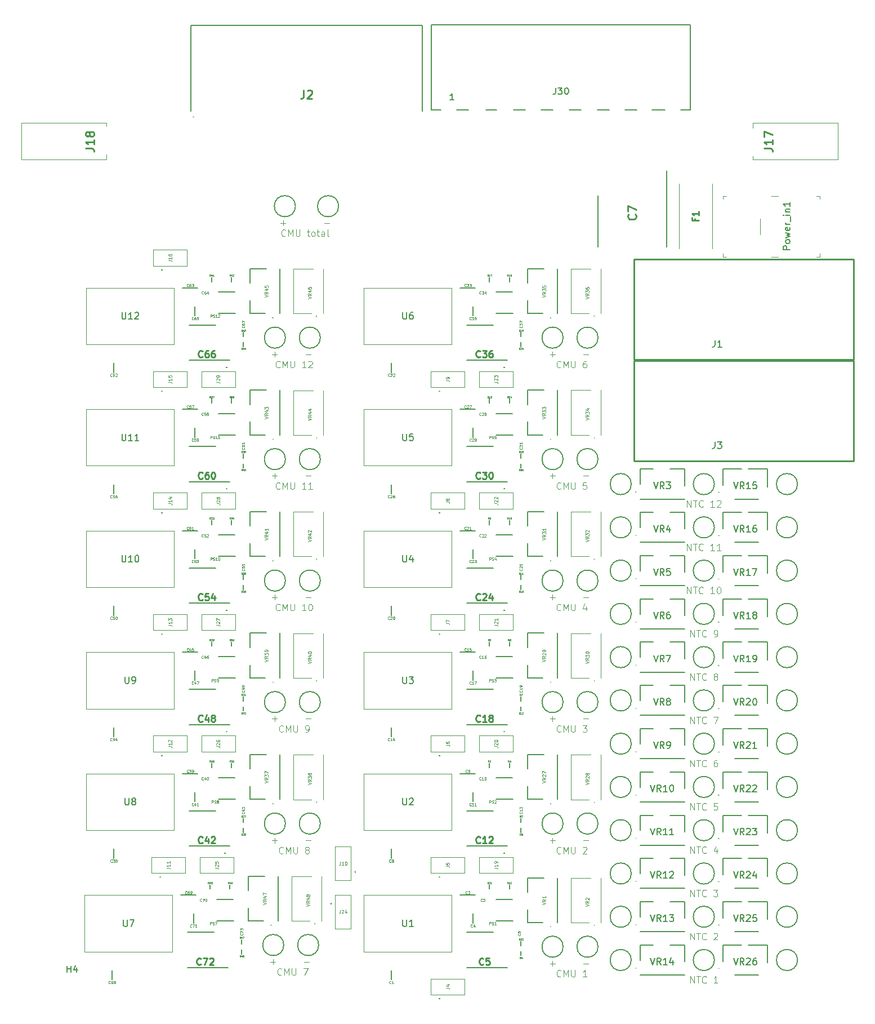
<source format=gbr>
%TF.GenerationSoftware,KiCad,Pcbnew,(6.0.1)*%
%TF.CreationDate,2024-03-16T16:11:50+01:00*%
%TF.ProjectId,CMU,434d552e-6b69-4636-9164-5f7063625858,rev?*%
%TF.SameCoordinates,Original*%
%TF.FileFunction,Legend,Top*%
%TF.FilePolarity,Positive*%
%FSLAX46Y46*%
G04 Gerber Fmt 4.6, Leading zero omitted, Abs format (unit mm)*
G04 Created by KiCad (PCBNEW (6.0.1)) date 2024-03-16 16:11:50*
%MOMM*%
%LPD*%
G01*
G04 APERTURE LIST*
%ADD10C,0.100000*%
%ADD11C,0.062500*%
%ADD12C,0.150000*%
%ADD13C,0.050000*%
%ADD14C,0.250000*%
%ADD15C,0.254000*%
%ADD16C,0.200000*%
%ADD17C,0.127000*%
%ADD18C,0.120000*%
G04 APERTURE END LIST*
D10*
X164476190Y-209702380D02*
X164476190Y-208702380D01*
X165047619Y-209702380D01*
X165047619Y-208702380D01*
X165380952Y-208702380D02*
X165952380Y-208702380D01*
X165666666Y-209702380D02*
X165666666Y-208702380D01*
X166857142Y-209607142D02*
X166809523Y-209654761D01*
X166666666Y-209702380D01*
X166571428Y-209702380D01*
X166428571Y-209654761D01*
X166333333Y-209559523D01*
X166285714Y-209464285D01*
X166238095Y-209273809D01*
X166238095Y-209130952D01*
X166285714Y-208940476D01*
X166333333Y-208845238D01*
X166428571Y-208750000D01*
X166571428Y-208702380D01*
X166666666Y-208702380D01*
X166809523Y-208750000D01*
X166857142Y-208797619D01*
X168476190Y-209035714D02*
X168476190Y-209702380D01*
X168238095Y-208654761D02*
X168000000Y-209369047D01*
X168619047Y-209369047D01*
X143345238Y-153016428D02*
X144107142Y-153016428D01*
X143726190Y-153397380D02*
X143726190Y-152635476D01*
X148392857Y-153016428D02*
X149154761Y-153016428D01*
X144988095Y-154912142D02*
X144940476Y-154959761D01*
X144797619Y-155007380D01*
X144702380Y-155007380D01*
X144559523Y-154959761D01*
X144464285Y-154864523D01*
X144416666Y-154769285D01*
X144369047Y-154578809D01*
X144369047Y-154435952D01*
X144416666Y-154245476D01*
X144464285Y-154150238D01*
X144559523Y-154055000D01*
X144702380Y-154007380D01*
X144797619Y-154007380D01*
X144940476Y-154055000D01*
X144988095Y-154102619D01*
X145416666Y-155007380D02*
X145416666Y-154007380D01*
X145750000Y-154721666D01*
X146083333Y-154007380D01*
X146083333Y-155007380D01*
X146559523Y-154007380D02*
X146559523Y-154816904D01*
X146607142Y-154912142D01*
X146654761Y-154959761D01*
X146750000Y-155007380D01*
X146940476Y-155007380D01*
X147035714Y-154959761D01*
X147083333Y-154912142D01*
X147130952Y-154816904D01*
X147130952Y-154007380D01*
X148845238Y-154007380D02*
X148369047Y-154007380D01*
X148321428Y-154483571D01*
X148369047Y-154435952D01*
X148464285Y-154388333D01*
X148702380Y-154388333D01*
X148797619Y-154435952D01*
X148845238Y-154483571D01*
X148892857Y-154578809D01*
X148892857Y-154816904D01*
X148845238Y-154912142D01*
X148797619Y-154959761D01*
X148702380Y-155007380D01*
X148464285Y-155007380D01*
X148369047Y-154959761D01*
X148321428Y-154912142D01*
X164000000Y-164202380D02*
X164000000Y-163202380D01*
X164571428Y-164202380D01*
X164571428Y-163202380D01*
X164904761Y-163202380D02*
X165476190Y-163202380D01*
X165190476Y-164202380D02*
X165190476Y-163202380D01*
X166380952Y-164107142D02*
X166333333Y-164154761D01*
X166190476Y-164202380D01*
X166095238Y-164202380D01*
X165952380Y-164154761D01*
X165857142Y-164059523D01*
X165809523Y-163964285D01*
X165761904Y-163773809D01*
X165761904Y-163630952D01*
X165809523Y-163440476D01*
X165857142Y-163345238D01*
X165952380Y-163250000D01*
X166095238Y-163202380D01*
X166190476Y-163202380D01*
X166333333Y-163250000D01*
X166380952Y-163297619D01*
X168095238Y-164202380D02*
X167523809Y-164202380D01*
X167809523Y-164202380D02*
X167809523Y-163202380D01*
X167714285Y-163345238D01*
X167619047Y-163440476D01*
X167523809Y-163488095D01*
X169047619Y-164202380D02*
X168476190Y-164202380D01*
X168761904Y-164202380D02*
X168761904Y-163202380D01*
X168666666Y-163345238D01*
X168571428Y-163440476D01*
X168476190Y-163488095D01*
X101345238Y-226016428D02*
X102107142Y-226016428D01*
X101726190Y-226397380D02*
X101726190Y-225635476D01*
X106392857Y-226016428D02*
X107154761Y-226016428D01*
X102988095Y-227912142D02*
X102940476Y-227959761D01*
X102797619Y-228007380D01*
X102702380Y-228007380D01*
X102559523Y-227959761D01*
X102464285Y-227864523D01*
X102416666Y-227769285D01*
X102369047Y-227578809D01*
X102369047Y-227435952D01*
X102416666Y-227245476D01*
X102464285Y-227150238D01*
X102559523Y-227055000D01*
X102702380Y-227007380D01*
X102797619Y-227007380D01*
X102940476Y-227055000D01*
X102988095Y-227102619D01*
X103416666Y-228007380D02*
X103416666Y-227007380D01*
X103750000Y-227721666D01*
X104083333Y-227007380D01*
X104083333Y-228007380D01*
X104559523Y-227007380D02*
X104559523Y-227816904D01*
X104607142Y-227912142D01*
X104654761Y-227959761D01*
X104750000Y-228007380D01*
X104940476Y-228007380D01*
X105035714Y-227959761D01*
X105083333Y-227912142D01*
X105130952Y-227816904D01*
X105130952Y-227007380D01*
X106273809Y-227007380D02*
X106940476Y-227007380D01*
X106511904Y-228007380D01*
X143345238Y-189516428D02*
X144107142Y-189516428D01*
X143726190Y-189897380D02*
X143726190Y-189135476D01*
X148392857Y-189516428D02*
X149154761Y-189516428D01*
X144988095Y-191412142D02*
X144940476Y-191459761D01*
X144797619Y-191507380D01*
X144702380Y-191507380D01*
X144559523Y-191459761D01*
X144464285Y-191364523D01*
X144416666Y-191269285D01*
X144369047Y-191078809D01*
X144369047Y-190935952D01*
X144416666Y-190745476D01*
X144464285Y-190650238D01*
X144559523Y-190555000D01*
X144702380Y-190507380D01*
X144797619Y-190507380D01*
X144940476Y-190555000D01*
X144988095Y-190602619D01*
X145416666Y-191507380D02*
X145416666Y-190507380D01*
X145750000Y-191221666D01*
X146083333Y-190507380D01*
X146083333Y-191507380D01*
X146559523Y-190507380D02*
X146559523Y-191316904D01*
X146607142Y-191412142D01*
X146654761Y-191459761D01*
X146750000Y-191507380D01*
X146940476Y-191507380D01*
X147035714Y-191459761D01*
X147083333Y-191412142D01*
X147130952Y-191316904D01*
X147130952Y-190507380D01*
X148273809Y-190507380D02*
X148892857Y-190507380D01*
X148559523Y-190888333D01*
X148702380Y-190888333D01*
X148797619Y-190935952D01*
X148845238Y-190983571D01*
X148892857Y-191078809D01*
X148892857Y-191316904D01*
X148845238Y-191412142D01*
X148797619Y-191459761D01*
X148702380Y-191507380D01*
X148416666Y-191507380D01*
X148321428Y-191459761D01*
X148273809Y-191412142D01*
X101595238Y-134766428D02*
X102357142Y-134766428D01*
X101976190Y-135147380D02*
X101976190Y-134385476D01*
X106642857Y-134766428D02*
X107404761Y-134766428D01*
X102761904Y-136662142D02*
X102714285Y-136709761D01*
X102571428Y-136757380D01*
X102476190Y-136757380D01*
X102333333Y-136709761D01*
X102238095Y-136614523D01*
X102190476Y-136519285D01*
X102142857Y-136328809D01*
X102142857Y-136185952D01*
X102190476Y-135995476D01*
X102238095Y-135900238D01*
X102333333Y-135805000D01*
X102476190Y-135757380D01*
X102571428Y-135757380D01*
X102714285Y-135805000D01*
X102761904Y-135852619D01*
X103190476Y-136757380D02*
X103190476Y-135757380D01*
X103523809Y-136471666D01*
X103857142Y-135757380D01*
X103857142Y-136757380D01*
X104333333Y-135757380D02*
X104333333Y-136566904D01*
X104380952Y-136662142D01*
X104428571Y-136709761D01*
X104523809Y-136757380D01*
X104714285Y-136757380D01*
X104809523Y-136709761D01*
X104857142Y-136662142D01*
X104904761Y-136566904D01*
X104904761Y-135757380D01*
X106666666Y-136757380D02*
X106095238Y-136757380D01*
X106380952Y-136757380D02*
X106380952Y-135757380D01*
X106285714Y-135900238D01*
X106190476Y-135995476D01*
X106095238Y-136043095D01*
X107047619Y-135852619D02*
X107095238Y-135805000D01*
X107190476Y-135757380D01*
X107428571Y-135757380D01*
X107523809Y-135805000D01*
X107571428Y-135852619D01*
X107619047Y-135947857D01*
X107619047Y-136043095D01*
X107571428Y-136185952D01*
X107000000Y-136757380D01*
X107619047Y-136757380D01*
X102833333Y-115016428D02*
X103595238Y-115016428D01*
X103214285Y-115397380D02*
X103214285Y-114635476D01*
X109404761Y-115016428D02*
X110166666Y-115016428D01*
X103595238Y-116912142D02*
X103547619Y-116959761D01*
X103404761Y-117007380D01*
X103309523Y-117007380D01*
X103166666Y-116959761D01*
X103071428Y-116864523D01*
X103023809Y-116769285D01*
X102976190Y-116578809D01*
X102976190Y-116435952D01*
X103023809Y-116245476D01*
X103071428Y-116150238D01*
X103166666Y-116055000D01*
X103309523Y-116007380D01*
X103404761Y-116007380D01*
X103547619Y-116055000D01*
X103595238Y-116102619D01*
X104023809Y-117007380D02*
X104023809Y-116007380D01*
X104357142Y-116721666D01*
X104690476Y-116007380D01*
X104690476Y-117007380D01*
X105166666Y-116007380D02*
X105166666Y-116816904D01*
X105214285Y-116912142D01*
X105261904Y-116959761D01*
X105357142Y-117007380D01*
X105547619Y-117007380D01*
X105642857Y-116959761D01*
X105690476Y-116912142D01*
X105738095Y-116816904D01*
X105738095Y-116007380D01*
X106833333Y-116340714D02*
X107214285Y-116340714D01*
X106976190Y-116007380D02*
X106976190Y-116864523D01*
X107023809Y-116959761D01*
X107119047Y-117007380D01*
X107214285Y-117007380D01*
X107690476Y-117007380D02*
X107595238Y-116959761D01*
X107547619Y-116912142D01*
X107500000Y-116816904D01*
X107500000Y-116531190D01*
X107547619Y-116435952D01*
X107595238Y-116388333D01*
X107690476Y-116340714D01*
X107833333Y-116340714D01*
X107928571Y-116388333D01*
X107976190Y-116435952D01*
X108023809Y-116531190D01*
X108023809Y-116816904D01*
X107976190Y-116912142D01*
X107928571Y-116959761D01*
X107833333Y-117007380D01*
X107690476Y-117007380D01*
X108309523Y-116340714D02*
X108690476Y-116340714D01*
X108452380Y-116007380D02*
X108452380Y-116864523D01*
X108500000Y-116959761D01*
X108595238Y-117007380D01*
X108690476Y-117007380D01*
X109452380Y-117007380D02*
X109452380Y-116483571D01*
X109404761Y-116388333D01*
X109309523Y-116340714D01*
X109119047Y-116340714D01*
X109023809Y-116388333D01*
X109452380Y-116959761D02*
X109357142Y-117007380D01*
X109119047Y-117007380D01*
X109023809Y-116959761D01*
X108976190Y-116864523D01*
X108976190Y-116769285D01*
X109023809Y-116674047D01*
X109119047Y-116626428D01*
X109357142Y-116626428D01*
X109452380Y-116578809D01*
X110071428Y-117007380D02*
X109976190Y-116959761D01*
X109928571Y-116864523D01*
X109928571Y-116007380D01*
X101595238Y-189516428D02*
X102357142Y-189516428D01*
X101976190Y-189897380D02*
X101976190Y-189135476D01*
X106642857Y-189516428D02*
X107404761Y-189516428D01*
X103238095Y-191412142D02*
X103190476Y-191459761D01*
X103047619Y-191507380D01*
X102952380Y-191507380D01*
X102809523Y-191459761D01*
X102714285Y-191364523D01*
X102666666Y-191269285D01*
X102619047Y-191078809D01*
X102619047Y-190935952D01*
X102666666Y-190745476D01*
X102714285Y-190650238D01*
X102809523Y-190555000D01*
X102952380Y-190507380D01*
X103047619Y-190507380D01*
X103190476Y-190555000D01*
X103238095Y-190602619D01*
X103666666Y-191507380D02*
X103666666Y-190507380D01*
X104000000Y-191221666D01*
X104333333Y-190507380D01*
X104333333Y-191507380D01*
X104809523Y-190507380D02*
X104809523Y-191316904D01*
X104857142Y-191412142D01*
X104904761Y-191459761D01*
X105000000Y-191507380D01*
X105190476Y-191507380D01*
X105285714Y-191459761D01*
X105333333Y-191412142D01*
X105380952Y-191316904D01*
X105380952Y-190507380D01*
X106666666Y-191507380D02*
X106857142Y-191507380D01*
X106952380Y-191459761D01*
X107000000Y-191412142D01*
X107095238Y-191269285D01*
X107142857Y-191078809D01*
X107142857Y-190697857D01*
X107095238Y-190602619D01*
X107047619Y-190555000D01*
X106952380Y-190507380D01*
X106761904Y-190507380D01*
X106666666Y-190555000D01*
X106619047Y-190602619D01*
X106571428Y-190697857D01*
X106571428Y-190935952D01*
X106619047Y-191031190D01*
X106666666Y-191078809D01*
X106761904Y-191126428D01*
X106952380Y-191126428D01*
X107047619Y-191078809D01*
X107095238Y-191031190D01*
X107142857Y-190935952D01*
X164476190Y-190202380D02*
X164476190Y-189202380D01*
X165047619Y-190202380D01*
X165047619Y-189202380D01*
X165380952Y-189202380D02*
X165952380Y-189202380D01*
X165666666Y-190202380D02*
X165666666Y-189202380D01*
X166857142Y-190107142D02*
X166809523Y-190154761D01*
X166666666Y-190202380D01*
X166571428Y-190202380D01*
X166428571Y-190154761D01*
X166333333Y-190059523D01*
X166285714Y-189964285D01*
X166238095Y-189773809D01*
X166238095Y-189630952D01*
X166285714Y-189440476D01*
X166333333Y-189345238D01*
X166428571Y-189250000D01*
X166571428Y-189202380D01*
X166666666Y-189202380D01*
X166809523Y-189250000D01*
X166857142Y-189297619D01*
X167952380Y-189202380D02*
X168619047Y-189202380D01*
X168190476Y-190202380D01*
X164000000Y-157702380D02*
X164000000Y-156702380D01*
X164571428Y-157702380D01*
X164571428Y-156702380D01*
X164904761Y-156702380D02*
X165476190Y-156702380D01*
X165190476Y-157702380D02*
X165190476Y-156702380D01*
X166380952Y-157607142D02*
X166333333Y-157654761D01*
X166190476Y-157702380D01*
X166095238Y-157702380D01*
X165952380Y-157654761D01*
X165857142Y-157559523D01*
X165809523Y-157464285D01*
X165761904Y-157273809D01*
X165761904Y-157130952D01*
X165809523Y-156940476D01*
X165857142Y-156845238D01*
X165952380Y-156750000D01*
X166095238Y-156702380D01*
X166190476Y-156702380D01*
X166333333Y-156750000D01*
X166380952Y-156797619D01*
X168095238Y-157702380D02*
X167523809Y-157702380D01*
X167809523Y-157702380D02*
X167809523Y-156702380D01*
X167714285Y-156845238D01*
X167619047Y-156940476D01*
X167523809Y-156988095D01*
X168476190Y-156797619D02*
X168523809Y-156750000D01*
X168619047Y-156702380D01*
X168857142Y-156702380D01*
X168952380Y-156750000D01*
X169000000Y-156797619D01*
X169047619Y-156892857D01*
X169047619Y-156988095D01*
X169000000Y-157130952D01*
X168428571Y-157702380D01*
X169047619Y-157702380D01*
X101595238Y-153016428D02*
X102357142Y-153016428D01*
X101976190Y-153397380D02*
X101976190Y-152635476D01*
X106642857Y-153016428D02*
X107404761Y-153016428D01*
X102761904Y-154912142D02*
X102714285Y-154959761D01*
X102571428Y-155007380D01*
X102476190Y-155007380D01*
X102333333Y-154959761D01*
X102238095Y-154864523D01*
X102190476Y-154769285D01*
X102142857Y-154578809D01*
X102142857Y-154435952D01*
X102190476Y-154245476D01*
X102238095Y-154150238D01*
X102333333Y-154055000D01*
X102476190Y-154007380D01*
X102571428Y-154007380D01*
X102714285Y-154055000D01*
X102761904Y-154102619D01*
X103190476Y-155007380D02*
X103190476Y-154007380D01*
X103523809Y-154721666D01*
X103857142Y-154007380D01*
X103857142Y-155007380D01*
X104333333Y-154007380D02*
X104333333Y-154816904D01*
X104380952Y-154912142D01*
X104428571Y-154959761D01*
X104523809Y-155007380D01*
X104714285Y-155007380D01*
X104809523Y-154959761D01*
X104857142Y-154912142D01*
X104904761Y-154816904D01*
X104904761Y-154007380D01*
X106666666Y-155007380D02*
X106095238Y-155007380D01*
X106380952Y-155007380D02*
X106380952Y-154007380D01*
X106285714Y-154150238D01*
X106190476Y-154245476D01*
X106095238Y-154293095D01*
X107619047Y-155007380D02*
X107047619Y-155007380D01*
X107333333Y-155007380D02*
X107333333Y-154007380D01*
X107238095Y-154150238D01*
X107142857Y-154245476D01*
X107047619Y-154293095D01*
X143345238Y-226266428D02*
X144107142Y-226266428D01*
X143726190Y-226647380D02*
X143726190Y-225885476D01*
X148392857Y-226266428D02*
X149154761Y-226266428D01*
X144988095Y-228162142D02*
X144940476Y-228209761D01*
X144797619Y-228257380D01*
X144702380Y-228257380D01*
X144559523Y-228209761D01*
X144464285Y-228114523D01*
X144416666Y-228019285D01*
X144369047Y-227828809D01*
X144369047Y-227685952D01*
X144416666Y-227495476D01*
X144464285Y-227400238D01*
X144559523Y-227305000D01*
X144702380Y-227257380D01*
X144797619Y-227257380D01*
X144940476Y-227305000D01*
X144988095Y-227352619D01*
X145416666Y-228257380D02*
X145416666Y-227257380D01*
X145750000Y-227971666D01*
X146083333Y-227257380D01*
X146083333Y-228257380D01*
X146559523Y-227257380D02*
X146559523Y-228066904D01*
X146607142Y-228162142D01*
X146654761Y-228209761D01*
X146750000Y-228257380D01*
X146940476Y-228257380D01*
X147035714Y-228209761D01*
X147083333Y-228162142D01*
X147130952Y-228066904D01*
X147130952Y-227257380D01*
X148892857Y-228257380D02*
X148321428Y-228257380D01*
X148607142Y-228257380D02*
X148607142Y-227257380D01*
X148511904Y-227400238D01*
X148416666Y-227495476D01*
X148321428Y-227543095D01*
X143345238Y-171266428D02*
X144107142Y-171266428D01*
X143726190Y-171647380D02*
X143726190Y-170885476D01*
X148392857Y-171266428D02*
X149154761Y-171266428D01*
X144988095Y-173162142D02*
X144940476Y-173209761D01*
X144797619Y-173257380D01*
X144702380Y-173257380D01*
X144559523Y-173209761D01*
X144464285Y-173114523D01*
X144416666Y-173019285D01*
X144369047Y-172828809D01*
X144369047Y-172685952D01*
X144416666Y-172495476D01*
X144464285Y-172400238D01*
X144559523Y-172305000D01*
X144702380Y-172257380D01*
X144797619Y-172257380D01*
X144940476Y-172305000D01*
X144988095Y-172352619D01*
X145416666Y-173257380D02*
X145416666Y-172257380D01*
X145750000Y-172971666D01*
X146083333Y-172257380D01*
X146083333Y-173257380D01*
X146559523Y-172257380D02*
X146559523Y-173066904D01*
X146607142Y-173162142D01*
X146654761Y-173209761D01*
X146750000Y-173257380D01*
X146940476Y-173257380D01*
X147035714Y-173209761D01*
X147083333Y-173162142D01*
X147130952Y-173066904D01*
X147130952Y-172257380D01*
X148797619Y-172590714D02*
X148797619Y-173257380D01*
X148559523Y-172209761D02*
X148321428Y-172924047D01*
X148940476Y-172924047D01*
X164476190Y-183702380D02*
X164476190Y-182702380D01*
X165047619Y-183702380D01*
X165047619Y-182702380D01*
X165380952Y-182702380D02*
X165952380Y-182702380D01*
X165666666Y-183702380D02*
X165666666Y-182702380D01*
X166857142Y-183607142D02*
X166809523Y-183654761D01*
X166666666Y-183702380D01*
X166571428Y-183702380D01*
X166428571Y-183654761D01*
X166333333Y-183559523D01*
X166285714Y-183464285D01*
X166238095Y-183273809D01*
X166238095Y-183130952D01*
X166285714Y-182940476D01*
X166333333Y-182845238D01*
X166428571Y-182750000D01*
X166571428Y-182702380D01*
X166666666Y-182702380D01*
X166809523Y-182750000D01*
X166857142Y-182797619D01*
X168190476Y-183130952D02*
X168095238Y-183083333D01*
X168047619Y-183035714D01*
X168000000Y-182940476D01*
X168000000Y-182892857D01*
X168047619Y-182797619D01*
X168095238Y-182750000D01*
X168190476Y-182702380D01*
X168380952Y-182702380D01*
X168476190Y-182750000D01*
X168523809Y-182797619D01*
X168571428Y-182892857D01*
X168571428Y-182940476D01*
X168523809Y-183035714D01*
X168476190Y-183083333D01*
X168380952Y-183130952D01*
X168190476Y-183130952D01*
X168095238Y-183178571D01*
X168047619Y-183226190D01*
X168000000Y-183321428D01*
X168000000Y-183511904D01*
X168047619Y-183607142D01*
X168095238Y-183654761D01*
X168190476Y-183702380D01*
X168380952Y-183702380D01*
X168476190Y-183654761D01*
X168523809Y-183607142D01*
X168571428Y-183511904D01*
X168571428Y-183321428D01*
X168523809Y-183226190D01*
X168476190Y-183178571D01*
X168380952Y-183130952D01*
X164476190Y-229202380D02*
X164476190Y-228202380D01*
X165047619Y-229202380D01*
X165047619Y-228202380D01*
X165380952Y-228202380D02*
X165952380Y-228202380D01*
X165666666Y-229202380D02*
X165666666Y-228202380D01*
X166857142Y-229107142D02*
X166809523Y-229154761D01*
X166666666Y-229202380D01*
X166571428Y-229202380D01*
X166428571Y-229154761D01*
X166333333Y-229059523D01*
X166285714Y-228964285D01*
X166238095Y-228773809D01*
X166238095Y-228630952D01*
X166285714Y-228440476D01*
X166333333Y-228345238D01*
X166428571Y-228250000D01*
X166571428Y-228202380D01*
X166666666Y-228202380D01*
X166809523Y-228250000D01*
X166857142Y-228297619D01*
X168571428Y-229202380D02*
X168000000Y-229202380D01*
X168285714Y-229202380D02*
X168285714Y-228202380D01*
X168190476Y-228345238D01*
X168095238Y-228440476D01*
X168000000Y-228488095D01*
X164000000Y-170702380D02*
X164000000Y-169702380D01*
X164571428Y-170702380D01*
X164571428Y-169702380D01*
X164904761Y-169702380D02*
X165476190Y-169702380D01*
X165190476Y-170702380D02*
X165190476Y-169702380D01*
X166380952Y-170607142D02*
X166333333Y-170654761D01*
X166190476Y-170702380D01*
X166095238Y-170702380D01*
X165952380Y-170654761D01*
X165857142Y-170559523D01*
X165809523Y-170464285D01*
X165761904Y-170273809D01*
X165761904Y-170130952D01*
X165809523Y-169940476D01*
X165857142Y-169845238D01*
X165952380Y-169750000D01*
X166095238Y-169702380D01*
X166190476Y-169702380D01*
X166333333Y-169750000D01*
X166380952Y-169797619D01*
X168095238Y-170702380D02*
X167523809Y-170702380D01*
X167809523Y-170702380D02*
X167809523Y-169702380D01*
X167714285Y-169845238D01*
X167619047Y-169940476D01*
X167523809Y-169988095D01*
X168714285Y-169702380D02*
X168809523Y-169702380D01*
X168904761Y-169750000D01*
X168952380Y-169797619D01*
X169000000Y-169892857D01*
X169047619Y-170083333D01*
X169047619Y-170321428D01*
X169000000Y-170511904D01*
X168952380Y-170607142D01*
X168904761Y-170654761D01*
X168809523Y-170702380D01*
X168714285Y-170702380D01*
X168619047Y-170654761D01*
X168571428Y-170607142D01*
X168523809Y-170511904D01*
X168476190Y-170321428D01*
X168476190Y-170083333D01*
X168523809Y-169892857D01*
X168571428Y-169797619D01*
X168619047Y-169750000D01*
X168714285Y-169702380D01*
X164476190Y-216202380D02*
X164476190Y-215202380D01*
X165047619Y-216202380D01*
X165047619Y-215202380D01*
X165380952Y-215202380D02*
X165952380Y-215202380D01*
X165666666Y-216202380D02*
X165666666Y-215202380D01*
X166857142Y-216107142D02*
X166809523Y-216154761D01*
X166666666Y-216202380D01*
X166571428Y-216202380D01*
X166428571Y-216154761D01*
X166333333Y-216059523D01*
X166285714Y-215964285D01*
X166238095Y-215773809D01*
X166238095Y-215630952D01*
X166285714Y-215440476D01*
X166333333Y-215345238D01*
X166428571Y-215250000D01*
X166571428Y-215202380D01*
X166666666Y-215202380D01*
X166809523Y-215250000D01*
X166857142Y-215297619D01*
X167952380Y-215202380D02*
X168571428Y-215202380D01*
X168238095Y-215583333D01*
X168380952Y-215583333D01*
X168476190Y-215630952D01*
X168523809Y-215678571D01*
X168571428Y-215773809D01*
X168571428Y-216011904D01*
X168523809Y-216107142D01*
X168476190Y-216154761D01*
X168380952Y-216202380D01*
X168095238Y-216202380D01*
X168000000Y-216154761D01*
X167952380Y-216107142D01*
X164476190Y-203202380D02*
X164476190Y-202202380D01*
X165047619Y-203202380D01*
X165047619Y-202202380D01*
X165380952Y-202202380D02*
X165952380Y-202202380D01*
X165666666Y-203202380D02*
X165666666Y-202202380D01*
X166857142Y-203107142D02*
X166809523Y-203154761D01*
X166666666Y-203202380D01*
X166571428Y-203202380D01*
X166428571Y-203154761D01*
X166333333Y-203059523D01*
X166285714Y-202964285D01*
X166238095Y-202773809D01*
X166238095Y-202630952D01*
X166285714Y-202440476D01*
X166333333Y-202345238D01*
X166428571Y-202250000D01*
X166571428Y-202202380D01*
X166666666Y-202202380D01*
X166809523Y-202250000D01*
X166857142Y-202297619D01*
X168523809Y-202202380D02*
X168047619Y-202202380D01*
X168000000Y-202678571D01*
X168047619Y-202630952D01*
X168142857Y-202583333D01*
X168380952Y-202583333D01*
X168476190Y-202630952D01*
X168523809Y-202678571D01*
X168571428Y-202773809D01*
X168571428Y-203011904D01*
X168523809Y-203107142D01*
X168476190Y-203154761D01*
X168380952Y-203202380D01*
X168142857Y-203202380D01*
X168047619Y-203154761D01*
X168000000Y-203107142D01*
X101595238Y-207766428D02*
X102357142Y-207766428D01*
X101976190Y-208147380D02*
X101976190Y-207385476D01*
X106642857Y-207766428D02*
X107404761Y-207766428D01*
X103238095Y-209662142D02*
X103190476Y-209709761D01*
X103047619Y-209757380D01*
X102952380Y-209757380D01*
X102809523Y-209709761D01*
X102714285Y-209614523D01*
X102666666Y-209519285D01*
X102619047Y-209328809D01*
X102619047Y-209185952D01*
X102666666Y-208995476D01*
X102714285Y-208900238D01*
X102809523Y-208805000D01*
X102952380Y-208757380D01*
X103047619Y-208757380D01*
X103190476Y-208805000D01*
X103238095Y-208852619D01*
X103666666Y-209757380D02*
X103666666Y-208757380D01*
X104000000Y-209471666D01*
X104333333Y-208757380D01*
X104333333Y-209757380D01*
X104809523Y-208757380D02*
X104809523Y-209566904D01*
X104857142Y-209662142D01*
X104904761Y-209709761D01*
X105000000Y-209757380D01*
X105190476Y-209757380D01*
X105285714Y-209709761D01*
X105333333Y-209662142D01*
X105380952Y-209566904D01*
X105380952Y-208757380D01*
X106761904Y-209185952D02*
X106666666Y-209138333D01*
X106619047Y-209090714D01*
X106571428Y-208995476D01*
X106571428Y-208947857D01*
X106619047Y-208852619D01*
X106666666Y-208805000D01*
X106761904Y-208757380D01*
X106952380Y-208757380D01*
X107047619Y-208805000D01*
X107095238Y-208852619D01*
X107142857Y-208947857D01*
X107142857Y-208995476D01*
X107095238Y-209090714D01*
X107047619Y-209138333D01*
X106952380Y-209185952D01*
X106761904Y-209185952D01*
X106666666Y-209233571D01*
X106619047Y-209281190D01*
X106571428Y-209376428D01*
X106571428Y-209566904D01*
X106619047Y-209662142D01*
X106666666Y-209709761D01*
X106761904Y-209757380D01*
X106952380Y-209757380D01*
X107047619Y-209709761D01*
X107095238Y-209662142D01*
X107142857Y-209566904D01*
X107142857Y-209376428D01*
X107095238Y-209281190D01*
X107047619Y-209233571D01*
X106952380Y-209185952D01*
X101595238Y-171266428D02*
X102357142Y-171266428D01*
X101976190Y-171647380D02*
X101976190Y-170885476D01*
X106642857Y-171266428D02*
X107404761Y-171266428D01*
X102761904Y-173162142D02*
X102714285Y-173209761D01*
X102571428Y-173257380D01*
X102476190Y-173257380D01*
X102333333Y-173209761D01*
X102238095Y-173114523D01*
X102190476Y-173019285D01*
X102142857Y-172828809D01*
X102142857Y-172685952D01*
X102190476Y-172495476D01*
X102238095Y-172400238D01*
X102333333Y-172305000D01*
X102476190Y-172257380D01*
X102571428Y-172257380D01*
X102714285Y-172305000D01*
X102761904Y-172352619D01*
X103190476Y-173257380D02*
X103190476Y-172257380D01*
X103523809Y-172971666D01*
X103857142Y-172257380D01*
X103857142Y-173257380D01*
X104333333Y-172257380D02*
X104333333Y-173066904D01*
X104380952Y-173162142D01*
X104428571Y-173209761D01*
X104523809Y-173257380D01*
X104714285Y-173257380D01*
X104809523Y-173209761D01*
X104857142Y-173162142D01*
X104904761Y-173066904D01*
X104904761Y-172257380D01*
X106666666Y-173257380D02*
X106095238Y-173257380D01*
X106380952Y-173257380D02*
X106380952Y-172257380D01*
X106285714Y-172400238D01*
X106190476Y-172495476D01*
X106095238Y-172543095D01*
X107285714Y-172257380D02*
X107380952Y-172257380D01*
X107476190Y-172305000D01*
X107523809Y-172352619D01*
X107571428Y-172447857D01*
X107619047Y-172638333D01*
X107619047Y-172876428D01*
X107571428Y-173066904D01*
X107523809Y-173162142D01*
X107476190Y-173209761D01*
X107380952Y-173257380D01*
X107285714Y-173257380D01*
X107190476Y-173209761D01*
X107142857Y-173162142D01*
X107095238Y-173066904D01*
X107047619Y-172876428D01*
X107047619Y-172638333D01*
X107095238Y-172447857D01*
X107142857Y-172352619D01*
X107190476Y-172305000D01*
X107285714Y-172257380D01*
X143345238Y-134766428D02*
X144107142Y-134766428D01*
X143726190Y-135147380D02*
X143726190Y-134385476D01*
X148392857Y-134766428D02*
X149154761Y-134766428D01*
X144988095Y-136662142D02*
X144940476Y-136709761D01*
X144797619Y-136757380D01*
X144702380Y-136757380D01*
X144559523Y-136709761D01*
X144464285Y-136614523D01*
X144416666Y-136519285D01*
X144369047Y-136328809D01*
X144369047Y-136185952D01*
X144416666Y-135995476D01*
X144464285Y-135900238D01*
X144559523Y-135805000D01*
X144702380Y-135757380D01*
X144797619Y-135757380D01*
X144940476Y-135805000D01*
X144988095Y-135852619D01*
X145416666Y-136757380D02*
X145416666Y-135757380D01*
X145750000Y-136471666D01*
X146083333Y-135757380D01*
X146083333Y-136757380D01*
X146559523Y-135757380D02*
X146559523Y-136566904D01*
X146607142Y-136662142D01*
X146654761Y-136709761D01*
X146750000Y-136757380D01*
X146940476Y-136757380D01*
X147035714Y-136709761D01*
X147083333Y-136662142D01*
X147130952Y-136566904D01*
X147130952Y-135757380D01*
X148797619Y-135757380D02*
X148607142Y-135757380D01*
X148511904Y-135805000D01*
X148464285Y-135852619D01*
X148369047Y-135995476D01*
X148321428Y-136185952D01*
X148321428Y-136566904D01*
X148369047Y-136662142D01*
X148416666Y-136709761D01*
X148511904Y-136757380D01*
X148702380Y-136757380D01*
X148797619Y-136709761D01*
X148845238Y-136662142D01*
X148892857Y-136566904D01*
X148892857Y-136328809D01*
X148845238Y-136233571D01*
X148797619Y-136185952D01*
X148702380Y-136138333D01*
X148511904Y-136138333D01*
X148416666Y-136185952D01*
X148369047Y-136233571D01*
X148321428Y-136328809D01*
X164476190Y-196702380D02*
X164476190Y-195702380D01*
X165047619Y-196702380D01*
X165047619Y-195702380D01*
X165380952Y-195702380D02*
X165952380Y-195702380D01*
X165666666Y-196702380D02*
X165666666Y-195702380D01*
X166857142Y-196607142D02*
X166809523Y-196654761D01*
X166666666Y-196702380D01*
X166571428Y-196702380D01*
X166428571Y-196654761D01*
X166333333Y-196559523D01*
X166285714Y-196464285D01*
X166238095Y-196273809D01*
X166238095Y-196130952D01*
X166285714Y-195940476D01*
X166333333Y-195845238D01*
X166428571Y-195750000D01*
X166571428Y-195702380D01*
X166666666Y-195702380D01*
X166809523Y-195750000D01*
X166857142Y-195797619D01*
X168476190Y-195702380D02*
X168285714Y-195702380D01*
X168190476Y-195750000D01*
X168142857Y-195797619D01*
X168047619Y-195940476D01*
X168000000Y-196130952D01*
X168000000Y-196511904D01*
X168047619Y-196607142D01*
X168095238Y-196654761D01*
X168190476Y-196702380D01*
X168380952Y-196702380D01*
X168476190Y-196654761D01*
X168523809Y-196607142D01*
X168571428Y-196511904D01*
X168571428Y-196273809D01*
X168523809Y-196178571D01*
X168476190Y-196130952D01*
X168380952Y-196083333D01*
X168190476Y-196083333D01*
X168095238Y-196130952D01*
X168047619Y-196178571D01*
X168000000Y-196273809D01*
X143345238Y-207766428D02*
X144107142Y-207766428D01*
X143726190Y-208147380D02*
X143726190Y-207385476D01*
X148392857Y-207766428D02*
X149154761Y-207766428D01*
X144988095Y-209662142D02*
X144940476Y-209709761D01*
X144797619Y-209757380D01*
X144702380Y-209757380D01*
X144559523Y-209709761D01*
X144464285Y-209614523D01*
X144416666Y-209519285D01*
X144369047Y-209328809D01*
X144369047Y-209185952D01*
X144416666Y-208995476D01*
X144464285Y-208900238D01*
X144559523Y-208805000D01*
X144702380Y-208757380D01*
X144797619Y-208757380D01*
X144940476Y-208805000D01*
X144988095Y-208852619D01*
X145416666Y-209757380D02*
X145416666Y-208757380D01*
X145750000Y-209471666D01*
X146083333Y-208757380D01*
X146083333Y-209757380D01*
X146559523Y-208757380D02*
X146559523Y-209566904D01*
X146607142Y-209662142D01*
X146654761Y-209709761D01*
X146750000Y-209757380D01*
X146940476Y-209757380D01*
X147035714Y-209709761D01*
X147083333Y-209662142D01*
X147130952Y-209566904D01*
X147130952Y-208757380D01*
X148321428Y-208852619D02*
X148369047Y-208805000D01*
X148464285Y-208757380D01*
X148702380Y-208757380D01*
X148797619Y-208805000D01*
X148845238Y-208852619D01*
X148892857Y-208947857D01*
X148892857Y-209043095D01*
X148845238Y-209185952D01*
X148273809Y-209757380D01*
X148892857Y-209757380D01*
X164476190Y-177202380D02*
X164476190Y-176202380D01*
X165047619Y-177202380D01*
X165047619Y-176202380D01*
X165380952Y-176202380D02*
X165952380Y-176202380D01*
X165666666Y-177202380D02*
X165666666Y-176202380D01*
X166857142Y-177107142D02*
X166809523Y-177154761D01*
X166666666Y-177202380D01*
X166571428Y-177202380D01*
X166428571Y-177154761D01*
X166333333Y-177059523D01*
X166285714Y-176964285D01*
X166238095Y-176773809D01*
X166238095Y-176630952D01*
X166285714Y-176440476D01*
X166333333Y-176345238D01*
X166428571Y-176250000D01*
X166571428Y-176202380D01*
X166666666Y-176202380D01*
X166809523Y-176250000D01*
X166857142Y-176297619D01*
X168095238Y-177202380D02*
X168285714Y-177202380D01*
X168380952Y-177154761D01*
X168428571Y-177107142D01*
X168523809Y-176964285D01*
X168571428Y-176773809D01*
X168571428Y-176392857D01*
X168523809Y-176297619D01*
X168476190Y-176250000D01*
X168380952Y-176202380D01*
X168190476Y-176202380D01*
X168095238Y-176250000D01*
X168047619Y-176297619D01*
X168000000Y-176392857D01*
X168000000Y-176630952D01*
X168047619Y-176726190D01*
X168095238Y-176773809D01*
X168190476Y-176821428D01*
X168380952Y-176821428D01*
X168476190Y-176773809D01*
X168523809Y-176726190D01*
X168571428Y-176630952D01*
X164476190Y-222702380D02*
X164476190Y-221702380D01*
X165047619Y-222702380D01*
X165047619Y-221702380D01*
X165380952Y-221702380D02*
X165952380Y-221702380D01*
X165666666Y-222702380D02*
X165666666Y-221702380D01*
X166857142Y-222607142D02*
X166809523Y-222654761D01*
X166666666Y-222702380D01*
X166571428Y-222702380D01*
X166428571Y-222654761D01*
X166333333Y-222559523D01*
X166285714Y-222464285D01*
X166238095Y-222273809D01*
X166238095Y-222130952D01*
X166285714Y-221940476D01*
X166333333Y-221845238D01*
X166428571Y-221750000D01*
X166571428Y-221702380D01*
X166666666Y-221702380D01*
X166809523Y-221750000D01*
X166857142Y-221797619D01*
X168000000Y-221797619D02*
X168047619Y-221750000D01*
X168142857Y-221702380D01*
X168380952Y-221702380D01*
X168476190Y-221750000D01*
X168523809Y-221797619D01*
X168571428Y-221892857D01*
X168571428Y-221988095D01*
X168523809Y-222130952D01*
X167952380Y-222702380D01*
X168571428Y-222702380D01*
D11*
%TO.C,R32*%
X97089285Y-188758714D02*
X97005952Y-188639666D01*
X96946428Y-188758714D02*
X96946428Y-188508714D01*
X97041666Y-188508714D01*
X97065476Y-188520619D01*
X97077380Y-188532523D01*
X97089285Y-188556333D01*
X97089285Y-188592047D01*
X97077380Y-188615857D01*
X97065476Y-188627761D01*
X97041666Y-188639666D01*
X96946428Y-188639666D01*
X97172619Y-188508714D02*
X97327380Y-188508714D01*
X97244047Y-188603952D01*
X97279761Y-188603952D01*
X97303571Y-188615857D01*
X97315476Y-188627761D01*
X97327380Y-188651571D01*
X97327380Y-188711095D01*
X97315476Y-188734904D01*
X97303571Y-188746809D01*
X97279761Y-188758714D01*
X97208333Y-188758714D01*
X97184523Y-188746809D01*
X97172619Y-188734904D01*
X97422619Y-188532523D02*
X97434523Y-188520619D01*
X97458333Y-188508714D01*
X97517857Y-188508714D01*
X97541666Y-188520619D01*
X97553571Y-188532523D01*
X97565476Y-188556333D01*
X97565476Y-188580142D01*
X97553571Y-188615857D01*
X97410714Y-188758714D01*
X97565476Y-188758714D01*
D12*
%TO.C,H4*%
X70738095Y-227602380D02*
X70738095Y-226602380D01*
X70738095Y-227078571D02*
X71309523Y-227078571D01*
X71309523Y-227602380D02*
X71309523Y-226602380D01*
X72214285Y-226935714D02*
X72214285Y-227602380D01*
X71976190Y-226554761D02*
X71738095Y-227269047D01*
X72357142Y-227269047D01*
D10*
%TO.C,VR27*%
X142226190Y-199142857D02*
X142726190Y-198976190D01*
X142226190Y-198809523D01*
X142726190Y-198357142D02*
X142488095Y-198523809D01*
X142726190Y-198642857D02*
X142226190Y-198642857D01*
X142226190Y-198452380D01*
X142250000Y-198404761D01*
X142273809Y-198380952D01*
X142321428Y-198357142D01*
X142392857Y-198357142D01*
X142440476Y-198380952D01*
X142464285Y-198404761D01*
X142488095Y-198452380D01*
X142488095Y-198642857D01*
X142273809Y-198166666D02*
X142250000Y-198142857D01*
X142226190Y-198095238D01*
X142226190Y-197976190D01*
X142250000Y-197928571D01*
X142273809Y-197904761D01*
X142321428Y-197880952D01*
X142369047Y-197880952D01*
X142440476Y-197904761D01*
X142726190Y-198190476D01*
X142726190Y-197880952D01*
X142226190Y-197714285D02*
X142226190Y-197380952D01*
X142726190Y-197595238D01*
D12*
%TO.C,VR25*%
X170964285Y-218952380D02*
X171297619Y-219952380D01*
X171630952Y-218952380D01*
X172535714Y-219952380D02*
X172202380Y-219476190D01*
X171964285Y-219952380D02*
X171964285Y-218952380D01*
X172345238Y-218952380D01*
X172440476Y-219000000D01*
X172488095Y-219047619D01*
X172535714Y-219142857D01*
X172535714Y-219285714D01*
X172488095Y-219380952D01*
X172440476Y-219428571D01*
X172345238Y-219476190D01*
X171964285Y-219476190D01*
X172916666Y-219047619D02*
X172964285Y-219000000D01*
X173059523Y-218952380D01*
X173297619Y-218952380D01*
X173392857Y-219000000D01*
X173440476Y-219047619D01*
X173488095Y-219142857D01*
X173488095Y-219238095D01*
X173440476Y-219380952D01*
X172869047Y-219952380D01*
X173488095Y-219952380D01*
X174392857Y-218952380D02*
X173916666Y-218952380D01*
X173869047Y-219428571D01*
X173916666Y-219380952D01*
X174011904Y-219333333D01*
X174250000Y-219333333D01*
X174345238Y-219380952D01*
X174392857Y-219428571D01*
X174440476Y-219523809D01*
X174440476Y-219761904D01*
X174392857Y-219857142D01*
X174345238Y-219904761D01*
X174250000Y-219952380D01*
X174011904Y-219952380D01*
X173916666Y-219904761D01*
X173869047Y-219857142D01*
D10*
%TO.C,J28*%
X93226190Y-157154761D02*
X93583333Y-157154761D01*
X93654761Y-157178571D01*
X93702380Y-157226190D01*
X93726190Y-157297619D01*
X93726190Y-157345238D01*
X93273809Y-156940476D02*
X93250000Y-156916666D01*
X93226190Y-156869047D01*
X93226190Y-156750000D01*
X93250000Y-156702380D01*
X93273809Y-156678571D01*
X93321428Y-156654761D01*
X93369047Y-156654761D01*
X93440476Y-156678571D01*
X93726190Y-156964285D01*
X93726190Y-156654761D01*
X93440476Y-156369047D02*
X93416666Y-156416666D01*
X93392857Y-156440476D01*
X93345238Y-156464285D01*
X93321428Y-156464285D01*
X93273809Y-156440476D01*
X93250000Y-156416666D01*
X93226190Y-156369047D01*
X93226190Y-156273809D01*
X93250000Y-156226190D01*
X93273809Y-156202380D01*
X93321428Y-156178571D01*
X93345238Y-156178571D01*
X93392857Y-156202380D01*
X93416666Y-156226190D01*
X93440476Y-156273809D01*
X93440476Y-156369047D01*
X93464285Y-156416666D01*
X93488095Y-156440476D01*
X93535714Y-156464285D01*
X93630952Y-156464285D01*
X93678571Y-156440476D01*
X93702380Y-156416666D01*
X93726190Y-156369047D01*
X93726190Y-156273809D01*
X93702380Y-156226190D01*
X93678571Y-156202380D01*
X93630952Y-156178571D01*
X93535714Y-156178571D01*
X93488095Y-156202380D01*
X93464285Y-156226190D01*
X93440476Y-156273809D01*
D13*
%TO.C,C3*%
X133183333Y-216892857D02*
X133164285Y-216911904D01*
X133107142Y-216930952D01*
X133069047Y-216930952D01*
X133011904Y-216911904D01*
X132973809Y-216873809D01*
X132954761Y-216835714D01*
X132935714Y-216759523D01*
X132935714Y-216702380D01*
X132954761Y-216626190D01*
X132973809Y-216588095D01*
X133011904Y-216550000D01*
X133069047Y-216530952D01*
X133107142Y-216530952D01*
X133164285Y-216550000D01*
X133183333Y-216569047D01*
X133316666Y-216530952D02*
X133564285Y-216530952D01*
X133430952Y-216683333D01*
X133488095Y-216683333D01*
X133526190Y-216702380D01*
X133545238Y-216721428D01*
X133564285Y-216759523D01*
X133564285Y-216854761D01*
X133545238Y-216892857D01*
X133526190Y-216911904D01*
X133488095Y-216930952D01*
X133373809Y-216930952D01*
X133335714Y-216911904D01*
X133316666Y-216892857D01*
%TO.C,C9*%
X130933333Y-197534211D02*
X130914285Y-197553258D01*
X130857142Y-197572306D01*
X130819047Y-197572306D01*
X130761904Y-197553258D01*
X130723809Y-197515163D01*
X130704761Y-197477068D01*
X130685714Y-197400877D01*
X130685714Y-197343734D01*
X130704761Y-197267544D01*
X130723809Y-197229449D01*
X130761904Y-197191354D01*
X130819047Y-197172306D01*
X130857142Y-197172306D01*
X130914285Y-197191354D01*
X130933333Y-197210401D01*
X131123809Y-197572306D02*
X131200000Y-197572306D01*
X131238095Y-197553258D01*
X131257142Y-197534211D01*
X131295238Y-197477068D01*
X131314285Y-197400877D01*
X131314285Y-197248496D01*
X131295238Y-197210401D01*
X131276190Y-197191354D01*
X131238095Y-197172306D01*
X131161904Y-197172306D01*
X131123809Y-197191354D01*
X131104761Y-197210401D01*
X131085714Y-197248496D01*
X131085714Y-197343734D01*
X131104761Y-197381830D01*
X131123809Y-197400877D01*
X131161904Y-197419925D01*
X131238095Y-197419925D01*
X131276190Y-197400877D01*
X131295238Y-197381830D01*
X131314285Y-197343734D01*
D11*
%TO.C,R31*%
X97089285Y-186024459D02*
X97005952Y-185905411D01*
X96946428Y-186024459D02*
X96946428Y-185774459D01*
X97041666Y-185774459D01*
X97065476Y-185786364D01*
X97077380Y-185798268D01*
X97089285Y-185822078D01*
X97089285Y-185857792D01*
X97077380Y-185881602D01*
X97065476Y-185893506D01*
X97041666Y-185905411D01*
X96946428Y-185905411D01*
X97172619Y-185774459D02*
X97327380Y-185774459D01*
X97244047Y-185869697D01*
X97279761Y-185869697D01*
X97303571Y-185881602D01*
X97315476Y-185893506D01*
X97327380Y-185917316D01*
X97327380Y-185976840D01*
X97315476Y-186000649D01*
X97303571Y-186012554D01*
X97279761Y-186024459D01*
X97208333Y-186024459D01*
X97184523Y-186012554D01*
X97172619Y-186000649D01*
X97565476Y-186024459D02*
X97422619Y-186024459D01*
X97494047Y-186024459D02*
X97494047Y-185774459D01*
X97470238Y-185810173D01*
X97446428Y-185833983D01*
X97422619Y-185845887D01*
D10*
%TO.C,J19*%
X134976190Y-211904761D02*
X135333333Y-211904761D01*
X135404761Y-211928571D01*
X135452380Y-211976190D01*
X135476190Y-212047619D01*
X135476190Y-212095238D01*
X135476190Y-211404761D02*
X135476190Y-211690476D01*
X135476190Y-211547619D02*
X134976190Y-211547619D01*
X135047619Y-211595238D01*
X135095238Y-211642857D01*
X135119047Y-211690476D01*
X135476190Y-211166666D02*
X135476190Y-211071428D01*
X135452380Y-211023809D01*
X135428571Y-211000000D01*
X135357142Y-210952380D01*
X135261904Y-210928571D01*
X135071428Y-210928571D01*
X135023809Y-210952380D01*
X135000000Y-210976190D01*
X134976190Y-211023809D01*
X134976190Y-211119047D01*
X135000000Y-211166666D01*
X135023809Y-211190476D01*
X135071428Y-211214285D01*
X135190476Y-211214285D01*
X135238095Y-211190476D01*
X135261904Y-211166666D01*
X135285714Y-211119047D01*
X135285714Y-211023809D01*
X135261904Y-210976190D01*
X135238095Y-210952380D01*
X135190476Y-210928571D01*
D13*
%TO.C,C26*%
X119242857Y-156269720D02*
X119223809Y-156288767D01*
X119166666Y-156307815D01*
X119128571Y-156307815D01*
X119071428Y-156288767D01*
X119033333Y-156250672D01*
X119014285Y-156212577D01*
X118995238Y-156136386D01*
X118995238Y-156079243D01*
X119014285Y-156003053D01*
X119033333Y-155964958D01*
X119071428Y-155926863D01*
X119128571Y-155907815D01*
X119166666Y-155907815D01*
X119223809Y-155926863D01*
X119242857Y-155945910D01*
X119395238Y-155945910D02*
X119414285Y-155926863D01*
X119452380Y-155907815D01*
X119547619Y-155907815D01*
X119585714Y-155926863D01*
X119604761Y-155945910D01*
X119623809Y-155984005D01*
X119623809Y-156022101D01*
X119604761Y-156079243D01*
X119376190Y-156307815D01*
X119623809Y-156307815D01*
X119966666Y-155907815D02*
X119890476Y-155907815D01*
X119852380Y-155926863D01*
X119833333Y-155945910D01*
X119795238Y-156003053D01*
X119776190Y-156079243D01*
X119776190Y-156231624D01*
X119795238Y-156269720D01*
X119814285Y-156288767D01*
X119852380Y-156307815D01*
X119928571Y-156307815D01*
X119966666Y-156288767D01*
X119985714Y-156269720D01*
X120004761Y-156231624D01*
X120004761Y-156136386D01*
X119985714Y-156098291D01*
X119966666Y-156079243D01*
X119928571Y-156060196D01*
X119852380Y-156060196D01*
X119814285Y-156079243D01*
X119795238Y-156098291D01*
X119776190Y-156136386D01*
D10*
%TO.C,VR28*%
X148726190Y-199392857D02*
X149226190Y-199226190D01*
X148726190Y-199059523D01*
X149226190Y-198607142D02*
X148988095Y-198773809D01*
X149226190Y-198892857D02*
X148726190Y-198892857D01*
X148726190Y-198702380D01*
X148750000Y-198654761D01*
X148773809Y-198630952D01*
X148821428Y-198607142D01*
X148892857Y-198607142D01*
X148940476Y-198630952D01*
X148964285Y-198654761D01*
X148988095Y-198702380D01*
X148988095Y-198892857D01*
X148773809Y-198416666D02*
X148750000Y-198392857D01*
X148726190Y-198345238D01*
X148726190Y-198226190D01*
X148750000Y-198178571D01*
X148773809Y-198154761D01*
X148821428Y-198130952D01*
X148869047Y-198130952D01*
X148940476Y-198154761D01*
X149226190Y-198440476D01*
X149226190Y-198130952D01*
X148940476Y-197845238D02*
X148916666Y-197892857D01*
X148892857Y-197916666D01*
X148845238Y-197940476D01*
X148821428Y-197940476D01*
X148773809Y-197916666D01*
X148750000Y-197892857D01*
X148726190Y-197845238D01*
X148726190Y-197750000D01*
X148750000Y-197702380D01*
X148773809Y-197678571D01*
X148821428Y-197654761D01*
X148845238Y-197654761D01*
X148892857Y-197678571D01*
X148916666Y-197702380D01*
X148940476Y-197750000D01*
X148940476Y-197845238D01*
X148964285Y-197892857D01*
X148988095Y-197916666D01*
X149035714Y-197940476D01*
X149130952Y-197940476D01*
X149178571Y-197916666D01*
X149202380Y-197892857D01*
X149226190Y-197845238D01*
X149226190Y-197750000D01*
X149202380Y-197702380D01*
X149178571Y-197678571D01*
X149130952Y-197654761D01*
X149035714Y-197654761D01*
X148988095Y-197678571D01*
X148964285Y-197702380D01*
X148940476Y-197750000D01*
%TO.C,J25*%
X92976190Y-211904761D02*
X93333333Y-211904761D01*
X93404761Y-211928571D01*
X93452380Y-211976190D01*
X93476190Y-212047619D01*
X93476190Y-212095238D01*
X93023809Y-211690476D02*
X93000000Y-211666666D01*
X92976190Y-211619047D01*
X92976190Y-211500000D01*
X93000000Y-211452380D01*
X93023809Y-211428571D01*
X93071428Y-211404761D01*
X93119047Y-211404761D01*
X93190476Y-211428571D01*
X93476190Y-211714285D01*
X93476190Y-211404761D01*
X92976190Y-210952380D02*
X92976190Y-211190476D01*
X93214285Y-211214285D01*
X93190476Y-211190476D01*
X93166666Y-211142857D01*
X93166666Y-211023809D01*
X93190476Y-210976190D01*
X93214285Y-210952380D01*
X93261904Y-210928571D01*
X93380952Y-210928571D01*
X93428571Y-210952380D01*
X93452380Y-210976190D01*
X93476190Y-211023809D01*
X93476190Y-211142857D01*
X93452380Y-211190476D01*
X93428571Y-211214285D01*
D13*
%TO.C,C64*%
X91242857Y-125642857D02*
X91223809Y-125661904D01*
X91166666Y-125680952D01*
X91128571Y-125680952D01*
X91071428Y-125661904D01*
X91033333Y-125623809D01*
X91014285Y-125585714D01*
X90995238Y-125509523D01*
X90995238Y-125452380D01*
X91014285Y-125376190D01*
X91033333Y-125338095D01*
X91071428Y-125300000D01*
X91128571Y-125280952D01*
X91166666Y-125280952D01*
X91223809Y-125300000D01*
X91242857Y-125319047D01*
X91585714Y-125280952D02*
X91509523Y-125280952D01*
X91471428Y-125300000D01*
X91452380Y-125319047D01*
X91414285Y-125376190D01*
X91395238Y-125452380D01*
X91395238Y-125604761D01*
X91414285Y-125642857D01*
X91433333Y-125661904D01*
X91471428Y-125680952D01*
X91547619Y-125680952D01*
X91585714Y-125661904D01*
X91604761Y-125642857D01*
X91623809Y-125604761D01*
X91623809Y-125509523D01*
X91604761Y-125471428D01*
X91585714Y-125452380D01*
X91547619Y-125433333D01*
X91471428Y-125433333D01*
X91433333Y-125452380D01*
X91414285Y-125471428D01*
X91395238Y-125509523D01*
X91966666Y-125414285D02*
X91966666Y-125680952D01*
X91871428Y-125261904D02*
X91776190Y-125547619D01*
X92023809Y-125547619D01*
D12*
%TO.C,U3*%
X121238095Y-183202380D02*
X121238095Y-184011904D01*
X121285714Y-184107142D01*
X121333333Y-184154761D01*
X121428571Y-184202380D01*
X121619047Y-184202380D01*
X121714285Y-184154761D01*
X121761904Y-184107142D01*
X121809523Y-184011904D01*
X121809523Y-183202380D01*
X122190476Y-183202380D02*
X122809523Y-183202380D01*
X122476190Y-183583333D01*
X122619047Y-183583333D01*
X122714285Y-183630952D01*
X122761904Y-183678571D01*
X122809523Y-183773809D01*
X122809523Y-184011904D01*
X122761904Y-184107142D01*
X122714285Y-184154761D01*
X122619047Y-184202380D01*
X122333333Y-184202380D01*
X122238095Y-184154761D01*
X122190476Y-184107142D01*
D13*
%TO.C,C11*%
X131492857Y-202519720D02*
X131473809Y-202538767D01*
X131416666Y-202557815D01*
X131378571Y-202557815D01*
X131321428Y-202538767D01*
X131283333Y-202500672D01*
X131264285Y-202462577D01*
X131245238Y-202386386D01*
X131245238Y-202329243D01*
X131264285Y-202253053D01*
X131283333Y-202214958D01*
X131321428Y-202176863D01*
X131378571Y-202157815D01*
X131416666Y-202157815D01*
X131473809Y-202176863D01*
X131492857Y-202195910D01*
X131873809Y-202557815D02*
X131645238Y-202557815D01*
X131759523Y-202557815D02*
X131759523Y-202157815D01*
X131721428Y-202214958D01*
X131683333Y-202253053D01*
X131645238Y-202272101D01*
X132254761Y-202557815D02*
X132026190Y-202557815D01*
X132140476Y-202557815D02*
X132140476Y-202157815D01*
X132102380Y-202214958D01*
X132064285Y-202253053D01*
X132026190Y-202272101D01*
D11*
%TO.C,R28*%
X97089285Y-207008714D02*
X97005952Y-206889666D01*
X96946428Y-207008714D02*
X96946428Y-206758714D01*
X97041666Y-206758714D01*
X97065476Y-206770619D01*
X97077380Y-206782523D01*
X97089285Y-206806333D01*
X97089285Y-206842047D01*
X97077380Y-206865857D01*
X97065476Y-206877761D01*
X97041666Y-206889666D01*
X96946428Y-206889666D01*
X97184523Y-206782523D02*
X97196428Y-206770619D01*
X97220238Y-206758714D01*
X97279761Y-206758714D01*
X97303571Y-206770619D01*
X97315476Y-206782523D01*
X97327380Y-206806333D01*
X97327380Y-206830142D01*
X97315476Y-206865857D01*
X97172619Y-207008714D01*
X97327380Y-207008714D01*
X97470238Y-206865857D02*
X97446428Y-206853952D01*
X97434523Y-206842047D01*
X97422619Y-206818238D01*
X97422619Y-206806333D01*
X97434523Y-206782523D01*
X97446428Y-206770619D01*
X97470238Y-206758714D01*
X97517857Y-206758714D01*
X97541666Y-206770619D01*
X97553571Y-206782523D01*
X97565476Y-206806333D01*
X97565476Y-206818238D01*
X97553571Y-206842047D01*
X97541666Y-206853952D01*
X97517857Y-206865857D01*
X97470238Y-206865857D01*
X97446428Y-206877761D01*
X97434523Y-206889666D01*
X97422619Y-206913476D01*
X97422619Y-206961095D01*
X97434523Y-206984904D01*
X97446428Y-206996809D01*
X97470238Y-207008714D01*
X97517857Y-207008714D01*
X97541666Y-206996809D01*
X97553571Y-206984904D01*
X97565476Y-206961095D01*
X97565476Y-206913476D01*
X97553571Y-206889666D01*
X97541666Y-206877761D01*
X97517857Y-206865857D01*
D12*
%TO.C,VR22*%
X170964285Y-199452380D02*
X171297619Y-200452380D01*
X171630952Y-199452380D01*
X172535714Y-200452380D02*
X172202380Y-199976190D01*
X171964285Y-200452380D02*
X171964285Y-199452380D01*
X172345238Y-199452380D01*
X172440476Y-199500000D01*
X172488095Y-199547619D01*
X172535714Y-199642857D01*
X172535714Y-199785714D01*
X172488095Y-199880952D01*
X172440476Y-199928571D01*
X172345238Y-199976190D01*
X171964285Y-199976190D01*
X172916666Y-199547619D02*
X172964285Y-199500000D01*
X173059523Y-199452380D01*
X173297619Y-199452380D01*
X173392857Y-199500000D01*
X173440476Y-199547619D01*
X173488095Y-199642857D01*
X173488095Y-199738095D01*
X173440476Y-199880952D01*
X172869047Y-200452380D01*
X173488095Y-200452380D01*
X173869047Y-199547619D02*
X173916666Y-199500000D01*
X174011904Y-199452380D01*
X174250000Y-199452380D01*
X174345238Y-199500000D01*
X174392857Y-199547619D01*
X174440476Y-199642857D01*
X174440476Y-199738095D01*
X174392857Y-199880952D01*
X173821428Y-200452380D01*
X174440476Y-200452380D01*
D11*
%TO.C,R25*%
X92339285Y-196024459D02*
X92255952Y-195905411D01*
X92196428Y-196024459D02*
X92196428Y-195774459D01*
X92291666Y-195774459D01*
X92315476Y-195786364D01*
X92327380Y-195798268D01*
X92339285Y-195822078D01*
X92339285Y-195857792D01*
X92327380Y-195881602D01*
X92315476Y-195893506D01*
X92291666Y-195905411D01*
X92196428Y-195905411D01*
X92434523Y-195798268D02*
X92446428Y-195786364D01*
X92470238Y-195774459D01*
X92529761Y-195774459D01*
X92553571Y-195786364D01*
X92565476Y-195798268D01*
X92577380Y-195822078D01*
X92577380Y-195845887D01*
X92565476Y-195881602D01*
X92422619Y-196024459D01*
X92577380Y-196024459D01*
X92803571Y-195774459D02*
X92684523Y-195774459D01*
X92672619Y-195893506D01*
X92684523Y-195881602D01*
X92708333Y-195869697D01*
X92767857Y-195869697D01*
X92791666Y-195881602D01*
X92803571Y-195893506D01*
X92815476Y-195917316D01*
X92815476Y-195976840D01*
X92803571Y-196000649D01*
X92791666Y-196012554D01*
X92767857Y-196024459D01*
X92708333Y-196024459D01*
X92684523Y-196012554D01*
X92672619Y-196000649D01*
D13*
%TO.C,C23*%
X131492857Y-166019720D02*
X131473809Y-166038767D01*
X131416666Y-166057815D01*
X131378571Y-166057815D01*
X131321428Y-166038767D01*
X131283333Y-166000672D01*
X131264285Y-165962577D01*
X131245238Y-165886386D01*
X131245238Y-165829243D01*
X131264285Y-165753053D01*
X131283333Y-165714958D01*
X131321428Y-165676863D01*
X131378571Y-165657815D01*
X131416666Y-165657815D01*
X131473809Y-165676863D01*
X131492857Y-165695910D01*
X131645238Y-165695910D02*
X131664285Y-165676863D01*
X131702380Y-165657815D01*
X131797619Y-165657815D01*
X131835714Y-165676863D01*
X131854761Y-165695910D01*
X131873809Y-165734005D01*
X131873809Y-165772101D01*
X131854761Y-165829243D01*
X131626190Y-166057815D01*
X131873809Y-166057815D01*
X132007142Y-165657815D02*
X132254761Y-165657815D01*
X132121428Y-165810196D01*
X132178571Y-165810196D01*
X132216666Y-165829243D01*
X132235714Y-165848291D01*
X132254761Y-165886386D01*
X132254761Y-165981624D01*
X132235714Y-166019720D01*
X132216666Y-166038767D01*
X132178571Y-166057815D01*
X132064285Y-166057815D01*
X132026190Y-166038767D01*
X132007142Y-166019720D01*
D14*
%TO.C,C42*%
X91107142Y-208107142D02*
X91059523Y-208154761D01*
X90916666Y-208202380D01*
X90821428Y-208202380D01*
X90678571Y-208154761D01*
X90583333Y-208059523D01*
X90535714Y-207964285D01*
X90488095Y-207773809D01*
X90488095Y-207630952D01*
X90535714Y-207440476D01*
X90583333Y-207345238D01*
X90678571Y-207250000D01*
X90821428Y-207202380D01*
X90916666Y-207202380D01*
X91059523Y-207250000D01*
X91107142Y-207297619D01*
X91964285Y-207535714D02*
X91964285Y-208202380D01*
X91726190Y-207154761D02*
X91488095Y-207869047D01*
X92107142Y-207869047D01*
X92440476Y-207297619D02*
X92488095Y-207250000D01*
X92583333Y-207202380D01*
X92821428Y-207202380D01*
X92916666Y-207250000D01*
X92964285Y-207297619D01*
X93011904Y-207392857D01*
X93011904Y-207488095D01*
X92964285Y-207630952D01*
X92392857Y-208202380D01*
X93011904Y-208202380D01*
D10*
%TO.C,J5*%
X127726190Y-211666666D02*
X128083333Y-211666666D01*
X128154761Y-211690476D01*
X128202380Y-211738095D01*
X128226190Y-211809523D01*
X128226190Y-211857142D01*
X127726190Y-211190476D02*
X127726190Y-211428571D01*
X127964285Y-211452380D01*
X127940476Y-211428571D01*
X127916666Y-211380952D01*
X127916666Y-211261904D01*
X127940476Y-211214285D01*
X127964285Y-211190476D01*
X128011904Y-211166666D01*
X128130952Y-211166666D01*
X128178571Y-211190476D01*
X128202380Y-211214285D01*
X128226190Y-211261904D01*
X128226190Y-211380952D01*
X128202380Y-211428571D01*
X128178571Y-211452380D01*
%TO.C,J27*%
X93206190Y-175404761D02*
X93563333Y-175404761D01*
X93634761Y-175428571D01*
X93682380Y-175476190D01*
X93706190Y-175547619D01*
X93706190Y-175595238D01*
X93253809Y-175190476D02*
X93230000Y-175166666D01*
X93206190Y-175119047D01*
X93206190Y-175000000D01*
X93230000Y-174952380D01*
X93253809Y-174928571D01*
X93301428Y-174904761D01*
X93349047Y-174904761D01*
X93420476Y-174928571D01*
X93706190Y-175214285D01*
X93706190Y-174904761D01*
X93206190Y-174738095D02*
X93206190Y-174404761D01*
X93706190Y-174619047D01*
D13*
%TO.C,C52*%
X91242857Y-162142857D02*
X91223809Y-162161904D01*
X91166666Y-162180952D01*
X91128571Y-162180952D01*
X91071428Y-162161904D01*
X91033333Y-162123809D01*
X91014285Y-162085714D01*
X90995238Y-162009523D01*
X90995238Y-161952380D01*
X91014285Y-161876190D01*
X91033333Y-161838095D01*
X91071428Y-161800000D01*
X91128571Y-161780952D01*
X91166666Y-161780952D01*
X91223809Y-161800000D01*
X91242857Y-161819047D01*
X91604761Y-161780952D02*
X91414285Y-161780952D01*
X91395238Y-161971428D01*
X91414285Y-161952380D01*
X91452380Y-161933333D01*
X91547619Y-161933333D01*
X91585714Y-161952380D01*
X91604761Y-161971428D01*
X91623809Y-162009523D01*
X91623809Y-162104761D01*
X91604761Y-162142857D01*
X91585714Y-162161904D01*
X91547619Y-162180952D01*
X91452380Y-162180952D01*
X91414285Y-162161904D01*
X91395238Y-162142857D01*
X91776190Y-161819047D02*
X91795238Y-161800000D01*
X91833333Y-161780952D01*
X91928571Y-161780952D01*
X91966666Y-161800000D01*
X91985714Y-161819047D01*
X92004761Y-161857142D01*
X92004761Y-161895238D01*
X91985714Y-161952380D01*
X91757142Y-162180952D01*
X92004761Y-162180952D01*
%TO.C,C35*%
X131492857Y-129519720D02*
X131473809Y-129538767D01*
X131416666Y-129557815D01*
X131378571Y-129557815D01*
X131321428Y-129538767D01*
X131283333Y-129500672D01*
X131264285Y-129462577D01*
X131245238Y-129386386D01*
X131245238Y-129329243D01*
X131264285Y-129253053D01*
X131283333Y-129214958D01*
X131321428Y-129176863D01*
X131378571Y-129157815D01*
X131416666Y-129157815D01*
X131473809Y-129176863D01*
X131492857Y-129195910D01*
X131626190Y-129157815D02*
X131873809Y-129157815D01*
X131740476Y-129310196D01*
X131797619Y-129310196D01*
X131835714Y-129329243D01*
X131854761Y-129348291D01*
X131873809Y-129386386D01*
X131873809Y-129481624D01*
X131854761Y-129519720D01*
X131835714Y-129538767D01*
X131797619Y-129557815D01*
X131683333Y-129557815D01*
X131645238Y-129538767D01*
X131626190Y-129519720D01*
X132235714Y-129157815D02*
X132045238Y-129157815D01*
X132026190Y-129348291D01*
X132045238Y-129329243D01*
X132083333Y-129310196D01*
X132178571Y-129310196D01*
X132216666Y-129329243D01*
X132235714Y-129348291D01*
X132254761Y-129386386D01*
X132254761Y-129481624D01*
X132235714Y-129519720D01*
X132216666Y-129538767D01*
X132178571Y-129557815D01*
X132083333Y-129557815D01*
X132045238Y-129538767D01*
X132026190Y-129519720D01*
D10*
%TO.C,J10*%
X111845238Y-210976190D02*
X111845238Y-211333333D01*
X111821428Y-211404761D01*
X111773809Y-211452380D01*
X111702380Y-211476190D01*
X111654761Y-211476190D01*
X112345238Y-211476190D02*
X112059523Y-211476190D01*
X112202380Y-211476190D02*
X112202380Y-210976190D01*
X112154761Y-211047619D01*
X112107142Y-211095238D01*
X112059523Y-211119047D01*
X112654761Y-210976190D02*
X112702380Y-210976190D01*
X112750000Y-211000000D01*
X112773809Y-211023809D01*
X112797619Y-211071428D01*
X112821428Y-211166666D01*
X112821428Y-211285714D01*
X112797619Y-211380952D01*
X112773809Y-211428571D01*
X112750000Y-211452380D01*
X112702380Y-211476190D01*
X112654761Y-211476190D01*
X112607142Y-211452380D01*
X112583333Y-211428571D01*
X112559523Y-211380952D01*
X112535714Y-211285714D01*
X112535714Y-211166666D01*
X112559523Y-211071428D01*
X112583333Y-211023809D01*
X112607142Y-211000000D01*
X112654761Y-210976190D01*
D11*
%TO.C,R35*%
X97089285Y-167774459D02*
X97005952Y-167655411D01*
X96946428Y-167774459D02*
X96946428Y-167524459D01*
X97041666Y-167524459D01*
X97065476Y-167536364D01*
X97077380Y-167548268D01*
X97089285Y-167572078D01*
X97089285Y-167607792D01*
X97077380Y-167631602D01*
X97065476Y-167643506D01*
X97041666Y-167655411D01*
X96946428Y-167655411D01*
X97172619Y-167524459D02*
X97327380Y-167524459D01*
X97244047Y-167619697D01*
X97279761Y-167619697D01*
X97303571Y-167631602D01*
X97315476Y-167643506D01*
X97327380Y-167667316D01*
X97327380Y-167726840D01*
X97315476Y-167750649D01*
X97303571Y-167762554D01*
X97279761Y-167774459D01*
X97208333Y-167774459D01*
X97184523Y-167762554D01*
X97172619Y-167750649D01*
X97553571Y-167524459D02*
X97434523Y-167524459D01*
X97422619Y-167643506D01*
X97434523Y-167631602D01*
X97458333Y-167619697D01*
X97517857Y-167619697D01*
X97541666Y-167631602D01*
X97553571Y-167643506D01*
X97565476Y-167667316D01*
X97565476Y-167726840D01*
X97553571Y-167750649D01*
X97541666Y-167762554D01*
X97517857Y-167774459D01*
X97458333Y-167774459D01*
X97434523Y-167762554D01*
X97422619Y-167750649D01*
D10*
%TO.C,VR33*%
X142226190Y-144392857D02*
X142726190Y-144226190D01*
X142226190Y-144059523D01*
X142726190Y-143607142D02*
X142488095Y-143773809D01*
X142726190Y-143892857D02*
X142226190Y-143892857D01*
X142226190Y-143702380D01*
X142250000Y-143654761D01*
X142273809Y-143630952D01*
X142321428Y-143607142D01*
X142392857Y-143607142D01*
X142440476Y-143630952D01*
X142464285Y-143654761D01*
X142488095Y-143702380D01*
X142488095Y-143892857D01*
X142226190Y-143440476D02*
X142226190Y-143130952D01*
X142416666Y-143297619D01*
X142416666Y-143226190D01*
X142440476Y-143178571D01*
X142464285Y-143154761D01*
X142511904Y-143130952D01*
X142630952Y-143130952D01*
X142678571Y-143154761D01*
X142702380Y-143178571D01*
X142726190Y-143226190D01*
X142726190Y-143369047D01*
X142702380Y-143416666D01*
X142678571Y-143440476D01*
X142226190Y-142964285D02*
X142226190Y-142654761D01*
X142416666Y-142821428D01*
X142416666Y-142750000D01*
X142440476Y-142702380D01*
X142464285Y-142678571D01*
X142511904Y-142654761D01*
X142630952Y-142654761D01*
X142678571Y-142678571D01*
X142702380Y-142702380D01*
X142726190Y-142750000D01*
X142726190Y-142892857D01*
X142702380Y-142940476D01*
X142678571Y-142964285D01*
D15*
%TO.C,C7*%
X156203571Y-113711666D02*
X156264047Y-113772142D01*
X156324523Y-113953571D01*
X156324523Y-114074523D01*
X156264047Y-114255952D01*
X156143095Y-114376904D01*
X156022142Y-114437380D01*
X155780238Y-114497857D01*
X155598809Y-114497857D01*
X155356904Y-114437380D01*
X155235952Y-114376904D01*
X155115000Y-114255952D01*
X155054523Y-114074523D01*
X155054523Y-113953571D01*
X155115000Y-113772142D01*
X155175476Y-113711666D01*
X155054523Y-113288333D02*
X155054523Y-112441666D01*
X156324523Y-112985952D01*
D13*
%TO.C,C13*%
X139142857Y-203507142D02*
X139161904Y-203526190D01*
X139180952Y-203583333D01*
X139180952Y-203621428D01*
X139161904Y-203678571D01*
X139123809Y-203716666D01*
X139085714Y-203735714D01*
X139009523Y-203754761D01*
X138952380Y-203754761D01*
X138876190Y-203735714D01*
X138838095Y-203716666D01*
X138800000Y-203678571D01*
X138780952Y-203621428D01*
X138780952Y-203583333D01*
X138800000Y-203526190D01*
X138819047Y-203507142D01*
X139180952Y-203126190D02*
X139180952Y-203354761D01*
X139180952Y-203240476D02*
X138780952Y-203240476D01*
X138838095Y-203278571D01*
X138876190Y-203316666D01*
X138895238Y-203354761D01*
X138780952Y-202992857D02*
X138780952Y-202745238D01*
X138933333Y-202878571D01*
X138933333Y-202821428D01*
X138952380Y-202783333D01*
X138971428Y-202764285D01*
X139009523Y-202745238D01*
X139104761Y-202745238D01*
X139142857Y-202764285D01*
X139161904Y-202783333D01*
X139180952Y-202821428D01*
X139180952Y-202935714D01*
X139161904Y-202973809D01*
X139142857Y-202992857D01*
D11*
%TO.C,R23*%
X138839285Y-222774459D02*
X138755952Y-222655411D01*
X138696428Y-222774459D02*
X138696428Y-222524459D01*
X138791666Y-222524459D01*
X138815476Y-222536364D01*
X138827380Y-222548268D01*
X138839285Y-222572078D01*
X138839285Y-222607792D01*
X138827380Y-222631602D01*
X138815476Y-222643506D01*
X138791666Y-222655411D01*
X138696428Y-222655411D01*
X138934523Y-222548268D02*
X138946428Y-222536364D01*
X138970238Y-222524459D01*
X139029761Y-222524459D01*
X139053571Y-222536364D01*
X139065476Y-222548268D01*
X139077380Y-222572078D01*
X139077380Y-222595887D01*
X139065476Y-222631602D01*
X138922619Y-222774459D01*
X139077380Y-222774459D01*
X139160714Y-222524459D02*
X139315476Y-222524459D01*
X139232142Y-222619697D01*
X139267857Y-222619697D01*
X139291666Y-222631602D01*
X139303571Y-222643506D01*
X139315476Y-222667316D01*
X139315476Y-222726840D01*
X139303571Y-222750649D01*
X139291666Y-222762554D01*
X139267857Y-222774459D01*
X139196428Y-222774459D01*
X139172619Y-222762554D01*
X139160714Y-222750649D01*
D13*
%TO.C,C32*%
X119242857Y-138019720D02*
X119223809Y-138038767D01*
X119166666Y-138057815D01*
X119128571Y-138057815D01*
X119071428Y-138038767D01*
X119033333Y-138000672D01*
X119014285Y-137962577D01*
X118995238Y-137886386D01*
X118995238Y-137829243D01*
X119014285Y-137753053D01*
X119033333Y-137714958D01*
X119071428Y-137676863D01*
X119128571Y-137657815D01*
X119166666Y-137657815D01*
X119223809Y-137676863D01*
X119242857Y-137695910D01*
X119376190Y-137657815D02*
X119623809Y-137657815D01*
X119490476Y-137810196D01*
X119547619Y-137810196D01*
X119585714Y-137829243D01*
X119604761Y-137848291D01*
X119623809Y-137886386D01*
X119623809Y-137981624D01*
X119604761Y-138019720D01*
X119585714Y-138038767D01*
X119547619Y-138057815D01*
X119433333Y-138057815D01*
X119395238Y-138038767D01*
X119376190Y-138019720D01*
X119776190Y-137695910D02*
X119795238Y-137676863D01*
X119833333Y-137657815D01*
X119928571Y-137657815D01*
X119966666Y-137676863D01*
X119985714Y-137695910D01*
X120004761Y-137734005D01*
X120004761Y-137772101D01*
X119985714Y-137829243D01*
X119757142Y-138057815D01*
X120004761Y-138057815D01*
%TO.C,C8*%
X119433333Y-211019720D02*
X119414285Y-211038767D01*
X119357142Y-211057815D01*
X119319047Y-211057815D01*
X119261904Y-211038767D01*
X119223809Y-211000672D01*
X119204761Y-210962577D01*
X119185714Y-210886386D01*
X119185714Y-210829243D01*
X119204761Y-210753053D01*
X119223809Y-210714958D01*
X119261904Y-210676863D01*
X119319047Y-210657815D01*
X119357142Y-210657815D01*
X119414285Y-210676863D01*
X119433333Y-210695910D01*
X119661904Y-210829243D02*
X119623809Y-210810196D01*
X119604761Y-210791148D01*
X119585714Y-210753053D01*
X119585714Y-210734005D01*
X119604761Y-210695910D01*
X119623809Y-210676863D01*
X119661904Y-210657815D01*
X119738095Y-210657815D01*
X119776190Y-210676863D01*
X119795238Y-210695910D01*
X119814285Y-210734005D01*
X119814285Y-210753053D01*
X119795238Y-210791148D01*
X119776190Y-210810196D01*
X119738095Y-210829243D01*
X119661904Y-210829243D01*
X119623809Y-210848291D01*
X119604761Y-210867339D01*
X119585714Y-210905434D01*
X119585714Y-210981624D01*
X119604761Y-211019720D01*
X119623809Y-211038767D01*
X119661904Y-211057815D01*
X119738095Y-211057815D01*
X119776190Y-211038767D01*
X119795238Y-211019720D01*
X119814285Y-210981624D01*
X119814285Y-210905434D01*
X119795238Y-210867339D01*
X119776190Y-210848291D01*
X119738095Y-210829243D01*
D11*
%TO.C,R2*%
X137208333Y-196024459D02*
X137125000Y-195905411D01*
X137065476Y-196024459D02*
X137065476Y-195774459D01*
X137160714Y-195774459D01*
X137184523Y-195786364D01*
X137196428Y-195798268D01*
X137208333Y-195822078D01*
X137208333Y-195857792D01*
X137196428Y-195881602D01*
X137184523Y-195893506D01*
X137160714Y-195905411D01*
X137065476Y-195905411D01*
X137303571Y-195798268D02*
X137315476Y-195786364D01*
X137339285Y-195774459D01*
X137398809Y-195774459D01*
X137422619Y-195786364D01*
X137434523Y-195798268D01*
X137446428Y-195822078D01*
X137446428Y-195845887D01*
X137434523Y-195881602D01*
X137291666Y-196024459D01*
X137446428Y-196024459D01*
D15*
%TO.C,J18*%
X73548523Y-103778095D02*
X74455666Y-103778095D01*
X74637095Y-103838571D01*
X74758047Y-103959523D01*
X74818523Y-104140952D01*
X74818523Y-104261904D01*
X74818523Y-102508095D02*
X74818523Y-103233809D01*
X74818523Y-102870952D02*
X73548523Y-102870952D01*
X73729952Y-102991904D01*
X73850904Y-103112857D01*
X73911380Y-103233809D01*
X74092809Y-101782380D02*
X74032333Y-101903333D01*
X73971857Y-101963809D01*
X73850904Y-102024285D01*
X73790428Y-102024285D01*
X73669476Y-101963809D01*
X73609000Y-101903333D01*
X73548523Y-101782380D01*
X73548523Y-101540476D01*
X73609000Y-101419523D01*
X73669476Y-101359047D01*
X73790428Y-101298571D01*
X73850904Y-101298571D01*
X73971857Y-101359047D01*
X74032333Y-101419523D01*
X74092809Y-101540476D01*
X74092809Y-101782380D01*
X74153285Y-101903333D01*
X74213761Y-101963809D01*
X74334714Y-102024285D01*
X74576619Y-102024285D01*
X74697571Y-101963809D01*
X74758047Y-101903333D01*
X74818523Y-101782380D01*
X74818523Y-101540476D01*
X74758047Y-101419523D01*
X74697571Y-101359047D01*
X74576619Y-101298571D01*
X74334714Y-101298571D01*
X74213761Y-101359047D01*
X74153285Y-101419523D01*
X74092809Y-101540476D01*
D11*
%TO.C,R29*%
X92339285Y-177774459D02*
X92255952Y-177655411D01*
X92196428Y-177774459D02*
X92196428Y-177524459D01*
X92291666Y-177524459D01*
X92315476Y-177536364D01*
X92327380Y-177548268D01*
X92339285Y-177572078D01*
X92339285Y-177607792D01*
X92327380Y-177631602D01*
X92315476Y-177643506D01*
X92291666Y-177655411D01*
X92196428Y-177655411D01*
X92434523Y-177548268D02*
X92446428Y-177536364D01*
X92470238Y-177524459D01*
X92529761Y-177524459D01*
X92553571Y-177536364D01*
X92565476Y-177548268D01*
X92577380Y-177572078D01*
X92577380Y-177595887D01*
X92565476Y-177631602D01*
X92422619Y-177774459D01*
X92577380Y-177774459D01*
X92696428Y-177774459D02*
X92744047Y-177774459D01*
X92767857Y-177762554D01*
X92779761Y-177750649D01*
X92803571Y-177714935D01*
X92815476Y-177667316D01*
X92815476Y-177572078D01*
X92803571Y-177548268D01*
X92791666Y-177536364D01*
X92767857Y-177524459D01*
X92720238Y-177524459D01*
X92696428Y-177536364D01*
X92684523Y-177548268D01*
X92672619Y-177572078D01*
X92672619Y-177631602D01*
X92684523Y-177655411D01*
X92696428Y-177667316D01*
X92720238Y-177679221D01*
X92767857Y-177679221D01*
X92791666Y-177667316D01*
X92803571Y-177655411D01*
X92815476Y-177631602D01*
D13*
%TO.C,C22*%
X132992857Y-162142857D02*
X132973809Y-162161904D01*
X132916666Y-162180952D01*
X132878571Y-162180952D01*
X132821428Y-162161904D01*
X132783333Y-162123809D01*
X132764285Y-162085714D01*
X132745238Y-162009523D01*
X132745238Y-161952380D01*
X132764285Y-161876190D01*
X132783333Y-161838095D01*
X132821428Y-161800000D01*
X132878571Y-161780952D01*
X132916666Y-161780952D01*
X132973809Y-161800000D01*
X132992857Y-161819047D01*
X133145238Y-161819047D02*
X133164285Y-161800000D01*
X133202380Y-161780952D01*
X133297619Y-161780952D01*
X133335714Y-161800000D01*
X133354761Y-161819047D01*
X133373809Y-161857142D01*
X133373809Y-161895238D01*
X133354761Y-161952380D01*
X133126190Y-162180952D01*
X133373809Y-162180952D01*
X133526190Y-161819047D02*
X133545238Y-161800000D01*
X133583333Y-161780952D01*
X133678571Y-161780952D01*
X133716666Y-161800000D01*
X133735714Y-161819047D01*
X133754761Y-161857142D01*
X133754761Y-161895238D01*
X133735714Y-161952380D01*
X133507142Y-162180952D01*
X133754761Y-162180952D01*
D11*
%TO.C,R11*%
X138839285Y-167774459D02*
X138755952Y-167655411D01*
X138696428Y-167774459D02*
X138696428Y-167524459D01*
X138791666Y-167524459D01*
X138815476Y-167536364D01*
X138827380Y-167548268D01*
X138839285Y-167572078D01*
X138839285Y-167607792D01*
X138827380Y-167631602D01*
X138815476Y-167643506D01*
X138791666Y-167655411D01*
X138696428Y-167655411D01*
X139077380Y-167774459D02*
X138934523Y-167774459D01*
X139005952Y-167774459D02*
X139005952Y-167524459D01*
X138982142Y-167560173D01*
X138958333Y-167583983D01*
X138934523Y-167595887D01*
X139315476Y-167774459D02*
X139172619Y-167774459D01*
X139244047Y-167774459D02*
X139244047Y-167524459D01*
X139220238Y-167560173D01*
X139196428Y-167583983D01*
X139172619Y-167595887D01*
D13*
%TO.C,C40*%
X91242857Y-198642857D02*
X91223809Y-198661904D01*
X91166666Y-198680952D01*
X91128571Y-198680952D01*
X91071428Y-198661904D01*
X91033333Y-198623809D01*
X91014285Y-198585714D01*
X90995238Y-198509523D01*
X90995238Y-198452380D01*
X91014285Y-198376190D01*
X91033333Y-198338095D01*
X91071428Y-198300000D01*
X91128571Y-198280952D01*
X91166666Y-198280952D01*
X91223809Y-198300000D01*
X91242857Y-198319047D01*
X91585714Y-198414285D02*
X91585714Y-198680952D01*
X91490476Y-198261904D02*
X91395238Y-198547619D01*
X91642857Y-198547619D01*
X91871428Y-198280952D02*
X91909523Y-198280952D01*
X91947619Y-198300000D01*
X91966666Y-198319047D01*
X91985714Y-198357142D01*
X92004761Y-198433333D01*
X92004761Y-198528571D01*
X91985714Y-198604761D01*
X91966666Y-198642857D01*
X91947619Y-198661904D01*
X91909523Y-198680952D01*
X91871428Y-198680952D01*
X91833333Y-198661904D01*
X91814285Y-198642857D01*
X91795238Y-198604761D01*
X91776190Y-198528571D01*
X91776190Y-198433333D01*
X91795238Y-198357142D01*
X91814285Y-198319047D01*
X91833333Y-198300000D01*
X91871428Y-198280952D01*
D12*
%TO.C,U1*%
X121238095Y-219702380D02*
X121238095Y-220511904D01*
X121285714Y-220607142D01*
X121333333Y-220654761D01*
X121428571Y-220702380D01*
X121619047Y-220702380D01*
X121714285Y-220654761D01*
X121761904Y-220607142D01*
X121809523Y-220511904D01*
X121809523Y-219702380D01*
X122809523Y-220702380D02*
X122238095Y-220702380D01*
X122523809Y-220702380D02*
X122523809Y-219702380D01*
X122428571Y-219845238D01*
X122333333Y-219940476D01*
X122238095Y-219988095D01*
D11*
%TO.C,R21*%
X134089285Y-214274459D02*
X134005952Y-214155411D01*
X133946428Y-214274459D02*
X133946428Y-214024459D01*
X134041666Y-214024459D01*
X134065476Y-214036364D01*
X134077380Y-214048268D01*
X134089285Y-214072078D01*
X134089285Y-214107792D01*
X134077380Y-214131602D01*
X134065476Y-214143506D01*
X134041666Y-214155411D01*
X133946428Y-214155411D01*
X134184523Y-214048268D02*
X134196428Y-214036364D01*
X134220238Y-214024459D01*
X134279761Y-214024459D01*
X134303571Y-214036364D01*
X134315476Y-214048268D01*
X134327380Y-214072078D01*
X134327380Y-214095887D01*
X134315476Y-214131602D01*
X134172619Y-214274459D01*
X134327380Y-214274459D01*
X134565476Y-214274459D02*
X134422619Y-214274459D01*
X134494047Y-214274459D02*
X134494047Y-214024459D01*
X134470238Y-214060173D01*
X134446428Y-214083983D01*
X134422619Y-214095887D01*
D12*
%TO.C,U10*%
X79011904Y-164952380D02*
X79011904Y-165761904D01*
X79059523Y-165857142D01*
X79107142Y-165904761D01*
X79202380Y-165952380D01*
X79392857Y-165952380D01*
X79488095Y-165904761D01*
X79535714Y-165857142D01*
X79583333Y-165761904D01*
X79583333Y-164952380D01*
X80583333Y-165952380D02*
X80011904Y-165952380D01*
X80297619Y-165952380D02*
X80297619Y-164952380D01*
X80202380Y-165095238D01*
X80107142Y-165190476D01*
X80011904Y-165238095D01*
X81202380Y-164952380D02*
X81297619Y-164952380D01*
X81392857Y-165000000D01*
X81440476Y-165047619D01*
X81488095Y-165142857D01*
X81535714Y-165333333D01*
X81535714Y-165571428D01*
X81488095Y-165761904D01*
X81440476Y-165857142D01*
X81392857Y-165904761D01*
X81297619Y-165952380D01*
X81202380Y-165952380D01*
X81107142Y-165904761D01*
X81059523Y-165857142D01*
X81011904Y-165761904D01*
X80964285Y-165571428D01*
X80964285Y-165333333D01*
X81011904Y-165142857D01*
X81059523Y-165047619D01*
X81107142Y-165000000D01*
X81202380Y-164952380D01*
D13*
%TO.C,C55*%
X97392857Y-167007142D02*
X97411904Y-167026190D01*
X97430952Y-167083333D01*
X97430952Y-167121428D01*
X97411904Y-167178571D01*
X97373809Y-167216666D01*
X97335714Y-167235714D01*
X97259523Y-167254761D01*
X97202380Y-167254761D01*
X97126190Y-167235714D01*
X97088095Y-167216666D01*
X97050000Y-167178571D01*
X97030952Y-167121428D01*
X97030952Y-167083333D01*
X97050000Y-167026190D01*
X97069047Y-167007142D01*
X97030952Y-166645238D02*
X97030952Y-166835714D01*
X97221428Y-166854761D01*
X97202380Y-166835714D01*
X97183333Y-166797619D01*
X97183333Y-166702380D01*
X97202380Y-166664285D01*
X97221428Y-166645238D01*
X97259523Y-166626190D01*
X97354761Y-166626190D01*
X97392857Y-166645238D01*
X97411904Y-166664285D01*
X97430952Y-166702380D01*
X97430952Y-166797619D01*
X97411904Y-166835714D01*
X97392857Y-166854761D01*
X97030952Y-166264285D02*
X97030952Y-166454761D01*
X97221428Y-166473809D01*
X97202380Y-166454761D01*
X97183333Y-166416666D01*
X97183333Y-166321428D01*
X97202380Y-166283333D01*
X97221428Y-166264285D01*
X97259523Y-166245238D01*
X97354761Y-166245238D01*
X97392857Y-166264285D01*
X97411904Y-166283333D01*
X97430952Y-166321428D01*
X97430952Y-166416666D01*
X97411904Y-166454761D01*
X97392857Y-166473809D01*
D10*
%TO.C,J24*%
X111845238Y-218226190D02*
X111845238Y-218583333D01*
X111821428Y-218654761D01*
X111773809Y-218702380D01*
X111702380Y-218726190D01*
X111654761Y-218726190D01*
X112059523Y-218273809D02*
X112083333Y-218250000D01*
X112130952Y-218226190D01*
X112250000Y-218226190D01*
X112297619Y-218250000D01*
X112321428Y-218273809D01*
X112345238Y-218321428D01*
X112345238Y-218369047D01*
X112321428Y-218440476D01*
X112035714Y-218726190D01*
X112345238Y-218726190D01*
X112773809Y-218392857D02*
X112773809Y-218726190D01*
X112654761Y-218202380D02*
X112535714Y-218559523D01*
X112845238Y-218559523D01*
%TO.C,VR2*%
X148726190Y-217654761D02*
X149226190Y-217488095D01*
X148726190Y-217321428D01*
X149226190Y-216869047D02*
X148988095Y-217035714D01*
X149226190Y-217154761D02*
X148726190Y-217154761D01*
X148726190Y-216964285D01*
X148750000Y-216916666D01*
X148773809Y-216892857D01*
X148821428Y-216869047D01*
X148892857Y-216869047D01*
X148940476Y-216892857D01*
X148964285Y-216916666D01*
X148988095Y-216964285D01*
X148988095Y-217154761D01*
X148773809Y-216678571D02*
X148750000Y-216654761D01*
X148726190Y-216607142D01*
X148726190Y-216488095D01*
X148750000Y-216440476D01*
X148773809Y-216416666D01*
X148821428Y-216392857D01*
X148869047Y-216392857D01*
X148940476Y-216416666D01*
X149226190Y-216702380D01*
X149226190Y-216392857D01*
D14*
%TO.C,C24*%
X132857142Y-171607142D02*
X132809523Y-171654761D01*
X132666666Y-171702380D01*
X132571428Y-171702380D01*
X132428571Y-171654761D01*
X132333333Y-171559523D01*
X132285714Y-171464285D01*
X132238095Y-171273809D01*
X132238095Y-171130952D01*
X132285714Y-170940476D01*
X132333333Y-170845238D01*
X132428571Y-170750000D01*
X132571428Y-170702380D01*
X132666666Y-170702380D01*
X132809523Y-170750000D01*
X132857142Y-170797619D01*
X133238095Y-170797619D02*
X133285714Y-170750000D01*
X133380952Y-170702380D01*
X133619047Y-170702380D01*
X133714285Y-170750000D01*
X133761904Y-170797619D01*
X133809523Y-170892857D01*
X133809523Y-170988095D01*
X133761904Y-171130952D01*
X133190476Y-171702380D01*
X133809523Y-171702380D01*
X134666666Y-171035714D02*
X134666666Y-171702380D01*
X134428571Y-170654761D02*
X134190476Y-171369047D01*
X134809523Y-171369047D01*
D13*
%TO.C,C39*%
X88992857Y-197534211D02*
X88973809Y-197553258D01*
X88916666Y-197572306D01*
X88878571Y-197572306D01*
X88821428Y-197553258D01*
X88783333Y-197515163D01*
X88764285Y-197477068D01*
X88745238Y-197400877D01*
X88745238Y-197343734D01*
X88764285Y-197267544D01*
X88783333Y-197229449D01*
X88821428Y-197191354D01*
X88878571Y-197172306D01*
X88916666Y-197172306D01*
X88973809Y-197191354D01*
X88992857Y-197210401D01*
X89126190Y-197172306D02*
X89373809Y-197172306D01*
X89240476Y-197324687D01*
X89297619Y-197324687D01*
X89335714Y-197343734D01*
X89354761Y-197362782D01*
X89373809Y-197400877D01*
X89373809Y-197496115D01*
X89354761Y-197534211D01*
X89335714Y-197553258D01*
X89297619Y-197572306D01*
X89183333Y-197572306D01*
X89145238Y-197553258D01*
X89126190Y-197534211D01*
X89564285Y-197572306D02*
X89640476Y-197572306D01*
X89678571Y-197553258D01*
X89697619Y-197534211D01*
X89735714Y-197477068D01*
X89754761Y-197400877D01*
X89754761Y-197248496D01*
X89735714Y-197210401D01*
X89716666Y-197191354D01*
X89678571Y-197172306D01*
X89602380Y-197172306D01*
X89564285Y-197191354D01*
X89545238Y-197210401D01*
X89526190Y-197248496D01*
X89526190Y-197343734D01*
X89545238Y-197381830D01*
X89564285Y-197400877D01*
X89602380Y-197419925D01*
X89678571Y-197419925D01*
X89716666Y-197400877D01*
X89735714Y-197381830D01*
X89754761Y-197343734D01*
%TO.C,C62*%
X77492857Y-138019720D02*
X77473809Y-138038767D01*
X77416666Y-138057815D01*
X77378571Y-138057815D01*
X77321428Y-138038767D01*
X77283333Y-138000672D01*
X77264285Y-137962577D01*
X77245238Y-137886386D01*
X77245238Y-137829243D01*
X77264285Y-137753053D01*
X77283333Y-137714958D01*
X77321428Y-137676863D01*
X77378571Y-137657815D01*
X77416666Y-137657815D01*
X77473809Y-137676863D01*
X77492857Y-137695910D01*
X77835714Y-137657815D02*
X77759523Y-137657815D01*
X77721428Y-137676863D01*
X77702380Y-137695910D01*
X77664285Y-137753053D01*
X77645238Y-137829243D01*
X77645238Y-137981624D01*
X77664285Y-138019720D01*
X77683333Y-138038767D01*
X77721428Y-138057815D01*
X77797619Y-138057815D01*
X77835714Y-138038767D01*
X77854761Y-138019720D01*
X77873809Y-137981624D01*
X77873809Y-137886386D01*
X77854761Y-137848291D01*
X77835714Y-137829243D01*
X77797619Y-137810196D01*
X77721428Y-137810196D01*
X77683333Y-137829243D01*
X77664285Y-137848291D01*
X77645238Y-137886386D01*
X78026190Y-137695910D02*
X78045238Y-137676863D01*
X78083333Y-137657815D01*
X78178571Y-137657815D01*
X78216666Y-137676863D01*
X78235714Y-137695910D01*
X78254761Y-137734005D01*
X78254761Y-137772101D01*
X78235714Y-137829243D01*
X78007142Y-138057815D01*
X78254761Y-138057815D01*
D11*
%TO.C,R15*%
X138839285Y-149524459D02*
X138755952Y-149405411D01*
X138696428Y-149524459D02*
X138696428Y-149274459D01*
X138791666Y-149274459D01*
X138815476Y-149286364D01*
X138827380Y-149298268D01*
X138839285Y-149322078D01*
X138839285Y-149357792D01*
X138827380Y-149381602D01*
X138815476Y-149393506D01*
X138791666Y-149405411D01*
X138696428Y-149405411D01*
X139077380Y-149524459D02*
X138934523Y-149524459D01*
X139005952Y-149524459D02*
X139005952Y-149274459D01*
X138982142Y-149310173D01*
X138958333Y-149333983D01*
X138934523Y-149345887D01*
X139303571Y-149274459D02*
X139184523Y-149274459D01*
X139172619Y-149393506D01*
X139184523Y-149381602D01*
X139208333Y-149369697D01*
X139267857Y-149369697D01*
X139291666Y-149381602D01*
X139303571Y-149393506D01*
X139315476Y-149417316D01*
X139315476Y-149476840D01*
X139303571Y-149500649D01*
X139291666Y-149512554D01*
X139267857Y-149524459D01*
X139208333Y-149524459D01*
X139184523Y-149512554D01*
X139172619Y-149500649D01*
D10*
%TO.C,VR41*%
X100476190Y-162642857D02*
X100976190Y-162476190D01*
X100476190Y-162309523D01*
X100976190Y-161857142D02*
X100738095Y-162023809D01*
X100976190Y-162142857D02*
X100476190Y-162142857D01*
X100476190Y-161952380D01*
X100500000Y-161904761D01*
X100523809Y-161880952D01*
X100571428Y-161857142D01*
X100642857Y-161857142D01*
X100690476Y-161880952D01*
X100714285Y-161904761D01*
X100738095Y-161952380D01*
X100738095Y-162142857D01*
X100642857Y-161428571D02*
X100976190Y-161428571D01*
X100452380Y-161547619D02*
X100809523Y-161666666D01*
X100809523Y-161357142D01*
X100976190Y-160904761D02*
X100976190Y-161190476D01*
X100976190Y-161047619D02*
X100476190Y-161047619D01*
X100547619Y-161095238D01*
X100595238Y-161142857D01*
X100619047Y-161190476D01*
D12*
%TO.C,VR15*%
X170964285Y-153952380D02*
X171297619Y-154952380D01*
X171630952Y-153952380D01*
X172535714Y-154952380D02*
X172202380Y-154476190D01*
X171964285Y-154952380D02*
X171964285Y-153952380D01*
X172345238Y-153952380D01*
X172440476Y-154000000D01*
X172488095Y-154047619D01*
X172535714Y-154142857D01*
X172535714Y-154285714D01*
X172488095Y-154380952D01*
X172440476Y-154428571D01*
X172345238Y-154476190D01*
X171964285Y-154476190D01*
X173488095Y-154952380D02*
X172916666Y-154952380D01*
X173202380Y-154952380D02*
X173202380Y-153952380D01*
X173107142Y-154095238D01*
X173011904Y-154190476D01*
X172916666Y-154238095D01*
X174392857Y-153952380D02*
X173916666Y-153952380D01*
X173869047Y-154428571D01*
X173916666Y-154380952D01*
X174011904Y-154333333D01*
X174250000Y-154333333D01*
X174345238Y-154380952D01*
X174392857Y-154428571D01*
X174440476Y-154523809D01*
X174440476Y-154761904D01*
X174392857Y-154857142D01*
X174345238Y-154904761D01*
X174250000Y-154952380D01*
X174011904Y-154952380D01*
X173916666Y-154904761D01*
X173869047Y-154857142D01*
D13*
%TO.C,C2*%
X130933333Y-215784211D02*
X130914285Y-215803258D01*
X130857142Y-215822306D01*
X130819047Y-215822306D01*
X130761904Y-215803258D01*
X130723809Y-215765163D01*
X130704761Y-215727068D01*
X130685714Y-215650877D01*
X130685714Y-215593734D01*
X130704761Y-215517544D01*
X130723809Y-215479449D01*
X130761904Y-215441354D01*
X130819047Y-215422306D01*
X130857142Y-215422306D01*
X130914285Y-215441354D01*
X130933333Y-215460401D01*
X131085714Y-215460401D02*
X131104761Y-215441354D01*
X131142857Y-215422306D01*
X131238095Y-215422306D01*
X131276190Y-215441354D01*
X131295238Y-215460401D01*
X131314285Y-215498496D01*
X131314285Y-215536592D01*
X131295238Y-215593734D01*
X131066666Y-215822306D01*
X131314285Y-215822306D01*
%TO.C,PS12*%
X92323809Y-129180952D02*
X92323809Y-128780952D01*
X92476190Y-128780952D01*
X92514285Y-128800000D01*
X92533333Y-128819047D01*
X92552380Y-128857142D01*
X92552380Y-128914285D01*
X92533333Y-128952380D01*
X92514285Y-128971428D01*
X92476190Y-128990476D01*
X92323809Y-128990476D01*
X92704761Y-129161904D02*
X92761904Y-129180952D01*
X92857142Y-129180952D01*
X92895238Y-129161904D01*
X92914285Y-129142857D01*
X92933333Y-129104761D01*
X92933333Y-129066666D01*
X92914285Y-129028571D01*
X92895238Y-129009523D01*
X92857142Y-128990476D01*
X92780952Y-128971428D01*
X92742857Y-128952380D01*
X92723809Y-128933333D01*
X92704761Y-128895238D01*
X92704761Y-128857142D01*
X92723809Y-128819047D01*
X92742857Y-128800000D01*
X92780952Y-128780952D01*
X92876190Y-128780952D01*
X92933333Y-128800000D01*
X93314285Y-129180952D02*
X93085714Y-129180952D01*
X93200000Y-129180952D02*
X93200000Y-128780952D01*
X93161904Y-128838095D01*
X93123809Y-128876190D01*
X93085714Y-128895238D01*
X93466666Y-128819047D02*
X93485714Y-128800000D01*
X93523809Y-128780952D01*
X93619047Y-128780952D01*
X93657142Y-128800000D01*
X93676190Y-128819047D01*
X93695238Y-128857142D01*
X93695238Y-128895238D01*
X93676190Y-128952380D01*
X93447619Y-129180952D01*
X93695238Y-129180952D01*
%TO.C,PS3*%
X134264285Y-183930952D02*
X134264285Y-183530952D01*
X134416666Y-183530952D01*
X134454761Y-183550000D01*
X134473809Y-183569047D01*
X134492857Y-183607142D01*
X134492857Y-183664285D01*
X134473809Y-183702380D01*
X134454761Y-183721428D01*
X134416666Y-183740476D01*
X134264285Y-183740476D01*
X134645238Y-183911904D02*
X134702380Y-183930952D01*
X134797619Y-183930952D01*
X134835714Y-183911904D01*
X134854761Y-183892857D01*
X134873809Y-183854761D01*
X134873809Y-183816666D01*
X134854761Y-183778571D01*
X134835714Y-183759523D01*
X134797619Y-183740476D01*
X134721428Y-183721428D01*
X134683333Y-183702380D01*
X134664285Y-183683333D01*
X134645238Y-183645238D01*
X134645238Y-183607142D01*
X134664285Y-183569047D01*
X134683333Y-183550000D01*
X134721428Y-183530952D01*
X134816666Y-183530952D01*
X134873809Y-183550000D01*
X135007142Y-183530952D02*
X135254761Y-183530952D01*
X135121428Y-183683333D01*
X135178571Y-183683333D01*
X135216666Y-183702380D01*
X135235714Y-183721428D01*
X135254761Y-183759523D01*
X135254761Y-183854761D01*
X135235714Y-183892857D01*
X135216666Y-183911904D01*
X135178571Y-183930952D01*
X135064285Y-183930952D01*
X135026190Y-183911904D01*
X135007142Y-183892857D01*
D10*
%TO.C,J26*%
X93206190Y-193654761D02*
X93563333Y-193654761D01*
X93634761Y-193678571D01*
X93682380Y-193726190D01*
X93706190Y-193797619D01*
X93706190Y-193845238D01*
X93253809Y-193440476D02*
X93230000Y-193416666D01*
X93206190Y-193369047D01*
X93206190Y-193250000D01*
X93230000Y-193202380D01*
X93253809Y-193178571D01*
X93301428Y-193154761D01*
X93349047Y-193154761D01*
X93420476Y-193178571D01*
X93706190Y-193464285D01*
X93706190Y-193154761D01*
X93206190Y-192726190D02*
X93206190Y-192821428D01*
X93230000Y-192869047D01*
X93253809Y-192892857D01*
X93325238Y-192940476D01*
X93420476Y-192964285D01*
X93610952Y-192964285D01*
X93658571Y-192940476D01*
X93682380Y-192916666D01*
X93706190Y-192869047D01*
X93706190Y-192773809D01*
X93682380Y-192726190D01*
X93658571Y-192702380D01*
X93610952Y-192678571D01*
X93491904Y-192678571D01*
X93444285Y-192702380D01*
X93420476Y-192726190D01*
X93396666Y-192773809D01*
X93396666Y-192869047D01*
X93420476Y-192916666D01*
X93444285Y-192940476D01*
X93491904Y-192964285D01*
D12*
%TO.C,VR6*%
X158940476Y-173452380D02*
X159273809Y-174452380D01*
X159607142Y-173452380D01*
X160511904Y-174452380D02*
X160178571Y-173976190D01*
X159940476Y-174452380D02*
X159940476Y-173452380D01*
X160321428Y-173452380D01*
X160416666Y-173500000D01*
X160464285Y-173547619D01*
X160511904Y-173642857D01*
X160511904Y-173785714D01*
X160464285Y-173880952D01*
X160416666Y-173928571D01*
X160321428Y-173976190D01*
X159940476Y-173976190D01*
X161369047Y-173452380D02*
X161178571Y-173452380D01*
X161083333Y-173500000D01*
X161035714Y-173547619D01*
X160940476Y-173690476D01*
X160892857Y-173880952D01*
X160892857Y-174261904D01*
X160940476Y-174357142D01*
X160988095Y-174404761D01*
X161083333Y-174452380D01*
X161273809Y-174452380D01*
X161369047Y-174404761D01*
X161416666Y-174357142D01*
X161464285Y-174261904D01*
X161464285Y-174023809D01*
X161416666Y-173928571D01*
X161369047Y-173880952D01*
X161273809Y-173833333D01*
X161083333Y-173833333D01*
X160988095Y-173880952D01*
X160940476Y-173928571D01*
X160892857Y-174023809D01*
D10*
%TO.C,J11*%
X85726190Y-211904761D02*
X86083333Y-211904761D01*
X86154761Y-211928571D01*
X86202380Y-211976190D01*
X86226190Y-212047619D01*
X86226190Y-212095238D01*
X86226190Y-211404761D02*
X86226190Y-211690476D01*
X86226190Y-211547619D02*
X85726190Y-211547619D01*
X85797619Y-211595238D01*
X85845238Y-211642857D01*
X85869047Y-211690476D01*
X86226190Y-210928571D02*
X86226190Y-211214285D01*
X86226190Y-211071428D02*
X85726190Y-211071428D01*
X85797619Y-211119047D01*
X85845238Y-211166666D01*
X85869047Y-211214285D01*
D14*
%TO.C,C66*%
X91107142Y-135107142D02*
X91059523Y-135154761D01*
X90916666Y-135202380D01*
X90821428Y-135202380D01*
X90678571Y-135154761D01*
X90583333Y-135059523D01*
X90535714Y-134964285D01*
X90488095Y-134773809D01*
X90488095Y-134630952D01*
X90535714Y-134440476D01*
X90583333Y-134345238D01*
X90678571Y-134250000D01*
X90821428Y-134202380D01*
X90916666Y-134202380D01*
X91059523Y-134250000D01*
X91107142Y-134297619D01*
X91964285Y-134202380D02*
X91773809Y-134202380D01*
X91678571Y-134250000D01*
X91630952Y-134297619D01*
X91535714Y-134440476D01*
X91488095Y-134630952D01*
X91488095Y-135011904D01*
X91535714Y-135107142D01*
X91583333Y-135154761D01*
X91678571Y-135202380D01*
X91869047Y-135202380D01*
X91964285Y-135154761D01*
X92011904Y-135107142D01*
X92059523Y-135011904D01*
X92059523Y-134773809D01*
X92011904Y-134678571D01*
X91964285Y-134630952D01*
X91869047Y-134583333D01*
X91678571Y-134583333D01*
X91583333Y-134630952D01*
X91535714Y-134678571D01*
X91488095Y-134773809D01*
X92916666Y-134202380D02*
X92726190Y-134202380D01*
X92630952Y-134250000D01*
X92583333Y-134297619D01*
X92488095Y-134440476D01*
X92440476Y-134630952D01*
X92440476Y-135011904D01*
X92488095Y-135107142D01*
X92535714Y-135154761D01*
X92630952Y-135202380D01*
X92821428Y-135202380D01*
X92916666Y-135154761D01*
X92964285Y-135107142D01*
X93011904Y-135011904D01*
X93011904Y-134773809D01*
X92964285Y-134678571D01*
X92916666Y-134630952D01*
X92821428Y-134583333D01*
X92630952Y-134583333D01*
X92535714Y-134630952D01*
X92488095Y-134678571D01*
X92440476Y-134773809D01*
D10*
%TO.C,VR44*%
X106976190Y-144642857D02*
X107476190Y-144476190D01*
X106976190Y-144309523D01*
X107476190Y-143857142D02*
X107238095Y-144023809D01*
X107476190Y-144142857D02*
X106976190Y-144142857D01*
X106976190Y-143952380D01*
X107000000Y-143904761D01*
X107023809Y-143880952D01*
X107071428Y-143857142D01*
X107142857Y-143857142D01*
X107190476Y-143880952D01*
X107214285Y-143904761D01*
X107238095Y-143952380D01*
X107238095Y-144142857D01*
X107142857Y-143428571D02*
X107476190Y-143428571D01*
X106952380Y-143547619D02*
X107309523Y-143666666D01*
X107309523Y-143357142D01*
X107142857Y-142952380D02*
X107476190Y-142952380D01*
X106952380Y-143071428D02*
X107309523Y-143190476D01*
X107309523Y-142880952D01*
D13*
%TO.C,C28*%
X132992857Y-143892857D02*
X132973809Y-143911904D01*
X132916666Y-143930952D01*
X132878571Y-143930952D01*
X132821428Y-143911904D01*
X132783333Y-143873809D01*
X132764285Y-143835714D01*
X132745238Y-143759523D01*
X132745238Y-143702380D01*
X132764285Y-143626190D01*
X132783333Y-143588095D01*
X132821428Y-143550000D01*
X132878571Y-143530952D01*
X132916666Y-143530952D01*
X132973809Y-143550000D01*
X132992857Y-143569047D01*
X133145238Y-143569047D02*
X133164285Y-143550000D01*
X133202380Y-143530952D01*
X133297619Y-143530952D01*
X133335714Y-143550000D01*
X133354761Y-143569047D01*
X133373809Y-143607142D01*
X133373809Y-143645238D01*
X133354761Y-143702380D01*
X133126190Y-143930952D01*
X133373809Y-143930952D01*
X133602380Y-143702380D02*
X133564285Y-143683333D01*
X133545238Y-143664285D01*
X133526190Y-143626190D01*
X133526190Y-143607142D01*
X133545238Y-143569047D01*
X133564285Y-143550000D01*
X133602380Y-143530952D01*
X133678571Y-143530952D01*
X133716666Y-143550000D01*
X133735714Y-143569047D01*
X133754761Y-143607142D01*
X133754761Y-143626190D01*
X133735714Y-143664285D01*
X133716666Y-143683333D01*
X133678571Y-143702380D01*
X133602380Y-143702380D01*
X133564285Y-143721428D01*
X133545238Y-143740476D01*
X133526190Y-143778571D01*
X133526190Y-143854761D01*
X133545238Y-143892857D01*
X133564285Y-143911904D01*
X133602380Y-143930952D01*
X133678571Y-143930952D01*
X133716666Y-143911904D01*
X133735714Y-143892857D01*
X133754761Y-143854761D01*
X133754761Y-143778571D01*
X133735714Y-143740476D01*
X133716666Y-143721428D01*
X133678571Y-143702380D01*
%TO.C,C6*%
X138892857Y-221816666D02*
X138911904Y-221835714D01*
X138930952Y-221892857D01*
X138930952Y-221930952D01*
X138911904Y-221988095D01*
X138873809Y-222026190D01*
X138835714Y-222045238D01*
X138759523Y-222064285D01*
X138702380Y-222064285D01*
X138626190Y-222045238D01*
X138588095Y-222026190D01*
X138550000Y-221988095D01*
X138530952Y-221930952D01*
X138530952Y-221892857D01*
X138550000Y-221835714D01*
X138569047Y-221816666D01*
X138530952Y-221473809D02*
X138530952Y-221550000D01*
X138550000Y-221588095D01*
X138569047Y-221607142D01*
X138626190Y-221645238D01*
X138702380Y-221664285D01*
X138854761Y-221664285D01*
X138892857Y-221645238D01*
X138911904Y-221626190D01*
X138930952Y-221588095D01*
X138930952Y-221511904D01*
X138911904Y-221473809D01*
X138892857Y-221454761D01*
X138854761Y-221435714D01*
X138759523Y-221435714D01*
X138721428Y-221454761D01*
X138702380Y-221473809D01*
X138683333Y-221511904D01*
X138683333Y-221588095D01*
X138702380Y-221626190D01*
X138721428Y-221645238D01*
X138759523Y-221664285D01*
D12*
%TO.C,U7*%
X79238095Y-219702380D02*
X79238095Y-220511904D01*
X79285714Y-220607142D01*
X79333333Y-220654761D01*
X79428571Y-220702380D01*
X79619047Y-220702380D01*
X79714285Y-220654761D01*
X79761904Y-220607142D01*
X79809523Y-220511904D01*
X79809523Y-219702380D01*
X80190476Y-219702380D02*
X80857142Y-219702380D01*
X80428571Y-220702380D01*
D10*
%TO.C,VR39*%
X100476190Y-180892857D02*
X100976190Y-180726190D01*
X100476190Y-180559523D01*
X100976190Y-180107142D02*
X100738095Y-180273809D01*
X100976190Y-180392857D02*
X100476190Y-180392857D01*
X100476190Y-180202380D01*
X100500000Y-180154761D01*
X100523809Y-180130952D01*
X100571428Y-180107142D01*
X100642857Y-180107142D01*
X100690476Y-180130952D01*
X100714285Y-180154761D01*
X100738095Y-180202380D01*
X100738095Y-180392857D01*
X100476190Y-179940476D02*
X100476190Y-179630952D01*
X100666666Y-179797619D01*
X100666666Y-179726190D01*
X100690476Y-179678571D01*
X100714285Y-179654761D01*
X100761904Y-179630952D01*
X100880952Y-179630952D01*
X100928571Y-179654761D01*
X100952380Y-179678571D01*
X100976190Y-179726190D01*
X100976190Y-179869047D01*
X100952380Y-179916666D01*
X100928571Y-179940476D01*
X100976190Y-179392857D02*
X100976190Y-179297619D01*
X100952380Y-179250000D01*
X100928571Y-179226190D01*
X100857142Y-179178571D01*
X100761904Y-179154761D01*
X100571428Y-179154761D01*
X100523809Y-179178571D01*
X100500000Y-179202380D01*
X100476190Y-179250000D01*
X100476190Y-179345238D01*
X100500000Y-179392857D01*
X100523809Y-179416666D01*
X100571428Y-179440476D01*
X100690476Y-179440476D01*
X100738095Y-179416666D01*
X100761904Y-179392857D01*
X100785714Y-179345238D01*
X100785714Y-179250000D01*
X100761904Y-179202380D01*
X100738095Y-179178571D01*
X100690476Y-179154761D01*
D11*
%TO.C,R30*%
X95339285Y-177774459D02*
X95255952Y-177655411D01*
X95196428Y-177774459D02*
X95196428Y-177524459D01*
X95291666Y-177524459D01*
X95315476Y-177536364D01*
X95327380Y-177548268D01*
X95339285Y-177572078D01*
X95339285Y-177607792D01*
X95327380Y-177631602D01*
X95315476Y-177643506D01*
X95291666Y-177655411D01*
X95196428Y-177655411D01*
X95422619Y-177524459D02*
X95577380Y-177524459D01*
X95494047Y-177619697D01*
X95529761Y-177619697D01*
X95553571Y-177631602D01*
X95565476Y-177643506D01*
X95577380Y-177667316D01*
X95577380Y-177726840D01*
X95565476Y-177750649D01*
X95553571Y-177762554D01*
X95529761Y-177774459D01*
X95458333Y-177774459D01*
X95434523Y-177762554D01*
X95422619Y-177750649D01*
X95732142Y-177524459D02*
X95755952Y-177524459D01*
X95779761Y-177536364D01*
X95791666Y-177548268D01*
X95803571Y-177572078D01*
X95815476Y-177619697D01*
X95815476Y-177679221D01*
X95803571Y-177726840D01*
X95791666Y-177750649D01*
X95779761Y-177762554D01*
X95755952Y-177774459D01*
X95732142Y-177774459D01*
X95708333Y-177762554D01*
X95696428Y-177750649D01*
X95684523Y-177726840D01*
X95672619Y-177679221D01*
X95672619Y-177619697D01*
X95684523Y-177572078D01*
X95696428Y-177548268D01*
X95708333Y-177536364D01*
X95732142Y-177524459D01*
%TO.C,R8*%
X138958333Y-207008714D02*
X138875000Y-206889666D01*
X138815476Y-207008714D02*
X138815476Y-206758714D01*
X138910714Y-206758714D01*
X138934523Y-206770619D01*
X138946428Y-206782523D01*
X138958333Y-206806333D01*
X138958333Y-206842047D01*
X138946428Y-206865857D01*
X138934523Y-206877761D01*
X138910714Y-206889666D01*
X138815476Y-206889666D01*
X139101190Y-206865857D02*
X139077380Y-206853952D01*
X139065476Y-206842047D01*
X139053571Y-206818238D01*
X139053571Y-206806333D01*
X139065476Y-206782523D01*
X139077380Y-206770619D01*
X139101190Y-206758714D01*
X139148809Y-206758714D01*
X139172619Y-206770619D01*
X139184523Y-206782523D01*
X139196428Y-206806333D01*
X139196428Y-206818238D01*
X139184523Y-206842047D01*
X139172619Y-206853952D01*
X139148809Y-206865857D01*
X139101190Y-206865857D01*
X139077380Y-206877761D01*
X139065476Y-206889666D01*
X139053571Y-206913476D01*
X139053571Y-206961095D01*
X139065476Y-206984904D01*
X139077380Y-206996809D01*
X139101190Y-207008714D01*
X139148809Y-207008714D01*
X139172619Y-206996809D01*
X139184523Y-206984904D01*
X139196428Y-206961095D01*
X139196428Y-206913476D01*
X139184523Y-206889666D01*
X139172619Y-206877761D01*
X139148809Y-206865857D01*
D13*
%TO.C,PS2*%
X134264285Y-202180952D02*
X134264285Y-201780952D01*
X134416666Y-201780952D01*
X134454761Y-201800000D01*
X134473809Y-201819047D01*
X134492857Y-201857142D01*
X134492857Y-201914285D01*
X134473809Y-201952380D01*
X134454761Y-201971428D01*
X134416666Y-201990476D01*
X134264285Y-201990476D01*
X134645238Y-202161904D02*
X134702380Y-202180952D01*
X134797619Y-202180952D01*
X134835714Y-202161904D01*
X134854761Y-202142857D01*
X134873809Y-202104761D01*
X134873809Y-202066666D01*
X134854761Y-202028571D01*
X134835714Y-202009523D01*
X134797619Y-201990476D01*
X134721428Y-201971428D01*
X134683333Y-201952380D01*
X134664285Y-201933333D01*
X134645238Y-201895238D01*
X134645238Y-201857142D01*
X134664285Y-201819047D01*
X134683333Y-201800000D01*
X134721428Y-201780952D01*
X134816666Y-201780952D01*
X134873809Y-201800000D01*
X135026190Y-201819047D02*
X135045238Y-201800000D01*
X135083333Y-201780952D01*
X135178571Y-201780952D01*
X135216666Y-201800000D01*
X135235714Y-201819047D01*
X135254761Y-201857142D01*
X135254761Y-201895238D01*
X135235714Y-201952380D01*
X135007142Y-202180952D01*
X135254761Y-202180952D01*
D12*
%TO.C,J1*%
X168175466Y-132638780D02*
X168175466Y-133353066D01*
X168127847Y-133495923D01*
X168032609Y-133591161D01*
X167889752Y-133638780D01*
X167794514Y-133638780D01*
X169175466Y-133638780D02*
X168604038Y-133638780D01*
X168889752Y-133638780D02*
X168889752Y-132638780D01*
X168794514Y-132781638D01*
X168699276Y-132876876D01*
X168604038Y-132924495D01*
%TO.C,VR7*%
X158940476Y-179952380D02*
X159273809Y-180952380D01*
X159607142Y-179952380D01*
X160511904Y-180952380D02*
X160178571Y-180476190D01*
X159940476Y-180952380D02*
X159940476Y-179952380D01*
X160321428Y-179952380D01*
X160416666Y-180000000D01*
X160464285Y-180047619D01*
X160511904Y-180142857D01*
X160511904Y-180285714D01*
X160464285Y-180380952D01*
X160416666Y-180428571D01*
X160321428Y-180476190D01*
X159940476Y-180476190D01*
X160845238Y-179952380D02*
X161511904Y-179952380D01*
X161083333Y-180952380D01*
D11*
%TO.C,R22*%
X137089285Y-214274459D02*
X137005952Y-214155411D01*
X136946428Y-214274459D02*
X136946428Y-214024459D01*
X137041666Y-214024459D01*
X137065476Y-214036364D01*
X137077380Y-214048268D01*
X137089285Y-214072078D01*
X137089285Y-214107792D01*
X137077380Y-214131602D01*
X137065476Y-214143506D01*
X137041666Y-214155411D01*
X136946428Y-214155411D01*
X137184523Y-214048268D02*
X137196428Y-214036364D01*
X137220238Y-214024459D01*
X137279761Y-214024459D01*
X137303571Y-214036364D01*
X137315476Y-214048268D01*
X137327380Y-214072078D01*
X137327380Y-214095887D01*
X137315476Y-214131602D01*
X137172619Y-214274459D01*
X137327380Y-214274459D01*
X137422619Y-214048268D02*
X137434523Y-214036364D01*
X137458333Y-214024459D01*
X137517857Y-214024459D01*
X137541666Y-214036364D01*
X137553571Y-214048268D01*
X137565476Y-214072078D01*
X137565476Y-214095887D01*
X137553571Y-214131602D01*
X137410714Y-214274459D01*
X137565476Y-214274459D01*
D13*
%TO.C,C51*%
X88992857Y-161034211D02*
X88973809Y-161053258D01*
X88916666Y-161072306D01*
X88878571Y-161072306D01*
X88821428Y-161053258D01*
X88783333Y-161015163D01*
X88764285Y-160977068D01*
X88745238Y-160900877D01*
X88745238Y-160843734D01*
X88764285Y-160767544D01*
X88783333Y-160729449D01*
X88821428Y-160691354D01*
X88878571Y-160672306D01*
X88916666Y-160672306D01*
X88973809Y-160691354D01*
X88992857Y-160710401D01*
X89354761Y-160672306D02*
X89164285Y-160672306D01*
X89145238Y-160862782D01*
X89164285Y-160843734D01*
X89202380Y-160824687D01*
X89297619Y-160824687D01*
X89335714Y-160843734D01*
X89354761Y-160862782D01*
X89373809Y-160900877D01*
X89373809Y-160996115D01*
X89354761Y-161034211D01*
X89335714Y-161053258D01*
X89297619Y-161072306D01*
X89202380Y-161072306D01*
X89164285Y-161053258D01*
X89145238Y-161034211D01*
X89754761Y-161072306D02*
X89526190Y-161072306D01*
X89640476Y-161072306D02*
X89640476Y-160672306D01*
X89602380Y-160729449D01*
X89564285Y-160767544D01*
X89526190Y-160786592D01*
D12*
%TO.C,VR12*%
X158464285Y-212452380D02*
X158797619Y-213452380D01*
X159130952Y-212452380D01*
X160035714Y-213452380D02*
X159702380Y-212976190D01*
X159464285Y-213452380D02*
X159464285Y-212452380D01*
X159845238Y-212452380D01*
X159940476Y-212500000D01*
X159988095Y-212547619D01*
X160035714Y-212642857D01*
X160035714Y-212785714D01*
X159988095Y-212880952D01*
X159940476Y-212928571D01*
X159845238Y-212976190D01*
X159464285Y-212976190D01*
X160988095Y-213452380D02*
X160416666Y-213452380D01*
X160702380Y-213452380D02*
X160702380Y-212452380D01*
X160607142Y-212595238D01*
X160511904Y-212690476D01*
X160416666Y-212738095D01*
X161369047Y-212547619D02*
X161416666Y-212500000D01*
X161511904Y-212452380D01*
X161750000Y-212452380D01*
X161845238Y-212500000D01*
X161892857Y-212547619D01*
X161940476Y-212642857D01*
X161940476Y-212738095D01*
X161892857Y-212880952D01*
X161321428Y-213452380D01*
X161940476Y-213452380D01*
%TO.C,VR4*%
X158940476Y-160452380D02*
X159273809Y-161452380D01*
X159607142Y-160452380D01*
X160511904Y-161452380D02*
X160178571Y-160976190D01*
X159940476Y-161452380D02*
X159940476Y-160452380D01*
X160321428Y-160452380D01*
X160416666Y-160500000D01*
X160464285Y-160547619D01*
X160511904Y-160642857D01*
X160511904Y-160785714D01*
X160464285Y-160880952D01*
X160416666Y-160928571D01*
X160321428Y-160976190D01*
X159940476Y-160976190D01*
X161369047Y-160785714D02*
X161369047Y-161452380D01*
X161130952Y-160404761D02*
X160892857Y-161119047D01*
X161511904Y-161119047D01*
%TO.C,VR17*%
X170964285Y-166952380D02*
X171297619Y-167952380D01*
X171630952Y-166952380D01*
X172535714Y-167952380D02*
X172202380Y-167476190D01*
X171964285Y-167952380D02*
X171964285Y-166952380D01*
X172345238Y-166952380D01*
X172440476Y-167000000D01*
X172488095Y-167047619D01*
X172535714Y-167142857D01*
X172535714Y-167285714D01*
X172488095Y-167380952D01*
X172440476Y-167428571D01*
X172345238Y-167476190D01*
X171964285Y-167476190D01*
X173488095Y-167952380D02*
X172916666Y-167952380D01*
X173202380Y-167952380D02*
X173202380Y-166952380D01*
X173107142Y-167095238D01*
X173011904Y-167190476D01*
X172916666Y-167238095D01*
X173821428Y-166952380D02*
X174488095Y-166952380D01*
X174059523Y-167952380D01*
D10*
%TO.C,VR34*%
X148746190Y-144615857D02*
X149246190Y-144449190D01*
X148746190Y-144282523D01*
X149246190Y-143830142D02*
X149008095Y-143996809D01*
X149246190Y-144115857D02*
X148746190Y-144115857D01*
X148746190Y-143925380D01*
X148770000Y-143877761D01*
X148793809Y-143853952D01*
X148841428Y-143830142D01*
X148912857Y-143830142D01*
X148960476Y-143853952D01*
X148984285Y-143877761D01*
X149008095Y-143925380D01*
X149008095Y-144115857D01*
X148746190Y-143663476D02*
X148746190Y-143353952D01*
X148936666Y-143520619D01*
X148936666Y-143449190D01*
X148960476Y-143401571D01*
X148984285Y-143377761D01*
X149031904Y-143353952D01*
X149150952Y-143353952D01*
X149198571Y-143377761D01*
X149222380Y-143401571D01*
X149246190Y-143449190D01*
X149246190Y-143592047D01*
X149222380Y-143639666D01*
X149198571Y-143663476D01*
X148912857Y-142925380D02*
X149246190Y-142925380D01*
X148722380Y-143044428D02*
X149079523Y-143163476D01*
X149079523Y-142853952D01*
D12*
%TO.C,U12*%
X79011904Y-128452380D02*
X79011904Y-129261904D01*
X79059523Y-129357142D01*
X79107142Y-129404761D01*
X79202380Y-129452380D01*
X79392857Y-129452380D01*
X79488095Y-129404761D01*
X79535714Y-129357142D01*
X79583333Y-129261904D01*
X79583333Y-128452380D01*
X80583333Y-129452380D02*
X80011904Y-129452380D01*
X80297619Y-129452380D02*
X80297619Y-128452380D01*
X80202380Y-128595238D01*
X80107142Y-128690476D01*
X80011904Y-128738095D01*
X80964285Y-128547619D02*
X81011904Y-128500000D01*
X81107142Y-128452380D01*
X81345238Y-128452380D01*
X81440476Y-128500000D01*
X81488095Y-128547619D01*
X81535714Y-128642857D01*
X81535714Y-128738095D01*
X81488095Y-128880952D01*
X80916666Y-129452380D01*
X81535714Y-129452380D01*
D13*
%TO.C,C1*%
X119433333Y-229269720D02*
X119414285Y-229288767D01*
X119357142Y-229307815D01*
X119319047Y-229307815D01*
X119261904Y-229288767D01*
X119223809Y-229250672D01*
X119204761Y-229212577D01*
X119185714Y-229136386D01*
X119185714Y-229079243D01*
X119204761Y-229003053D01*
X119223809Y-228964958D01*
X119261904Y-228926863D01*
X119319047Y-228907815D01*
X119357142Y-228907815D01*
X119414285Y-228926863D01*
X119433333Y-228945910D01*
X119814285Y-229307815D02*
X119585714Y-229307815D01*
X119700000Y-229307815D02*
X119700000Y-228907815D01*
X119661904Y-228964958D01*
X119623809Y-229003053D01*
X119585714Y-229022101D01*
%TO.C,C16*%
X132992857Y-180392857D02*
X132973809Y-180411904D01*
X132916666Y-180430952D01*
X132878571Y-180430952D01*
X132821428Y-180411904D01*
X132783333Y-180373809D01*
X132764285Y-180335714D01*
X132745238Y-180259523D01*
X132745238Y-180202380D01*
X132764285Y-180126190D01*
X132783333Y-180088095D01*
X132821428Y-180050000D01*
X132878571Y-180030952D01*
X132916666Y-180030952D01*
X132973809Y-180050000D01*
X132992857Y-180069047D01*
X133373809Y-180430952D02*
X133145238Y-180430952D01*
X133259523Y-180430952D02*
X133259523Y-180030952D01*
X133221428Y-180088095D01*
X133183333Y-180126190D01*
X133145238Y-180145238D01*
X133716666Y-180030952D02*
X133640476Y-180030952D01*
X133602380Y-180050000D01*
X133583333Y-180069047D01*
X133545238Y-180126190D01*
X133526190Y-180202380D01*
X133526190Y-180354761D01*
X133545238Y-180392857D01*
X133564285Y-180411904D01*
X133602380Y-180430952D01*
X133678571Y-180430952D01*
X133716666Y-180411904D01*
X133735714Y-180392857D01*
X133754761Y-180354761D01*
X133754761Y-180259523D01*
X133735714Y-180221428D01*
X133716666Y-180202380D01*
X133678571Y-180183333D01*
X133602380Y-180183333D01*
X133564285Y-180202380D01*
X133545238Y-180221428D01*
X133526190Y-180259523D01*
D10*
%TO.C,VR37*%
X100476190Y-199142857D02*
X100976190Y-198976190D01*
X100476190Y-198809523D01*
X100976190Y-198357142D02*
X100738095Y-198523809D01*
X100976190Y-198642857D02*
X100476190Y-198642857D01*
X100476190Y-198452380D01*
X100500000Y-198404761D01*
X100523809Y-198380952D01*
X100571428Y-198357142D01*
X100642857Y-198357142D01*
X100690476Y-198380952D01*
X100714285Y-198404761D01*
X100738095Y-198452380D01*
X100738095Y-198642857D01*
X100476190Y-198190476D02*
X100476190Y-197880952D01*
X100666666Y-198047619D01*
X100666666Y-197976190D01*
X100690476Y-197928571D01*
X100714285Y-197904761D01*
X100761904Y-197880952D01*
X100880952Y-197880952D01*
X100928571Y-197904761D01*
X100952380Y-197928571D01*
X100976190Y-197976190D01*
X100976190Y-198119047D01*
X100952380Y-198166666D01*
X100928571Y-198190476D01*
X100476190Y-197714285D02*
X100476190Y-197380952D01*
X100976190Y-197595238D01*
D12*
%TO.C,VR26*%
X170964285Y-225452380D02*
X171297619Y-226452380D01*
X171630952Y-225452380D01*
X172535714Y-226452380D02*
X172202380Y-225976190D01*
X171964285Y-226452380D02*
X171964285Y-225452380D01*
X172345238Y-225452380D01*
X172440476Y-225500000D01*
X172488095Y-225547619D01*
X172535714Y-225642857D01*
X172535714Y-225785714D01*
X172488095Y-225880952D01*
X172440476Y-225928571D01*
X172345238Y-225976190D01*
X171964285Y-225976190D01*
X172916666Y-225547619D02*
X172964285Y-225500000D01*
X173059523Y-225452380D01*
X173297619Y-225452380D01*
X173392857Y-225500000D01*
X173440476Y-225547619D01*
X173488095Y-225642857D01*
X173488095Y-225738095D01*
X173440476Y-225880952D01*
X172869047Y-226452380D01*
X173488095Y-226452380D01*
X174345238Y-225452380D02*
X174154761Y-225452380D01*
X174059523Y-225500000D01*
X174011904Y-225547619D01*
X173916666Y-225690476D01*
X173869047Y-225880952D01*
X173869047Y-226261904D01*
X173916666Y-226357142D01*
X173964285Y-226404761D01*
X174059523Y-226452380D01*
X174250000Y-226452380D01*
X174345238Y-226404761D01*
X174392857Y-226357142D01*
X174440476Y-226261904D01*
X174440476Y-226023809D01*
X174392857Y-225928571D01*
X174345238Y-225880952D01*
X174250000Y-225833333D01*
X174059523Y-225833333D01*
X173964285Y-225880952D01*
X173916666Y-225928571D01*
X173869047Y-226023809D01*
D10*
%TO.C,VR1*%
X142226190Y-217404761D02*
X142726190Y-217238095D01*
X142226190Y-217071428D01*
X142726190Y-216619047D02*
X142488095Y-216785714D01*
X142726190Y-216904761D02*
X142226190Y-216904761D01*
X142226190Y-216714285D01*
X142250000Y-216666666D01*
X142273809Y-216642857D01*
X142321428Y-216619047D01*
X142392857Y-216619047D01*
X142440476Y-216642857D01*
X142464285Y-216666666D01*
X142488095Y-216714285D01*
X142488095Y-216904761D01*
X142726190Y-216142857D02*
X142726190Y-216428571D01*
X142726190Y-216285714D02*
X142226190Y-216285714D01*
X142297619Y-216333333D01*
X142345238Y-216380952D01*
X142369047Y-216428571D01*
D12*
%TO.C,Power_in1*%
X179452380Y-119023809D02*
X178452380Y-119023809D01*
X178452380Y-118642857D01*
X178500000Y-118547619D01*
X178547619Y-118500000D01*
X178642857Y-118452380D01*
X178785714Y-118452380D01*
X178880952Y-118500000D01*
X178928571Y-118547619D01*
X178976190Y-118642857D01*
X178976190Y-119023809D01*
X179452380Y-117880952D02*
X179404761Y-117976190D01*
X179357142Y-118023809D01*
X179261904Y-118071428D01*
X178976190Y-118071428D01*
X178880952Y-118023809D01*
X178833333Y-117976190D01*
X178785714Y-117880952D01*
X178785714Y-117738095D01*
X178833333Y-117642857D01*
X178880952Y-117595238D01*
X178976190Y-117547619D01*
X179261904Y-117547619D01*
X179357142Y-117595238D01*
X179404761Y-117642857D01*
X179452380Y-117738095D01*
X179452380Y-117880952D01*
X178785714Y-117214285D02*
X179452380Y-117023809D01*
X178976190Y-116833333D01*
X179452380Y-116642857D01*
X178785714Y-116452380D01*
X179404761Y-115690476D02*
X179452380Y-115785714D01*
X179452380Y-115976190D01*
X179404761Y-116071428D01*
X179309523Y-116119047D01*
X178928571Y-116119047D01*
X178833333Y-116071428D01*
X178785714Y-115976190D01*
X178785714Y-115785714D01*
X178833333Y-115690476D01*
X178928571Y-115642857D01*
X179023809Y-115642857D01*
X179119047Y-116119047D01*
X179452380Y-115214285D02*
X178785714Y-115214285D01*
X178976190Y-115214285D02*
X178880952Y-115166666D01*
X178833333Y-115119047D01*
X178785714Y-115023809D01*
X178785714Y-114928571D01*
X179547619Y-114833333D02*
X179547619Y-114071428D01*
X179452380Y-113833333D02*
X178785714Y-113833333D01*
X178452380Y-113833333D02*
X178500000Y-113880952D01*
X178547619Y-113833333D01*
X178500000Y-113785714D01*
X178452380Y-113833333D01*
X178547619Y-113833333D01*
X178785714Y-113357142D02*
X179452380Y-113357142D01*
X178880952Y-113357142D02*
X178833333Y-113309523D01*
X178785714Y-113214285D01*
X178785714Y-113071428D01*
X178833333Y-112976190D01*
X178928571Y-112928571D01*
X179452380Y-112928571D01*
X179452380Y-111928571D02*
X179452380Y-112500000D01*
X179452380Y-112214285D02*
X178452380Y-112214285D01*
X178595238Y-112309523D01*
X178690476Y-112404761D01*
X178738095Y-112500000D01*
D10*
%TO.C,VR36*%
X148726190Y-126392857D02*
X149226190Y-126226190D01*
X148726190Y-126059523D01*
X149226190Y-125607142D02*
X148988095Y-125773809D01*
X149226190Y-125892857D02*
X148726190Y-125892857D01*
X148726190Y-125702380D01*
X148750000Y-125654761D01*
X148773809Y-125630952D01*
X148821428Y-125607142D01*
X148892857Y-125607142D01*
X148940476Y-125630952D01*
X148964285Y-125654761D01*
X148988095Y-125702380D01*
X148988095Y-125892857D01*
X148726190Y-125440476D02*
X148726190Y-125130952D01*
X148916666Y-125297619D01*
X148916666Y-125226190D01*
X148940476Y-125178571D01*
X148964285Y-125154761D01*
X149011904Y-125130952D01*
X149130952Y-125130952D01*
X149178571Y-125154761D01*
X149202380Y-125178571D01*
X149226190Y-125226190D01*
X149226190Y-125369047D01*
X149202380Y-125416666D01*
X149178571Y-125440476D01*
X148726190Y-124702380D02*
X148726190Y-124797619D01*
X148750000Y-124845238D01*
X148773809Y-124869047D01*
X148845238Y-124916666D01*
X148940476Y-124940476D01*
X149130952Y-124940476D01*
X149178571Y-124916666D01*
X149202380Y-124892857D01*
X149226190Y-124845238D01*
X149226190Y-124750000D01*
X149202380Y-124702380D01*
X149178571Y-124678571D01*
X149130952Y-124654761D01*
X149011904Y-124654761D01*
X148964285Y-124678571D01*
X148940476Y-124702380D01*
X148916666Y-124750000D01*
X148916666Y-124845238D01*
X148940476Y-124892857D01*
X148964285Y-124916666D01*
X149011904Y-124940476D01*
D12*
%TO.C,VR23*%
X170964285Y-205952380D02*
X171297619Y-206952380D01*
X171630952Y-205952380D01*
X172535714Y-206952380D02*
X172202380Y-206476190D01*
X171964285Y-206952380D02*
X171964285Y-205952380D01*
X172345238Y-205952380D01*
X172440476Y-206000000D01*
X172488095Y-206047619D01*
X172535714Y-206142857D01*
X172535714Y-206285714D01*
X172488095Y-206380952D01*
X172440476Y-206428571D01*
X172345238Y-206476190D01*
X171964285Y-206476190D01*
X172916666Y-206047619D02*
X172964285Y-206000000D01*
X173059523Y-205952380D01*
X173297619Y-205952380D01*
X173392857Y-206000000D01*
X173440476Y-206047619D01*
X173488095Y-206142857D01*
X173488095Y-206238095D01*
X173440476Y-206380952D01*
X172869047Y-206952380D01*
X173488095Y-206952380D01*
X173821428Y-205952380D02*
X174440476Y-205952380D01*
X174107142Y-206333333D01*
X174250000Y-206333333D01*
X174345238Y-206380952D01*
X174392857Y-206428571D01*
X174440476Y-206523809D01*
X174440476Y-206761904D01*
X174392857Y-206857142D01*
X174345238Y-206904761D01*
X174250000Y-206952380D01*
X173964285Y-206952380D01*
X173869047Y-206904761D01*
X173821428Y-206857142D01*
D13*
%TO.C,C44*%
X77492857Y-192769720D02*
X77473809Y-192788767D01*
X77416666Y-192807815D01*
X77378571Y-192807815D01*
X77321428Y-192788767D01*
X77283333Y-192750672D01*
X77264285Y-192712577D01*
X77245238Y-192636386D01*
X77245238Y-192579243D01*
X77264285Y-192503053D01*
X77283333Y-192464958D01*
X77321428Y-192426863D01*
X77378571Y-192407815D01*
X77416666Y-192407815D01*
X77473809Y-192426863D01*
X77492857Y-192445910D01*
X77835714Y-192541148D02*
X77835714Y-192807815D01*
X77740476Y-192388767D02*
X77645238Y-192674482D01*
X77892857Y-192674482D01*
X78216666Y-192541148D02*
X78216666Y-192807815D01*
X78121428Y-192388767D02*
X78026190Y-192674482D01*
X78273809Y-192674482D01*
D11*
%TO.C,R43*%
X97089285Y-131274459D02*
X97005952Y-131155411D01*
X96946428Y-131274459D02*
X96946428Y-131024459D01*
X97041666Y-131024459D01*
X97065476Y-131036364D01*
X97077380Y-131048268D01*
X97089285Y-131072078D01*
X97089285Y-131107792D01*
X97077380Y-131131602D01*
X97065476Y-131143506D01*
X97041666Y-131155411D01*
X96946428Y-131155411D01*
X97303571Y-131107792D02*
X97303571Y-131274459D01*
X97244047Y-131012554D02*
X97184523Y-131191125D01*
X97339285Y-131191125D01*
X97410714Y-131024459D02*
X97565476Y-131024459D01*
X97482142Y-131119697D01*
X97517857Y-131119697D01*
X97541666Y-131131602D01*
X97553571Y-131143506D01*
X97565476Y-131167316D01*
X97565476Y-131226840D01*
X97553571Y-131250649D01*
X97541666Y-131262554D01*
X97517857Y-131274459D01*
X97446428Y-131274459D01*
X97422619Y-131262554D01*
X97410714Y-131250649D01*
%TO.C,R26*%
X95339285Y-196024459D02*
X95255952Y-195905411D01*
X95196428Y-196024459D02*
X95196428Y-195774459D01*
X95291666Y-195774459D01*
X95315476Y-195786364D01*
X95327380Y-195798268D01*
X95339285Y-195822078D01*
X95339285Y-195857792D01*
X95327380Y-195881602D01*
X95315476Y-195893506D01*
X95291666Y-195905411D01*
X95196428Y-195905411D01*
X95434523Y-195798268D02*
X95446428Y-195786364D01*
X95470238Y-195774459D01*
X95529761Y-195774459D01*
X95553571Y-195786364D01*
X95565476Y-195798268D01*
X95577380Y-195822078D01*
X95577380Y-195845887D01*
X95565476Y-195881602D01*
X95422619Y-196024459D01*
X95577380Y-196024459D01*
X95791666Y-195774459D02*
X95744047Y-195774459D01*
X95720238Y-195786364D01*
X95708333Y-195798268D01*
X95684523Y-195833983D01*
X95672619Y-195881602D01*
X95672619Y-195976840D01*
X95684523Y-196000649D01*
X95696428Y-196012554D01*
X95720238Y-196024459D01*
X95767857Y-196024459D01*
X95791666Y-196012554D01*
X95803571Y-196000649D01*
X95815476Y-195976840D01*
X95815476Y-195917316D01*
X95803571Y-195893506D01*
X95791666Y-195881602D01*
X95767857Y-195869697D01*
X95720238Y-195869697D01*
X95696428Y-195881602D01*
X95684523Y-195893506D01*
X95672619Y-195917316D01*
D13*
%TO.C,C59*%
X89742857Y-147769720D02*
X89723809Y-147788767D01*
X89666666Y-147807815D01*
X89628571Y-147807815D01*
X89571428Y-147788767D01*
X89533333Y-147750672D01*
X89514285Y-147712577D01*
X89495238Y-147636386D01*
X89495238Y-147579243D01*
X89514285Y-147503053D01*
X89533333Y-147464958D01*
X89571428Y-147426863D01*
X89628571Y-147407815D01*
X89666666Y-147407815D01*
X89723809Y-147426863D01*
X89742857Y-147445910D01*
X90104761Y-147407815D02*
X89914285Y-147407815D01*
X89895238Y-147598291D01*
X89914285Y-147579243D01*
X89952380Y-147560196D01*
X90047619Y-147560196D01*
X90085714Y-147579243D01*
X90104761Y-147598291D01*
X90123809Y-147636386D01*
X90123809Y-147731624D01*
X90104761Y-147769720D01*
X90085714Y-147788767D01*
X90047619Y-147807815D01*
X89952380Y-147807815D01*
X89914285Y-147788767D01*
X89895238Y-147769720D01*
X90314285Y-147807815D02*
X90390476Y-147807815D01*
X90428571Y-147788767D01*
X90447619Y-147769720D01*
X90485714Y-147712577D01*
X90504761Y-147636386D01*
X90504761Y-147484005D01*
X90485714Y-147445910D01*
X90466666Y-147426863D01*
X90428571Y-147407815D01*
X90352380Y-147407815D01*
X90314285Y-147426863D01*
X90295238Y-147445910D01*
X90276190Y-147484005D01*
X90276190Y-147579243D01*
X90295238Y-147617339D01*
X90314285Y-147636386D01*
X90352380Y-147655434D01*
X90428571Y-147655434D01*
X90466666Y-147636386D01*
X90485714Y-147617339D01*
X90504761Y-147579243D01*
D12*
%TO.C,VR3*%
X158940476Y-153952380D02*
X159273809Y-154952380D01*
X159607142Y-153952380D01*
X160511904Y-154952380D02*
X160178571Y-154476190D01*
X159940476Y-154952380D02*
X159940476Y-153952380D01*
X160321428Y-153952380D01*
X160416666Y-154000000D01*
X160464285Y-154047619D01*
X160511904Y-154142857D01*
X160511904Y-154285714D01*
X160464285Y-154380952D01*
X160416666Y-154428571D01*
X160321428Y-154476190D01*
X159940476Y-154476190D01*
X160845238Y-153952380D02*
X161464285Y-153952380D01*
X161130952Y-154333333D01*
X161273809Y-154333333D01*
X161369047Y-154380952D01*
X161416666Y-154428571D01*
X161464285Y-154523809D01*
X161464285Y-154761904D01*
X161416666Y-154857142D01*
X161369047Y-154904761D01*
X161273809Y-154952380D01*
X160988095Y-154952380D01*
X160892857Y-154904761D01*
X160845238Y-154857142D01*
D13*
%TO.C,PS1*%
X134264285Y-220430952D02*
X134264285Y-220030952D01*
X134416666Y-220030952D01*
X134454761Y-220050000D01*
X134473809Y-220069047D01*
X134492857Y-220107142D01*
X134492857Y-220164285D01*
X134473809Y-220202380D01*
X134454761Y-220221428D01*
X134416666Y-220240476D01*
X134264285Y-220240476D01*
X134645238Y-220411904D02*
X134702380Y-220430952D01*
X134797619Y-220430952D01*
X134835714Y-220411904D01*
X134854761Y-220392857D01*
X134873809Y-220354761D01*
X134873809Y-220316666D01*
X134854761Y-220278571D01*
X134835714Y-220259523D01*
X134797619Y-220240476D01*
X134721428Y-220221428D01*
X134683333Y-220202380D01*
X134664285Y-220183333D01*
X134645238Y-220145238D01*
X134645238Y-220107142D01*
X134664285Y-220069047D01*
X134683333Y-220050000D01*
X134721428Y-220030952D01*
X134816666Y-220030952D01*
X134873809Y-220050000D01*
X135254761Y-220430952D02*
X135026190Y-220430952D01*
X135140476Y-220430952D02*
X135140476Y-220030952D01*
X135102380Y-220088095D01*
X135064285Y-220126190D01*
X135026190Y-220145238D01*
D14*
%TO.C,C18*%
X132857142Y-189857142D02*
X132809523Y-189904761D01*
X132666666Y-189952380D01*
X132571428Y-189952380D01*
X132428571Y-189904761D01*
X132333333Y-189809523D01*
X132285714Y-189714285D01*
X132238095Y-189523809D01*
X132238095Y-189380952D01*
X132285714Y-189190476D01*
X132333333Y-189095238D01*
X132428571Y-189000000D01*
X132571428Y-188952380D01*
X132666666Y-188952380D01*
X132809523Y-189000000D01*
X132857142Y-189047619D01*
X133809523Y-189952380D02*
X133238095Y-189952380D01*
X133523809Y-189952380D02*
X133523809Y-188952380D01*
X133428571Y-189095238D01*
X133333333Y-189190476D01*
X133238095Y-189238095D01*
X134380952Y-189380952D02*
X134285714Y-189333333D01*
X134238095Y-189285714D01*
X134190476Y-189190476D01*
X134190476Y-189142857D01*
X134238095Y-189047619D01*
X134285714Y-189000000D01*
X134380952Y-188952380D01*
X134571428Y-188952380D01*
X134666666Y-189000000D01*
X134714285Y-189047619D01*
X134761904Y-189142857D01*
X134761904Y-189190476D01*
X134714285Y-189285714D01*
X134666666Y-189333333D01*
X134571428Y-189380952D01*
X134380952Y-189380952D01*
X134285714Y-189428571D01*
X134238095Y-189476190D01*
X134190476Y-189571428D01*
X134190476Y-189761904D01*
X134238095Y-189857142D01*
X134285714Y-189904761D01*
X134380952Y-189952380D01*
X134571428Y-189952380D01*
X134666666Y-189904761D01*
X134714285Y-189857142D01*
X134761904Y-189761904D01*
X134761904Y-189571428D01*
X134714285Y-189476190D01*
X134666666Y-189428571D01*
X134571428Y-189380952D01*
D11*
%TO.C,R45*%
X92089285Y-214274459D02*
X92005952Y-214155411D01*
X91946428Y-214274459D02*
X91946428Y-214024459D01*
X92041666Y-214024459D01*
X92065476Y-214036364D01*
X92077380Y-214048268D01*
X92089285Y-214072078D01*
X92089285Y-214107792D01*
X92077380Y-214131602D01*
X92065476Y-214143506D01*
X92041666Y-214155411D01*
X91946428Y-214155411D01*
X92303571Y-214107792D02*
X92303571Y-214274459D01*
X92244047Y-214012554D02*
X92184523Y-214191125D01*
X92339285Y-214191125D01*
X92553571Y-214024459D02*
X92434523Y-214024459D01*
X92422619Y-214143506D01*
X92434523Y-214131602D01*
X92458333Y-214119697D01*
X92517857Y-214119697D01*
X92541666Y-214131602D01*
X92553571Y-214143506D01*
X92565476Y-214167316D01*
X92565476Y-214226840D01*
X92553571Y-214250649D01*
X92541666Y-214262554D01*
X92517857Y-214274459D01*
X92458333Y-214274459D01*
X92434523Y-214262554D01*
X92422619Y-214250649D01*
%TO.C,R1*%
X134208333Y-196024459D02*
X134125000Y-195905411D01*
X134065476Y-196024459D02*
X134065476Y-195774459D01*
X134160714Y-195774459D01*
X134184523Y-195786364D01*
X134196428Y-195798268D01*
X134208333Y-195822078D01*
X134208333Y-195857792D01*
X134196428Y-195881602D01*
X134184523Y-195893506D01*
X134160714Y-195905411D01*
X134065476Y-195905411D01*
X134446428Y-196024459D02*
X134303571Y-196024459D01*
X134375000Y-196024459D02*
X134375000Y-195774459D01*
X134351190Y-195810173D01*
X134327380Y-195833983D01*
X134303571Y-195845887D01*
D13*
%TO.C,C15*%
X130742857Y-179284211D02*
X130723809Y-179303258D01*
X130666666Y-179322306D01*
X130628571Y-179322306D01*
X130571428Y-179303258D01*
X130533333Y-179265163D01*
X130514285Y-179227068D01*
X130495238Y-179150877D01*
X130495238Y-179093734D01*
X130514285Y-179017544D01*
X130533333Y-178979449D01*
X130571428Y-178941354D01*
X130628571Y-178922306D01*
X130666666Y-178922306D01*
X130723809Y-178941354D01*
X130742857Y-178960401D01*
X131123809Y-179322306D02*
X130895238Y-179322306D01*
X131009523Y-179322306D02*
X131009523Y-178922306D01*
X130971428Y-178979449D01*
X130933333Y-179017544D01*
X130895238Y-179036592D01*
X131485714Y-178922306D02*
X131295238Y-178922306D01*
X131276190Y-179112782D01*
X131295238Y-179093734D01*
X131333333Y-179074687D01*
X131428571Y-179074687D01*
X131466666Y-179093734D01*
X131485714Y-179112782D01*
X131504761Y-179150877D01*
X131504761Y-179246115D01*
X131485714Y-179284211D01*
X131466666Y-179303258D01*
X131428571Y-179322306D01*
X131333333Y-179322306D01*
X131295238Y-179303258D01*
X131276190Y-179284211D01*
%TO.C,C58*%
X91242857Y-143892857D02*
X91223809Y-143911904D01*
X91166666Y-143930952D01*
X91128571Y-143930952D01*
X91071428Y-143911904D01*
X91033333Y-143873809D01*
X91014285Y-143835714D01*
X90995238Y-143759523D01*
X90995238Y-143702380D01*
X91014285Y-143626190D01*
X91033333Y-143588095D01*
X91071428Y-143550000D01*
X91128571Y-143530952D01*
X91166666Y-143530952D01*
X91223809Y-143550000D01*
X91242857Y-143569047D01*
X91604761Y-143530952D02*
X91414285Y-143530952D01*
X91395238Y-143721428D01*
X91414285Y-143702380D01*
X91452380Y-143683333D01*
X91547619Y-143683333D01*
X91585714Y-143702380D01*
X91604761Y-143721428D01*
X91623809Y-143759523D01*
X91623809Y-143854761D01*
X91604761Y-143892857D01*
X91585714Y-143911904D01*
X91547619Y-143930952D01*
X91452380Y-143930952D01*
X91414285Y-143911904D01*
X91395238Y-143892857D01*
X91852380Y-143702380D02*
X91814285Y-143683333D01*
X91795238Y-143664285D01*
X91776190Y-143626190D01*
X91776190Y-143607142D01*
X91795238Y-143569047D01*
X91814285Y-143550000D01*
X91852380Y-143530952D01*
X91928571Y-143530952D01*
X91966666Y-143550000D01*
X91985714Y-143569047D01*
X92004761Y-143607142D01*
X92004761Y-143626190D01*
X91985714Y-143664285D01*
X91966666Y-143683333D01*
X91928571Y-143702380D01*
X91852380Y-143702380D01*
X91814285Y-143721428D01*
X91795238Y-143740476D01*
X91776190Y-143778571D01*
X91776190Y-143854761D01*
X91795238Y-143892857D01*
X91814285Y-143911904D01*
X91852380Y-143930952D01*
X91928571Y-143930952D01*
X91966666Y-143911904D01*
X91985714Y-143892857D01*
X92004761Y-143854761D01*
X92004761Y-143778571D01*
X91985714Y-143740476D01*
X91966666Y-143721428D01*
X91928571Y-143702380D01*
%TO.C,C71*%
X89492857Y-220769720D02*
X89473809Y-220788767D01*
X89416666Y-220807815D01*
X89378571Y-220807815D01*
X89321428Y-220788767D01*
X89283333Y-220750672D01*
X89264285Y-220712577D01*
X89245238Y-220636386D01*
X89245238Y-220579243D01*
X89264285Y-220503053D01*
X89283333Y-220464958D01*
X89321428Y-220426863D01*
X89378571Y-220407815D01*
X89416666Y-220407815D01*
X89473809Y-220426863D01*
X89492857Y-220445910D01*
X89626190Y-220407815D02*
X89892857Y-220407815D01*
X89721428Y-220807815D01*
X90254761Y-220807815D02*
X90026190Y-220807815D01*
X90140476Y-220807815D02*
X90140476Y-220407815D01*
X90102380Y-220464958D01*
X90064285Y-220503053D01*
X90026190Y-220522101D01*
%TO.C,C21*%
X130742857Y-161034211D02*
X130723809Y-161053258D01*
X130666666Y-161072306D01*
X130628571Y-161072306D01*
X130571428Y-161053258D01*
X130533333Y-161015163D01*
X130514285Y-160977068D01*
X130495238Y-160900877D01*
X130495238Y-160843734D01*
X130514285Y-160767544D01*
X130533333Y-160729449D01*
X130571428Y-160691354D01*
X130628571Y-160672306D01*
X130666666Y-160672306D01*
X130723809Y-160691354D01*
X130742857Y-160710401D01*
X130895238Y-160710401D02*
X130914285Y-160691354D01*
X130952380Y-160672306D01*
X131047619Y-160672306D01*
X131085714Y-160691354D01*
X131104761Y-160710401D01*
X131123809Y-160748496D01*
X131123809Y-160786592D01*
X131104761Y-160843734D01*
X130876190Y-161072306D01*
X131123809Y-161072306D01*
X131504761Y-161072306D02*
X131276190Y-161072306D01*
X131390476Y-161072306D02*
X131390476Y-160672306D01*
X131352380Y-160729449D01*
X131314285Y-160767544D01*
X131276190Y-160786592D01*
D12*
%TO.C,VR9*%
X158940476Y-192952380D02*
X159273809Y-193952380D01*
X159607142Y-192952380D01*
X160511904Y-193952380D02*
X160178571Y-193476190D01*
X159940476Y-193952380D02*
X159940476Y-192952380D01*
X160321428Y-192952380D01*
X160416666Y-193000000D01*
X160464285Y-193047619D01*
X160511904Y-193142857D01*
X160511904Y-193285714D01*
X160464285Y-193380952D01*
X160416666Y-193428571D01*
X160321428Y-193476190D01*
X159940476Y-193476190D01*
X160988095Y-193952380D02*
X161178571Y-193952380D01*
X161273809Y-193904761D01*
X161321428Y-193857142D01*
X161416666Y-193714285D01*
X161464285Y-193523809D01*
X161464285Y-193142857D01*
X161416666Y-193047619D01*
X161369047Y-193000000D01*
X161273809Y-192952380D01*
X161083333Y-192952380D01*
X160988095Y-193000000D01*
X160940476Y-193047619D01*
X160892857Y-193142857D01*
X160892857Y-193380952D01*
X160940476Y-193476190D01*
X160988095Y-193523809D01*
X161083333Y-193571428D01*
X161273809Y-193571428D01*
X161369047Y-193523809D01*
X161416666Y-193476190D01*
X161464285Y-193380952D01*
%TO.C,U5*%
X121238095Y-146702380D02*
X121238095Y-147511904D01*
X121285714Y-147607142D01*
X121333333Y-147654761D01*
X121428571Y-147702380D01*
X121619047Y-147702380D01*
X121714285Y-147654761D01*
X121761904Y-147607142D01*
X121809523Y-147511904D01*
X121809523Y-146702380D01*
X122761904Y-146702380D02*
X122285714Y-146702380D01*
X122238095Y-147178571D01*
X122285714Y-147130952D01*
X122380952Y-147083333D01*
X122619047Y-147083333D01*
X122714285Y-147130952D01*
X122761904Y-147178571D01*
X122809523Y-147273809D01*
X122809523Y-147511904D01*
X122761904Y-147607142D01*
X122714285Y-147654761D01*
X122619047Y-147702380D01*
X122380952Y-147702380D01*
X122285714Y-147654761D01*
X122238095Y-147607142D01*
D11*
%TO.C,R3*%
X138958333Y-204274459D02*
X138875000Y-204155411D01*
X138815476Y-204274459D02*
X138815476Y-204024459D01*
X138910714Y-204024459D01*
X138934523Y-204036364D01*
X138946428Y-204048268D01*
X138958333Y-204072078D01*
X138958333Y-204107792D01*
X138946428Y-204131602D01*
X138934523Y-204143506D01*
X138910714Y-204155411D01*
X138815476Y-204155411D01*
X139041666Y-204024459D02*
X139196428Y-204024459D01*
X139113095Y-204119697D01*
X139148809Y-204119697D01*
X139172619Y-204131602D01*
X139184523Y-204143506D01*
X139196428Y-204167316D01*
X139196428Y-204226840D01*
X139184523Y-204250649D01*
X139172619Y-204262554D01*
X139148809Y-204274459D01*
X139077380Y-204274459D01*
X139053571Y-204262554D01*
X139041666Y-204250649D01*
D13*
%TO.C,C10*%
X132992857Y-198642857D02*
X132973809Y-198661904D01*
X132916666Y-198680952D01*
X132878571Y-198680952D01*
X132821428Y-198661904D01*
X132783333Y-198623809D01*
X132764285Y-198585714D01*
X132745238Y-198509523D01*
X132745238Y-198452380D01*
X132764285Y-198376190D01*
X132783333Y-198338095D01*
X132821428Y-198300000D01*
X132878571Y-198280952D01*
X132916666Y-198280952D01*
X132973809Y-198300000D01*
X132992857Y-198319047D01*
X133373809Y-198680952D02*
X133145238Y-198680952D01*
X133259523Y-198680952D02*
X133259523Y-198280952D01*
X133221428Y-198338095D01*
X133183333Y-198376190D01*
X133145238Y-198395238D01*
X133621428Y-198280952D02*
X133659523Y-198280952D01*
X133697619Y-198300000D01*
X133716666Y-198319047D01*
X133735714Y-198357142D01*
X133754761Y-198433333D01*
X133754761Y-198528571D01*
X133735714Y-198604761D01*
X133716666Y-198642857D01*
X133697619Y-198661904D01*
X133659523Y-198680952D01*
X133621428Y-198680952D01*
X133583333Y-198661904D01*
X133564285Y-198642857D01*
X133545238Y-198604761D01*
X133526190Y-198528571D01*
X133526190Y-198433333D01*
X133545238Y-198357142D01*
X133564285Y-198319047D01*
X133583333Y-198300000D01*
X133621428Y-198280952D01*
D11*
%TO.C,R47*%
X96839285Y-222524459D02*
X96755952Y-222405411D01*
X96696428Y-222524459D02*
X96696428Y-222274459D01*
X96791666Y-222274459D01*
X96815476Y-222286364D01*
X96827380Y-222298268D01*
X96839285Y-222322078D01*
X96839285Y-222357792D01*
X96827380Y-222381602D01*
X96815476Y-222393506D01*
X96791666Y-222405411D01*
X96696428Y-222405411D01*
X97053571Y-222357792D02*
X97053571Y-222524459D01*
X96994047Y-222262554D02*
X96934523Y-222441125D01*
X97089285Y-222441125D01*
X97160714Y-222274459D02*
X97327380Y-222274459D01*
X97220238Y-222524459D01*
D10*
%TO.C,J6*%
X127726190Y-193416666D02*
X128083333Y-193416666D01*
X128154761Y-193440476D01*
X128202380Y-193488095D01*
X128226190Y-193559523D01*
X128226190Y-193607142D01*
X127726190Y-192964285D02*
X127726190Y-193059523D01*
X127750000Y-193107142D01*
X127773809Y-193130952D01*
X127845238Y-193178571D01*
X127940476Y-193202380D01*
X128130952Y-193202380D01*
X128178571Y-193178571D01*
X128202380Y-193154761D01*
X128226190Y-193107142D01*
X128226190Y-193011904D01*
X128202380Y-192964285D01*
X128178571Y-192940476D01*
X128130952Y-192916666D01*
X128011904Y-192916666D01*
X127964285Y-192940476D01*
X127940476Y-192964285D01*
X127916666Y-193011904D01*
X127916666Y-193107142D01*
X127940476Y-193154761D01*
X127964285Y-193178571D01*
X128011904Y-193202380D01*
D12*
%TO.C,VR5*%
X158940476Y-166952380D02*
X159273809Y-167952380D01*
X159607142Y-166952380D01*
X160511904Y-167952380D02*
X160178571Y-167476190D01*
X159940476Y-167952380D02*
X159940476Y-166952380D01*
X160321428Y-166952380D01*
X160416666Y-167000000D01*
X160464285Y-167047619D01*
X160511904Y-167142857D01*
X160511904Y-167285714D01*
X160464285Y-167380952D01*
X160416666Y-167428571D01*
X160321428Y-167476190D01*
X159940476Y-167476190D01*
X161416666Y-166952380D02*
X160940476Y-166952380D01*
X160892857Y-167428571D01*
X160940476Y-167380952D01*
X161035714Y-167333333D01*
X161273809Y-167333333D01*
X161369047Y-167380952D01*
X161416666Y-167428571D01*
X161464285Y-167523809D01*
X161464285Y-167761904D01*
X161416666Y-167857142D01*
X161369047Y-167904761D01*
X161273809Y-167952380D01*
X161035714Y-167952380D01*
X160940476Y-167904761D01*
X160892857Y-167857142D01*
D13*
%TO.C,C70*%
X90992857Y-216892857D02*
X90973809Y-216911904D01*
X90916666Y-216930952D01*
X90878571Y-216930952D01*
X90821428Y-216911904D01*
X90783333Y-216873809D01*
X90764285Y-216835714D01*
X90745238Y-216759523D01*
X90745238Y-216702380D01*
X90764285Y-216626190D01*
X90783333Y-216588095D01*
X90821428Y-216550000D01*
X90878571Y-216530952D01*
X90916666Y-216530952D01*
X90973809Y-216550000D01*
X90992857Y-216569047D01*
X91126190Y-216530952D02*
X91392857Y-216530952D01*
X91221428Y-216930952D01*
X91621428Y-216530952D02*
X91659523Y-216530952D01*
X91697619Y-216550000D01*
X91716666Y-216569047D01*
X91735714Y-216607142D01*
X91754761Y-216683333D01*
X91754761Y-216778571D01*
X91735714Y-216854761D01*
X91716666Y-216892857D01*
X91697619Y-216911904D01*
X91659523Y-216930952D01*
X91621428Y-216930952D01*
X91583333Y-216911904D01*
X91564285Y-216892857D01*
X91545238Y-216854761D01*
X91526190Y-216778571D01*
X91526190Y-216683333D01*
X91545238Y-216607142D01*
X91564285Y-216569047D01*
X91583333Y-216550000D01*
X91621428Y-216530952D01*
D10*
%TO.C,VR47*%
X100226190Y-217392857D02*
X100726190Y-217226190D01*
X100226190Y-217059523D01*
X100726190Y-216607142D02*
X100488095Y-216773809D01*
X100726190Y-216892857D02*
X100226190Y-216892857D01*
X100226190Y-216702380D01*
X100250000Y-216654761D01*
X100273809Y-216630952D01*
X100321428Y-216607142D01*
X100392857Y-216607142D01*
X100440476Y-216630952D01*
X100464285Y-216654761D01*
X100488095Y-216702380D01*
X100488095Y-216892857D01*
X100392857Y-216178571D02*
X100726190Y-216178571D01*
X100202380Y-216297619D02*
X100559523Y-216416666D01*
X100559523Y-216107142D01*
X100226190Y-215964285D02*
X100226190Y-215630952D01*
X100726190Y-215845238D01*
D15*
%TO.C,J2*%
X106326666Y-95054523D02*
X106326666Y-95961666D01*
X106266190Y-96143095D01*
X106145238Y-96264047D01*
X105963809Y-96324523D01*
X105842857Y-96324523D01*
X106870952Y-95175476D02*
X106931428Y-95115000D01*
X107052380Y-95054523D01*
X107354761Y-95054523D01*
X107475714Y-95115000D01*
X107536190Y-95175476D01*
X107596666Y-95296428D01*
X107596666Y-95417380D01*
X107536190Y-95598809D01*
X106810476Y-96324523D01*
X107596666Y-96324523D01*
D10*
%TO.C,VR38*%
X106976190Y-199392857D02*
X107476190Y-199226190D01*
X106976190Y-199059523D01*
X107476190Y-198607142D02*
X107238095Y-198773809D01*
X107476190Y-198892857D02*
X106976190Y-198892857D01*
X106976190Y-198702380D01*
X107000000Y-198654761D01*
X107023809Y-198630952D01*
X107071428Y-198607142D01*
X107142857Y-198607142D01*
X107190476Y-198630952D01*
X107214285Y-198654761D01*
X107238095Y-198702380D01*
X107238095Y-198892857D01*
X106976190Y-198440476D02*
X106976190Y-198130952D01*
X107166666Y-198297619D01*
X107166666Y-198226190D01*
X107190476Y-198178571D01*
X107214285Y-198154761D01*
X107261904Y-198130952D01*
X107380952Y-198130952D01*
X107428571Y-198154761D01*
X107452380Y-198178571D01*
X107476190Y-198226190D01*
X107476190Y-198369047D01*
X107452380Y-198416666D01*
X107428571Y-198440476D01*
X107190476Y-197845238D02*
X107166666Y-197892857D01*
X107142857Y-197916666D01*
X107095238Y-197940476D01*
X107071428Y-197940476D01*
X107023809Y-197916666D01*
X107000000Y-197892857D01*
X106976190Y-197845238D01*
X106976190Y-197750000D01*
X107000000Y-197702380D01*
X107023809Y-197678571D01*
X107071428Y-197654761D01*
X107095238Y-197654761D01*
X107142857Y-197678571D01*
X107166666Y-197702380D01*
X107190476Y-197750000D01*
X107190476Y-197845238D01*
X107214285Y-197892857D01*
X107238095Y-197916666D01*
X107285714Y-197940476D01*
X107380952Y-197940476D01*
X107428571Y-197916666D01*
X107452380Y-197892857D01*
X107476190Y-197845238D01*
X107476190Y-197750000D01*
X107452380Y-197702380D01*
X107428571Y-197678571D01*
X107380952Y-197654761D01*
X107285714Y-197654761D01*
X107238095Y-197678571D01*
X107214285Y-197702380D01*
X107190476Y-197750000D01*
D11*
%TO.C,R33*%
X92339285Y-159524459D02*
X92255952Y-159405411D01*
X92196428Y-159524459D02*
X92196428Y-159274459D01*
X92291666Y-159274459D01*
X92315476Y-159286364D01*
X92327380Y-159298268D01*
X92339285Y-159322078D01*
X92339285Y-159357792D01*
X92327380Y-159381602D01*
X92315476Y-159393506D01*
X92291666Y-159405411D01*
X92196428Y-159405411D01*
X92422619Y-159274459D02*
X92577380Y-159274459D01*
X92494047Y-159369697D01*
X92529761Y-159369697D01*
X92553571Y-159381602D01*
X92565476Y-159393506D01*
X92577380Y-159417316D01*
X92577380Y-159476840D01*
X92565476Y-159500649D01*
X92553571Y-159512554D01*
X92529761Y-159524459D01*
X92458333Y-159524459D01*
X92434523Y-159512554D01*
X92422619Y-159500649D01*
X92660714Y-159274459D02*
X92815476Y-159274459D01*
X92732142Y-159369697D01*
X92767857Y-159369697D01*
X92791666Y-159381602D01*
X92803571Y-159393506D01*
X92815476Y-159417316D01*
X92815476Y-159476840D01*
X92803571Y-159500649D01*
X92791666Y-159512554D01*
X92767857Y-159524459D01*
X92696428Y-159524459D01*
X92672619Y-159512554D01*
X92660714Y-159500649D01*
D13*
%TO.C,C4*%
X131683333Y-220769720D02*
X131664285Y-220788767D01*
X131607142Y-220807815D01*
X131569047Y-220807815D01*
X131511904Y-220788767D01*
X131473809Y-220750672D01*
X131454761Y-220712577D01*
X131435714Y-220636386D01*
X131435714Y-220579243D01*
X131454761Y-220503053D01*
X131473809Y-220464958D01*
X131511904Y-220426863D01*
X131569047Y-220407815D01*
X131607142Y-220407815D01*
X131664285Y-220426863D01*
X131683333Y-220445910D01*
X132026190Y-220541148D02*
X132026190Y-220807815D01*
X131930952Y-220388767D02*
X131835714Y-220674482D01*
X132083333Y-220674482D01*
D14*
%TO.C,C72*%
X90857142Y-226357142D02*
X90809523Y-226404761D01*
X90666666Y-226452380D01*
X90571428Y-226452380D01*
X90428571Y-226404761D01*
X90333333Y-226309523D01*
X90285714Y-226214285D01*
X90238095Y-226023809D01*
X90238095Y-225880952D01*
X90285714Y-225690476D01*
X90333333Y-225595238D01*
X90428571Y-225500000D01*
X90571428Y-225452380D01*
X90666666Y-225452380D01*
X90809523Y-225500000D01*
X90857142Y-225547619D01*
X91190476Y-225452380D02*
X91857142Y-225452380D01*
X91428571Y-226452380D01*
X92190476Y-225547619D02*
X92238095Y-225500000D01*
X92333333Y-225452380D01*
X92571428Y-225452380D01*
X92666666Y-225500000D01*
X92714285Y-225547619D01*
X92761904Y-225642857D01*
X92761904Y-225738095D01*
X92714285Y-225880952D01*
X92142857Y-226452380D01*
X92761904Y-226452380D01*
D13*
%TO.C,PS10*%
X92323809Y-165680952D02*
X92323809Y-165280952D01*
X92476190Y-165280952D01*
X92514285Y-165300000D01*
X92533333Y-165319047D01*
X92552380Y-165357142D01*
X92552380Y-165414285D01*
X92533333Y-165452380D01*
X92514285Y-165471428D01*
X92476190Y-165490476D01*
X92323809Y-165490476D01*
X92704761Y-165661904D02*
X92761904Y-165680952D01*
X92857142Y-165680952D01*
X92895238Y-165661904D01*
X92914285Y-165642857D01*
X92933333Y-165604761D01*
X92933333Y-165566666D01*
X92914285Y-165528571D01*
X92895238Y-165509523D01*
X92857142Y-165490476D01*
X92780952Y-165471428D01*
X92742857Y-165452380D01*
X92723809Y-165433333D01*
X92704761Y-165395238D01*
X92704761Y-165357142D01*
X92723809Y-165319047D01*
X92742857Y-165300000D01*
X92780952Y-165280952D01*
X92876190Y-165280952D01*
X92933333Y-165300000D01*
X93314285Y-165680952D02*
X93085714Y-165680952D01*
X93200000Y-165680952D02*
X93200000Y-165280952D01*
X93161904Y-165338095D01*
X93123809Y-165376190D01*
X93085714Y-165395238D01*
X93561904Y-165280952D02*
X93600000Y-165280952D01*
X93638095Y-165300000D01*
X93657142Y-165319047D01*
X93676190Y-165357142D01*
X93695238Y-165433333D01*
X93695238Y-165528571D01*
X93676190Y-165604761D01*
X93657142Y-165642857D01*
X93638095Y-165661904D01*
X93600000Y-165680952D01*
X93561904Y-165680952D01*
X93523809Y-165661904D01*
X93504761Y-165642857D01*
X93485714Y-165604761D01*
X93466666Y-165528571D01*
X93466666Y-165433333D01*
X93485714Y-165357142D01*
X93504761Y-165319047D01*
X93523809Y-165300000D01*
X93561904Y-165280952D01*
D15*
%TO.C,J17*%
X175554023Y-103778095D02*
X176461166Y-103778095D01*
X176642595Y-103838571D01*
X176763547Y-103959523D01*
X176824023Y-104140952D01*
X176824023Y-104261904D01*
X176824023Y-102508095D02*
X176824023Y-103233809D01*
X176824023Y-102870952D02*
X175554023Y-102870952D01*
X175735452Y-102991904D01*
X175856404Y-103112857D01*
X175916880Y-103233809D01*
X175554023Y-102084761D02*
X175554023Y-101238095D01*
X176824023Y-101782380D01*
D11*
%TO.C,R42*%
X95339285Y-123024459D02*
X95255952Y-122905411D01*
X95196428Y-123024459D02*
X95196428Y-122774459D01*
X95291666Y-122774459D01*
X95315476Y-122786364D01*
X95327380Y-122798268D01*
X95339285Y-122822078D01*
X95339285Y-122857792D01*
X95327380Y-122881602D01*
X95315476Y-122893506D01*
X95291666Y-122905411D01*
X95196428Y-122905411D01*
X95553571Y-122857792D02*
X95553571Y-123024459D01*
X95494047Y-122762554D02*
X95434523Y-122941125D01*
X95589285Y-122941125D01*
X95672619Y-122798268D02*
X95684523Y-122786364D01*
X95708333Y-122774459D01*
X95767857Y-122774459D01*
X95791666Y-122786364D01*
X95803571Y-122798268D01*
X95815476Y-122822078D01*
X95815476Y-122845887D01*
X95803571Y-122881602D01*
X95660714Y-123024459D01*
X95815476Y-123024459D01*
D13*
%TO.C,PS11*%
X92323809Y-147430952D02*
X92323809Y-147030952D01*
X92476190Y-147030952D01*
X92514285Y-147050000D01*
X92533333Y-147069047D01*
X92552380Y-147107142D01*
X92552380Y-147164285D01*
X92533333Y-147202380D01*
X92514285Y-147221428D01*
X92476190Y-147240476D01*
X92323809Y-147240476D01*
X92704761Y-147411904D02*
X92761904Y-147430952D01*
X92857142Y-147430952D01*
X92895238Y-147411904D01*
X92914285Y-147392857D01*
X92933333Y-147354761D01*
X92933333Y-147316666D01*
X92914285Y-147278571D01*
X92895238Y-147259523D01*
X92857142Y-147240476D01*
X92780952Y-147221428D01*
X92742857Y-147202380D01*
X92723809Y-147183333D01*
X92704761Y-147145238D01*
X92704761Y-147107142D01*
X92723809Y-147069047D01*
X92742857Y-147050000D01*
X92780952Y-147030952D01*
X92876190Y-147030952D01*
X92933333Y-147050000D01*
X93314285Y-147430952D02*
X93085714Y-147430952D01*
X93200000Y-147430952D02*
X93200000Y-147030952D01*
X93161904Y-147088095D01*
X93123809Y-147126190D01*
X93085714Y-147145238D01*
X93695238Y-147430952D02*
X93466666Y-147430952D01*
X93580952Y-147430952D02*
X93580952Y-147030952D01*
X93542857Y-147088095D01*
X93504761Y-147126190D01*
X93466666Y-147145238D01*
%TO.C,C49*%
X97392857Y-185257142D02*
X97411904Y-185276190D01*
X97430952Y-185333333D01*
X97430952Y-185371428D01*
X97411904Y-185428571D01*
X97373809Y-185466666D01*
X97335714Y-185485714D01*
X97259523Y-185504761D01*
X97202380Y-185504761D01*
X97126190Y-185485714D01*
X97088095Y-185466666D01*
X97050000Y-185428571D01*
X97030952Y-185371428D01*
X97030952Y-185333333D01*
X97050000Y-185276190D01*
X97069047Y-185257142D01*
X97164285Y-184914285D02*
X97430952Y-184914285D01*
X97011904Y-185009523D02*
X97297619Y-185104761D01*
X97297619Y-184857142D01*
X97430952Y-184685714D02*
X97430952Y-184609523D01*
X97411904Y-184571428D01*
X97392857Y-184552380D01*
X97335714Y-184514285D01*
X97259523Y-184495238D01*
X97107142Y-184495238D01*
X97069047Y-184514285D01*
X97050000Y-184533333D01*
X97030952Y-184571428D01*
X97030952Y-184647619D01*
X97050000Y-184685714D01*
X97069047Y-184704761D01*
X97107142Y-184723809D01*
X97202380Y-184723809D01*
X97240476Y-184704761D01*
X97259523Y-184685714D01*
X97278571Y-184647619D01*
X97278571Y-184571428D01*
X97259523Y-184533333D01*
X97240476Y-184514285D01*
X97202380Y-184495238D01*
D12*
%TO.C,VR24*%
X170964285Y-212452380D02*
X171297619Y-213452380D01*
X171630952Y-212452380D01*
X172535714Y-213452380D02*
X172202380Y-212976190D01*
X171964285Y-213452380D02*
X171964285Y-212452380D01*
X172345238Y-212452380D01*
X172440476Y-212500000D01*
X172488095Y-212547619D01*
X172535714Y-212642857D01*
X172535714Y-212785714D01*
X172488095Y-212880952D01*
X172440476Y-212928571D01*
X172345238Y-212976190D01*
X171964285Y-212976190D01*
X172916666Y-212547619D02*
X172964285Y-212500000D01*
X173059523Y-212452380D01*
X173297619Y-212452380D01*
X173392857Y-212500000D01*
X173440476Y-212547619D01*
X173488095Y-212642857D01*
X173488095Y-212738095D01*
X173440476Y-212880952D01*
X172869047Y-213452380D01*
X173488095Y-213452380D01*
X174345238Y-212785714D02*
X174345238Y-213452380D01*
X174107142Y-212404761D02*
X173869047Y-213119047D01*
X174488095Y-213119047D01*
D11*
%TO.C,R41*%
X92339285Y-123024459D02*
X92255952Y-122905411D01*
X92196428Y-123024459D02*
X92196428Y-122774459D01*
X92291666Y-122774459D01*
X92315476Y-122786364D01*
X92327380Y-122798268D01*
X92339285Y-122822078D01*
X92339285Y-122857792D01*
X92327380Y-122881602D01*
X92315476Y-122893506D01*
X92291666Y-122905411D01*
X92196428Y-122905411D01*
X92553571Y-122857792D02*
X92553571Y-123024459D01*
X92494047Y-122762554D02*
X92434523Y-122941125D01*
X92589285Y-122941125D01*
X92815476Y-123024459D02*
X92672619Y-123024459D01*
X92744047Y-123024459D02*
X92744047Y-122774459D01*
X92720238Y-122810173D01*
X92696428Y-122833983D01*
X92672619Y-122845887D01*
D13*
%TO.C,C27*%
X130742857Y-142784211D02*
X130723809Y-142803258D01*
X130666666Y-142822306D01*
X130628571Y-142822306D01*
X130571428Y-142803258D01*
X130533333Y-142765163D01*
X130514285Y-142727068D01*
X130495238Y-142650877D01*
X130495238Y-142593734D01*
X130514285Y-142517544D01*
X130533333Y-142479449D01*
X130571428Y-142441354D01*
X130628571Y-142422306D01*
X130666666Y-142422306D01*
X130723809Y-142441354D01*
X130742857Y-142460401D01*
X130895238Y-142460401D02*
X130914285Y-142441354D01*
X130952380Y-142422306D01*
X131047619Y-142422306D01*
X131085714Y-142441354D01*
X131104761Y-142460401D01*
X131123809Y-142498496D01*
X131123809Y-142536592D01*
X131104761Y-142593734D01*
X130876190Y-142822306D01*
X131123809Y-142822306D01*
X131257142Y-142422306D02*
X131523809Y-142422306D01*
X131352380Y-142822306D01*
D10*
%TO.C,VR35*%
X142226190Y-126142857D02*
X142726190Y-125976190D01*
X142226190Y-125809523D01*
X142726190Y-125357142D02*
X142488095Y-125523809D01*
X142726190Y-125642857D02*
X142226190Y-125642857D01*
X142226190Y-125452380D01*
X142250000Y-125404761D01*
X142273809Y-125380952D01*
X142321428Y-125357142D01*
X142392857Y-125357142D01*
X142440476Y-125380952D01*
X142464285Y-125404761D01*
X142488095Y-125452380D01*
X142488095Y-125642857D01*
X142226190Y-125190476D02*
X142226190Y-124880952D01*
X142416666Y-125047619D01*
X142416666Y-124976190D01*
X142440476Y-124928571D01*
X142464285Y-124904761D01*
X142511904Y-124880952D01*
X142630952Y-124880952D01*
X142678571Y-124904761D01*
X142702380Y-124928571D01*
X142726190Y-124976190D01*
X142726190Y-125119047D01*
X142702380Y-125166666D01*
X142678571Y-125190476D01*
X142226190Y-124428571D02*
X142226190Y-124666666D01*
X142464285Y-124690476D01*
X142440476Y-124666666D01*
X142416666Y-124619047D01*
X142416666Y-124500000D01*
X142440476Y-124452380D01*
X142464285Y-124428571D01*
X142511904Y-124404761D01*
X142630952Y-124404761D01*
X142678571Y-124428571D01*
X142702380Y-124452380D01*
X142726190Y-124500000D01*
X142726190Y-124619047D01*
X142702380Y-124666666D01*
X142678571Y-124690476D01*
D13*
%TO.C,C20*%
X119242857Y-174519720D02*
X119223809Y-174538767D01*
X119166666Y-174557815D01*
X119128571Y-174557815D01*
X119071428Y-174538767D01*
X119033333Y-174500672D01*
X119014285Y-174462577D01*
X118995238Y-174386386D01*
X118995238Y-174329243D01*
X119014285Y-174253053D01*
X119033333Y-174214958D01*
X119071428Y-174176863D01*
X119128571Y-174157815D01*
X119166666Y-174157815D01*
X119223809Y-174176863D01*
X119242857Y-174195910D01*
X119395238Y-174195910D02*
X119414285Y-174176863D01*
X119452380Y-174157815D01*
X119547619Y-174157815D01*
X119585714Y-174176863D01*
X119604761Y-174195910D01*
X119623809Y-174234005D01*
X119623809Y-174272101D01*
X119604761Y-174329243D01*
X119376190Y-174557815D01*
X119623809Y-174557815D01*
X119871428Y-174157815D02*
X119909523Y-174157815D01*
X119947619Y-174176863D01*
X119966666Y-174195910D01*
X119985714Y-174234005D01*
X120004761Y-174310196D01*
X120004761Y-174405434D01*
X119985714Y-174481624D01*
X119966666Y-174519720D01*
X119947619Y-174538767D01*
X119909523Y-174557815D01*
X119871428Y-174557815D01*
X119833333Y-174538767D01*
X119814285Y-174519720D01*
X119795238Y-174481624D01*
X119776190Y-174405434D01*
X119776190Y-174310196D01*
X119795238Y-174234005D01*
X119814285Y-174195910D01*
X119833333Y-174176863D01*
X119871428Y-174157815D01*
D11*
%TO.C,R44*%
X97089285Y-134008714D02*
X97005952Y-133889666D01*
X96946428Y-134008714D02*
X96946428Y-133758714D01*
X97041666Y-133758714D01*
X97065476Y-133770619D01*
X97077380Y-133782523D01*
X97089285Y-133806333D01*
X97089285Y-133842047D01*
X97077380Y-133865857D01*
X97065476Y-133877761D01*
X97041666Y-133889666D01*
X96946428Y-133889666D01*
X97303571Y-133842047D02*
X97303571Y-134008714D01*
X97244047Y-133746809D02*
X97184523Y-133925380D01*
X97339285Y-133925380D01*
X97541666Y-133842047D02*
X97541666Y-134008714D01*
X97482142Y-133746809D02*
X97422619Y-133925380D01*
X97577380Y-133925380D01*
D14*
%TO.C,C30*%
X132857142Y-153357142D02*
X132809523Y-153404761D01*
X132666666Y-153452380D01*
X132571428Y-153452380D01*
X132428571Y-153404761D01*
X132333333Y-153309523D01*
X132285714Y-153214285D01*
X132238095Y-153023809D01*
X132238095Y-152880952D01*
X132285714Y-152690476D01*
X132333333Y-152595238D01*
X132428571Y-152500000D01*
X132571428Y-152452380D01*
X132666666Y-152452380D01*
X132809523Y-152500000D01*
X132857142Y-152547619D01*
X133190476Y-152452380D02*
X133809523Y-152452380D01*
X133476190Y-152833333D01*
X133619047Y-152833333D01*
X133714285Y-152880952D01*
X133761904Y-152928571D01*
X133809523Y-153023809D01*
X133809523Y-153261904D01*
X133761904Y-153357142D01*
X133714285Y-153404761D01*
X133619047Y-153452380D01*
X133333333Y-153452380D01*
X133238095Y-153404761D01*
X133190476Y-153357142D01*
X134428571Y-152452380D02*
X134523809Y-152452380D01*
X134619047Y-152500000D01*
X134666666Y-152547619D01*
X134714285Y-152642857D01*
X134761904Y-152833333D01*
X134761904Y-153071428D01*
X134714285Y-153261904D01*
X134666666Y-153357142D01*
X134619047Y-153404761D01*
X134523809Y-153452380D01*
X134428571Y-153452380D01*
X134333333Y-153404761D01*
X134285714Y-153357142D01*
X134238095Y-153261904D01*
X134190476Y-153071428D01*
X134190476Y-152833333D01*
X134238095Y-152642857D01*
X134285714Y-152547619D01*
X134333333Y-152500000D01*
X134428571Y-152452380D01*
D13*
%TO.C,C33*%
X130742857Y-124534211D02*
X130723809Y-124553258D01*
X130666666Y-124572306D01*
X130628571Y-124572306D01*
X130571428Y-124553258D01*
X130533333Y-124515163D01*
X130514285Y-124477068D01*
X130495238Y-124400877D01*
X130495238Y-124343734D01*
X130514285Y-124267544D01*
X130533333Y-124229449D01*
X130571428Y-124191354D01*
X130628571Y-124172306D01*
X130666666Y-124172306D01*
X130723809Y-124191354D01*
X130742857Y-124210401D01*
X130876190Y-124172306D02*
X131123809Y-124172306D01*
X130990476Y-124324687D01*
X131047619Y-124324687D01*
X131085714Y-124343734D01*
X131104761Y-124362782D01*
X131123809Y-124400877D01*
X131123809Y-124496115D01*
X131104761Y-124534211D01*
X131085714Y-124553258D01*
X131047619Y-124572306D01*
X130933333Y-124572306D01*
X130895238Y-124553258D01*
X130876190Y-124534211D01*
X131257142Y-124172306D02*
X131504761Y-124172306D01*
X131371428Y-124324687D01*
X131428571Y-124324687D01*
X131466666Y-124343734D01*
X131485714Y-124362782D01*
X131504761Y-124400877D01*
X131504761Y-124496115D01*
X131485714Y-124534211D01*
X131466666Y-124553258D01*
X131428571Y-124572306D01*
X131314285Y-124572306D01*
X131276190Y-124553258D01*
X131257142Y-124534211D01*
%TO.C,C57*%
X88992857Y-142784211D02*
X88973809Y-142803258D01*
X88916666Y-142822306D01*
X88878571Y-142822306D01*
X88821428Y-142803258D01*
X88783333Y-142765163D01*
X88764285Y-142727068D01*
X88745238Y-142650877D01*
X88745238Y-142593734D01*
X88764285Y-142517544D01*
X88783333Y-142479449D01*
X88821428Y-142441354D01*
X88878571Y-142422306D01*
X88916666Y-142422306D01*
X88973809Y-142441354D01*
X88992857Y-142460401D01*
X89354761Y-142422306D02*
X89164285Y-142422306D01*
X89145238Y-142612782D01*
X89164285Y-142593734D01*
X89202380Y-142574687D01*
X89297619Y-142574687D01*
X89335714Y-142593734D01*
X89354761Y-142612782D01*
X89373809Y-142650877D01*
X89373809Y-142746115D01*
X89354761Y-142784211D01*
X89335714Y-142803258D01*
X89297619Y-142822306D01*
X89202380Y-142822306D01*
X89164285Y-142803258D01*
X89145238Y-142784211D01*
X89507142Y-142422306D02*
X89773809Y-142422306D01*
X89602380Y-142822306D01*
D12*
%TO.C,U6*%
X121238095Y-128452380D02*
X121238095Y-129261904D01*
X121285714Y-129357142D01*
X121333333Y-129404761D01*
X121428571Y-129452380D01*
X121619047Y-129452380D01*
X121714285Y-129404761D01*
X121761904Y-129357142D01*
X121809523Y-129261904D01*
X121809523Y-128452380D01*
X122714285Y-128452380D02*
X122523809Y-128452380D01*
X122428571Y-128500000D01*
X122380952Y-128547619D01*
X122285714Y-128690476D01*
X122238095Y-128880952D01*
X122238095Y-129261904D01*
X122285714Y-129357142D01*
X122333333Y-129404761D01*
X122428571Y-129452380D01*
X122619047Y-129452380D01*
X122714285Y-129404761D01*
X122761904Y-129357142D01*
X122809523Y-129261904D01*
X122809523Y-129023809D01*
X122761904Y-128928571D01*
X122714285Y-128880952D01*
X122619047Y-128833333D01*
X122428571Y-128833333D01*
X122333333Y-128880952D01*
X122285714Y-128928571D01*
X122238095Y-129023809D01*
D13*
%TO.C,C65*%
X89742857Y-129519720D02*
X89723809Y-129538767D01*
X89666666Y-129557815D01*
X89628571Y-129557815D01*
X89571428Y-129538767D01*
X89533333Y-129500672D01*
X89514285Y-129462577D01*
X89495238Y-129386386D01*
X89495238Y-129329243D01*
X89514285Y-129253053D01*
X89533333Y-129214958D01*
X89571428Y-129176863D01*
X89628571Y-129157815D01*
X89666666Y-129157815D01*
X89723809Y-129176863D01*
X89742857Y-129195910D01*
X90085714Y-129157815D02*
X90009523Y-129157815D01*
X89971428Y-129176863D01*
X89952380Y-129195910D01*
X89914285Y-129253053D01*
X89895238Y-129329243D01*
X89895238Y-129481624D01*
X89914285Y-129519720D01*
X89933333Y-129538767D01*
X89971428Y-129557815D01*
X90047619Y-129557815D01*
X90085714Y-129538767D01*
X90104761Y-129519720D01*
X90123809Y-129481624D01*
X90123809Y-129386386D01*
X90104761Y-129348291D01*
X90085714Y-129329243D01*
X90047619Y-129310196D01*
X89971428Y-129310196D01*
X89933333Y-129329243D01*
X89914285Y-129348291D01*
X89895238Y-129386386D01*
X90485714Y-129157815D02*
X90295238Y-129157815D01*
X90276190Y-129348291D01*
X90295238Y-129329243D01*
X90333333Y-129310196D01*
X90428571Y-129310196D01*
X90466666Y-129329243D01*
X90485714Y-129348291D01*
X90504761Y-129386386D01*
X90504761Y-129481624D01*
X90485714Y-129519720D01*
X90466666Y-129538767D01*
X90428571Y-129557815D01*
X90333333Y-129557815D01*
X90295238Y-129538767D01*
X90276190Y-129519720D01*
D14*
%TO.C,F1*%
X165178571Y-114333333D02*
X165178571Y-114666666D01*
X165702380Y-114666666D02*
X164702380Y-114666666D01*
X164702380Y-114190476D01*
X165702380Y-113285714D02*
X165702380Y-113857142D01*
X165702380Y-113571428D02*
X164702380Y-113571428D01*
X164845238Y-113666666D01*
X164940476Y-113761904D01*
X164988095Y-113857142D01*
D11*
%TO.C,R40*%
X97089285Y-152258714D02*
X97005952Y-152139666D01*
X96946428Y-152258714D02*
X96946428Y-152008714D01*
X97041666Y-152008714D01*
X97065476Y-152020619D01*
X97077380Y-152032523D01*
X97089285Y-152056333D01*
X97089285Y-152092047D01*
X97077380Y-152115857D01*
X97065476Y-152127761D01*
X97041666Y-152139666D01*
X96946428Y-152139666D01*
X97303571Y-152092047D02*
X97303571Y-152258714D01*
X97244047Y-151996809D02*
X97184523Y-152175380D01*
X97339285Y-152175380D01*
X97482142Y-152008714D02*
X97505952Y-152008714D01*
X97529761Y-152020619D01*
X97541666Y-152032523D01*
X97553571Y-152056333D01*
X97565476Y-152103952D01*
X97565476Y-152163476D01*
X97553571Y-152211095D01*
X97541666Y-152234904D01*
X97529761Y-152246809D01*
X97505952Y-152258714D01*
X97482142Y-152258714D01*
X97458333Y-152246809D01*
X97446428Y-152234904D01*
X97434523Y-152211095D01*
X97422619Y-152163476D01*
X97422619Y-152103952D01*
X97434523Y-152056333D01*
X97446428Y-152032523D01*
X97458333Y-152020619D01*
X97482142Y-152008714D01*
D12*
%TO.C,VR14*%
X158464285Y-225452380D02*
X158797619Y-226452380D01*
X159130952Y-225452380D01*
X160035714Y-226452380D02*
X159702380Y-225976190D01*
X159464285Y-226452380D02*
X159464285Y-225452380D01*
X159845238Y-225452380D01*
X159940476Y-225500000D01*
X159988095Y-225547619D01*
X160035714Y-225642857D01*
X160035714Y-225785714D01*
X159988095Y-225880952D01*
X159940476Y-225928571D01*
X159845238Y-225976190D01*
X159464285Y-225976190D01*
X160988095Y-226452380D02*
X160416666Y-226452380D01*
X160702380Y-226452380D02*
X160702380Y-225452380D01*
X160607142Y-225595238D01*
X160511904Y-225690476D01*
X160416666Y-225738095D01*
X161845238Y-225785714D02*
X161845238Y-226452380D01*
X161607142Y-225404761D02*
X161369047Y-226119047D01*
X161988095Y-226119047D01*
D10*
%TO.C,J23*%
X134976190Y-138904761D02*
X135333333Y-138904761D01*
X135404761Y-138928571D01*
X135452380Y-138976190D01*
X135476190Y-139047619D01*
X135476190Y-139095238D01*
X135023809Y-138690476D02*
X135000000Y-138666666D01*
X134976190Y-138619047D01*
X134976190Y-138500000D01*
X135000000Y-138452380D01*
X135023809Y-138428571D01*
X135071428Y-138404761D01*
X135119047Y-138404761D01*
X135190476Y-138428571D01*
X135476190Y-138714285D01*
X135476190Y-138404761D01*
X134976190Y-138238095D02*
X134976190Y-137928571D01*
X135166666Y-138095238D01*
X135166666Y-138023809D01*
X135190476Y-137976190D01*
X135214285Y-137952380D01*
X135261904Y-137928571D01*
X135380952Y-137928571D01*
X135428571Y-137952380D01*
X135452380Y-137976190D01*
X135476190Y-138023809D01*
X135476190Y-138166666D01*
X135452380Y-138214285D01*
X135428571Y-138238095D01*
D13*
%TO.C,C53*%
X89742857Y-166019720D02*
X89723809Y-166038767D01*
X89666666Y-166057815D01*
X89628571Y-166057815D01*
X89571428Y-166038767D01*
X89533333Y-166000672D01*
X89514285Y-165962577D01*
X89495238Y-165886386D01*
X89495238Y-165829243D01*
X89514285Y-165753053D01*
X89533333Y-165714958D01*
X89571428Y-165676863D01*
X89628571Y-165657815D01*
X89666666Y-165657815D01*
X89723809Y-165676863D01*
X89742857Y-165695910D01*
X90104761Y-165657815D02*
X89914285Y-165657815D01*
X89895238Y-165848291D01*
X89914285Y-165829243D01*
X89952380Y-165810196D01*
X90047619Y-165810196D01*
X90085714Y-165829243D01*
X90104761Y-165848291D01*
X90123809Y-165886386D01*
X90123809Y-165981624D01*
X90104761Y-166019720D01*
X90085714Y-166038767D01*
X90047619Y-166057815D01*
X89952380Y-166057815D01*
X89914285Y-166038767D01*
X89895238Y-166019720D01*
X90257142Y-165657815D02*
X90504761Y-165657815D01*
X90371428Y-165810196D01*
X90428571Y-165810196D01*
X90466666Y-165829243D01*
X90485714Y-165848291D01*
X90504761Y-165886386D01*
X90504761Y-165981624D01*
X90485714Y-166019720D01*
X90466666Y-166038767D01*
X90428571Y-166057815D01*
X90314285Y-166057815D01*
X90276190Y-166038767D01*
X90257142Y-166019720D01*
D12*
%TO.C,VR11*%
X158464285Y-205952380D02*
X158797619Y-206952380D01*
X159130952Y-205952380D01*
X160035714Y-206952380D02*
X159702380Y-206476190D01*
X159464285Y-206952380D02*
X159464285Y-205952380D01*
X159845238Y-205952380D01*
X159940476Y-206000000D01*
X159988095Y-206047619D01*
X160035714Y-206142857D01*
X160035714Y-206285714D01*
X159988095Y-206380952D01*
X159940476Y-206428571D01*
X159845238Y-206476190D01*
X159464285Y-206476190D01*
X160988095Y-206952380D02*
X160416666Y-206952380D01*
X160702380Y-206952380D02*
X160702380Y-205952380D01*
X160607142Y-206095238D01*
X160511904Y-206190476D01*
X160416666Y-206238095D01*
X161940476Y-206952380D02*
X161369047Y-206952380D01*
X161654761Y-206952380D02*
X161654761Y-205952380D01*
X161559523Y-206095238D01*
X161464285Y-206190476D01*
X161369047Y-206238095D01*
D13*
%TO.C,PS8*%
X92514285Y-202180952D02*
X92514285Y-201780952D01*
X92666666Y-201780952D01*
X92704761Y-201800000D01*
X92723809Y-201819047D01*
X92742857Y-201857142D01*
X92742857Y-201914285D01*
X92723809Y-201952380D01*
X92704761Y-201971428D01*
X92666666Y-201990476D01*
X92514285Y-201990476D01*
X92895238Y-202161904D02*
X92952380Y-202180952D01*
X93047619Y-202180952D01*
X93085714Y-202161904D01*
X93104761Y-202142857D01*
X93123809Y-202104761D01*
X93123809Y-202066666D01*
X93104761Y-202028571D01*
X93085714Y-202009523D01*
X93047619Y-201990476D01*
X92971428Y-201971428D01*
X92933333Y-201952380D01*
X92914285Y-201933333D01*
X92895238Y-201895238D01*
X92895238Y-201857142D01*
X92914285Y-201819047D01*
X92933333Y-201800000D01*
X92971428Y-201780952D01*
X93066666Y-201780952D01*
X93123809Y-201800000D01*
X93352380Y-201952380D02*
X93314285Y-201933333D01*
X93295238Y-201914285D01*
X93276190Y-201876190D01*
X93276190Y-201857142D01*
X93295238Y-201819047D01*
X93314285Y-201800000D01*
X93352380Y-201780952D01*
X93428571Y-201780952D01*
X93466666Y-201800000D01*
X93485714Y-201819047D01*
X93504761Y-201857142D01*
X93504761Y-201876190D01*
X93485714Y-201914285D01*
X93466666Y-201933333D01*
X93428571Y-201952380D01*
X93352380Y-201952380D01*
X93314285Y-201971428D01*
X93295238Y-201990476D01*
X93276190Y-202028571D01*
X93276190Y-202104761D01*
X93295238Y-202142857D01*
X93314285Y-202161904D01*
X93352380Y-202180952D01*
X93428571Y-202180952D01*
X93466666Y-202161904D01*
X93485714Y-202142857D01*
X93504761Y-202104761D01*
X93504761Y-202028571D01*
X93485714Y-201990476D01*
X93466666Y-201971428D01*
X93428571Y-201952380D01*
D10*
%TO.C,VR46*%
X106976190Y-126392857D02*
X107476190Y-126226190D01*
X106976190Y-126059523D01*
X107476190Y-125607142D02*
X107238095Y-125773809D01*
X107476190Y-125892857D02*
X106976190Y-125892857D01*
X106976190Y-125702380D01*
X107000000Y-125654761D01*
X107023809Y-125630952D01*
X107071428Y-125607142D01*
X107142857Y-125607142D01*
X107190476Y-125630952D01*
X107214285Y-125654761D01*
X107238095Y-125702380D01*
X107238095Y-125892857D01*
X107142857Y-125178571D02*
X107476190Y-125178571D01*
X106952380Y-125297619D02*
X107309523Y-125416666D01*
X107309523Y-125107142D01*
X106976190Y-124702380D02*
X106976190Y-124797619D01*
X107000000Y-124845238D01*
X107023809Y-124869047D01*
X107095238Y-124916666D01*
X107190476Y-124940476D01*
X107380952Y-124940476D01*
X107428571Y-124916666D01*
X107452380Y-124892857D01*
X107476190Y-124845238D01*
X107476190Y-124750000D01*
X107452380Y-124702380D01*
X107428571Y-124678571D01*
X107380952Y-124654761D01*
X107261904Y-124654761D01*
X107214285Y-124678571D01*
X107190476Y-124702380D01*
X107166666Y-124750000D01*
X107166666Y-124845238D01*
X107190476Y-124892857D01*
X107214285Y-124916666D01*
X107261904Y-124940476D01*
D11*
%TO.C,R46*%
X95089285Y-214274459D02*
X95005952Y-214155411D01*
X94946428Y-214274459D02*
X94946428Y-214024459D01*
X95041666Y-214024459D01*
X95065476Y-214036364D01*
X95077380Y-214048268D01*
X95089285Y-214072078D01*
X95089285Y-214107792D01*
X95077380Y-214131602D01*
X95065476Y-214143506D01*
X95041666Y-214155411D01*
X94946428Y-214155411D01*
X95303571Y-214107792D02*
X95303571Y-214274459D01*
X95244047Y-214012554D02*
X95184523Y-214191125D01*
X95339285Y-214191125D01*
X95541666Y-214024459D02*
X95494047Y-214024459D01*
X95470238Y-214036364D01*
X95458333Y-214048268D01*
X95434523Y-214083983D01*
X95422619Y-214131602D01*
X95422619Y-214226840D01*
X95434523Y-214250649D01*
X95446428Y-214262554D01*
X95470238Y-214274459D01*
X95517857Y-214274459D01*
X95541666Y-214262554D01*
X95553571Y-214250649D01*
X95565476Y-214226840D01*
X95565476Y-214167316D01*
X95553571Y-214143506D01*
X95541666Y-214131602D01*
X95517857Y-214119697D01*
X95470238Y-214119697D01*
X95446428Y-214131602D01*
X95434523Y-214143506D01*
X95422619Y-214167316D01*
D13*
%TO.C,C50*%
X77492857Y-174519720D02*
X77473809Y-174538767D01*
X77416666Y-174557815D01*
X77378571Y-174557815D01*
X77321428Y-174538767D01*
X77283333Y-174500672D01*
X77264285Y-174462577D01*
X77245238Y-174386386D01*
X77245238Y-174329243D01*
X77264285Y-174253053D01*
X77283333Y-174214958D01*
X77321428Y-174176863D01*
X77378571Y-174157815D01*
X77416666Y-174157815D01*
X77473809Y-174176863D01*
X77492857Y-174195910D01*
X77854761Y-174157815D02*
X77664285Y-174157815D01*
X77645238Y-174348291D01*
X77664285Y-174329243D01*
X77702380Y-174310196D01*
X77797619Y-174310196D01*
X77835714Y-174329243D01*
X77854761Y-174348291D01*
X77873809Y-174386386D01*
X77873809Y-174481624D01*
X77854761Y-174519720D01*
X77835714Y-174538767D01*
X77797619Y-174557815D01*
X77702380Y-174557815D01*
X77664285Y-174538767D01*
X77645238Y-174519720D01*
X78121428Y-174157815D02*
X78159523Y-174157815D01*
X78197619Y-174176863D01*
X78216666Y-174195910D01*
X78235714Y-174234005D01*
X78254761Y-174310196D01*
X78254761Y-174405434D01*
X78235714Y-174481624D01*
X78216666Y-174519720D01*
X78197619Y-174538767D01*
X78159523Y-174557815D01*
X78121428Y-174557815D01*
X78083333Y-174538767D01*
X78064285Y-174519720D01*
X78045238Y-174481624D01*
X78026190Y-174405434D01*
X78026190Y-174310196D01*
X78045238Y-174234005D01*
X78064285Y-174195910D01*
X78083333Y-174176863D01*
X78121428Y-174157815D01*
D11*
%TO.C,R13*%
X134089285Y-141274459D02*
X134005952Y-141155411D01*
X133946428Y-141274459D02*
X133946428Y-141024459D01*
X134041666Y-141024459D01*
X134065476Y-141036364D01*
X134077380Y-141048268D01*
X134089285Y-141072078D01*
X134089285Y-141107792D01*
X134077380Y-141131602D01*
X134065476Y-141143506D01*
X134041666Y-141155411D01*
X133946428Y-141155411D01*
X134327380Y-141274459D02*
X134184523Y-141274459D01*
X134255952Y-141274459D02*
X134255952Y-141024459D01*
X134232142Y-141060173D01*
X134208333Y-141083983D01*
X134184523Y-141095887D01*
X134410714Y-141024459D02*
X134565476Y-141024459D01*
X134482142Y-141119697D01*
X134517857Y-141119697D01*
X134541666Y-141131602D01*
X134553571Y-141143506D01*
X134565476Y-141167316D01*
X134565476Y-141226840D01*
X134553571Y-141250649D01*
X134541666Y-141262554D01*
X134517857Y-141274459D01*
X134446428Y-141274459D01*
X134422619Y-141262554D01*
X134410714Y-141250649D01*
D10*
%TO.C,VR32*%
X148726190Y-162892857D02*
X149226190Y-162726190D01*
X148726190Y-162559523D01*
X149226190Y-162107142D02*
X148988095Y-162273809D01*
X149226190Y-162392857D02*
X148726190Y-162392857D01*
X148726190Y-162202380D01*
X148750000Y-162154761D01*
X148773809Y-162130952D01*
X148821428Y-162107142D01*
X148892857Y-162107142D01*
X148940476Y-162130952D01*
X148964285Y-162154761D01*
X148988095Y-162202380D01*
X148988095Y-162392857D01*
X148726190Y-161940476D02*
X148726190Y-161630952D01*
X148916666Y-161797619D01*
X148916666Y-161726190D01*
X148940476Y-161678571D01*
X148964285Y-161654761D01*
X149011904Y-161630952D01*
X149130952Y-161630952D01*
X149178571Y-161654761D01*
X149202380Y-161678571D01*
X149226190Y-161726190D01*
X149226190Y-161869047D01*
X149202380Y-161916666D01*
X149178571Y-161940476D01*
X148773809Y-161440476D02*
X148750000Y-161416666D01*
X148726190Y-161369047D01*
X148726190Y-161250000D01*
X148750000Y-161202380D01*
X148773809Y-161178571D01*
X148821428Y-161154761D01*
X148869047Y-161154761D01*
X148940476Y-161178571D01*
X149226190Y-161464285D01*
X149226190Y-161154761D01*
D11*
%TO.C,R6*%
X137208333Y-177774459D02*
X137125000Y-177655411D01*
X137065476Y-177774459D02*
X137065476Y-177524459D01*
X137160714Y-177524459D01*
X137184523Y-177536364D01*
X137196428Y-177548268D01*
X137208333Y-177572078D01*
X137208333Y-177607792D01*
X137196428Y-177631602D01*
X137184523Y-177643506D01*
X137160714Y-177655411D01*
X137065476Y-177655411D01*
X137422619Y-177524459D02*
X137375000Y-177524459D01*
X137351190Y-177536364D01*
X137339285Y-177548268D01*
X137315476Y-177583983D01*
X137303571Y-177631602D01*
X137303571Y-177726840D01*
X137315476Y-177750649D01*
X137327380Y-177762554D01*
X137351190Y-177774459D01*
X137398809Y-177774459D01*
X137422619Y-177762554D01*
X137434523Y-177750649D01*
X137446428Y-177726840D01*
X137446428Y-177667316D01*
X137434523Y-177643506D01*
X137422619Y-177631602D01*
X137398809Y-177619697D01*
X137351190Y-177619697D01*
X137327380Y-177631602D01*
X137315476Y-177643506D01*
X137303571Y-177667316D01*
D13*
%TO.C,PS4*%
X134264285Y-165680952D02*
X134264285Y-165280952D01*
X134416666Y-165280952D01*
X134454761Y-165300000D01*
X134473809Y-165319047D01*
X134492857Y-165357142D01*
X134492857Y-165414285D01*
X134473809Y-165452380D01*
X134454761Y-165471428D01*
X134416666Y-165490476D01*
X134264285Y-165490476D01*
X134645238Y-165661904D02*
X134702380Y-165680952D01*
X134797619Y-165680952D01*
X134835714Y-165661904D01*
X134854761Y-165642857D01*
X134873809Y-165604761D01*
X134873809Y-165566666D01*
X134854761Y-165528571D01*
X134835714Y-165509523D01*
X134797619Y-165490476D01*
X134721428Y-165471428D01*
X134683333Y-165452380D01*
X134664285Y-165433333D01*
X134645238Y-165395238D01*
X134645238Y-165357142D01*
X134664285Y-165319047D01*
X134683333Y-165300000D01*
X134721428Y-165280952D01*
X134816666Y-165280952D01*
X134873809Y-165300000D01*
X135216666Y-165414285D02*
X135216666Y-165680952D01*
X135121428Y-165261904D02*
X135026190Y-165547619D01*
X135273809Y-165547619D01*
D12*
%TO.C,VR13*%
X158464285Y-218952380D02*
X158797619Y-219952380D01*
X159130952Y-218952380D01*
X160035714Y-219952380D02*
X159702380Y-219476190D01*
X159464285Y-219952380D02*
X159464285Y-218952380D01*
X159845238Y-218952380D01*
X159940476Y-219000000D01*
X159988095Y-219047619D01*
X160035714Y-219142857D01*
X160035714Y-219285714D01*
X159988095Y-219380952D01*
X159940476Y-219428571D01*
X159845238Y-219476190D01*
X159464285Y-219476190D01*
X160988095Y-219952380D02*
X160416666Y-219952380D01*
X160702380Y-219952380D02*
X160702380Y-218952380D01*
X160607142Y-219095238D01*
X160511904Y-219190476D01*
X160416666Y-219238095D01*
X161321428Y-218952380D02*
X161940476Y-218952380D01*
X161607142Y-219333333D01*
X161750000Y-219333333D01*
X161845238Y-219380952D01*
X161892857Y-219428571D01*
X161940476Y-219523809D01*
X161940476Y-219761904D01*
X161892857Y-219857142D01*
X161845238Y-219904761D01*
X161750000Y-219952380D01*
X161464285Y-219952380D01*
X161369047Y-219904761D01*
X161321428Y-219857142D01*
D14*
%TO.C,C60*%
X91107142Y-153357142D02*
X91059523Y-153404761D01*
X90916666Y-153452380D01*
X90821428Y-153452380D01*
X90678571Y-153404761D01*
X90583333Y-153309523D01*
X90535714Y-153214285D01*
X90488095Y-153023809D01*
X90488095Y-152880952D01*
X90535714Y-152690476D01*
X90583333Y-152595238D01*
X90678571Y-152500000D01*
X90821428Y-152452380D01*
X90916666Y-152452380D01*
X91059523Y-152500000D01*
X91107142Y-152547619D01*
X91964285Y-152452380D02*
X91773809Y-152452380D01*
X91678571Y-152500000D01*
X91630952Y-152547619D01*
X91535714Y-152690476D01*
X91488095Y-152880952D01*
X91488095Y-153261904D01*
X91535714Y-153357142D01*
X91583333Y-153404761D01*
X91678571Y-153452380D01*
X91869047Y-153452380D01*
X91964285Y-153404761D01*
X92011904Y-153357142D01*
X92059523Y-153261904D01*
X92059523Y-153023809D01*
X92011904Y-152928571D01*
X91964285Y-152880952D01*
X91869047Y-152833333D01*
X91678571Y-152833333D01*
X91583333Y-152880952D01*
X91535714Y-152928571D01*
X91488095Y-153023809D01*
X92678571Y-152452380D02*
X92773809Y-152452380D01*
X92869047Y-152500000D01*
X92916666Y-152547619D01*
X92964285Y-152642857D01*
X93011904Y-152833333D01*
X93011904Y-153071428D01*
X92964285Y-153261904D01*
X92916666Y-153357142D01*
X92869047Y-153404761D01*
X92773809Y-153452380D01*
X92678571Y-153452380D01*
X92583333Y-153404761D01*
X92535714Y-153357142D01*
X92488095Y-153261904D01*
X92440476Y-153071428D01*
X92440476Y-152833333D01*
X92488095Y-152642857D01*
X92535714Y-152547619D01*
X92583333Y-152500000D01*
X92678571Y-152452380D01*
D13*
%TO.C,C67*%
X97392857Y-130507142D02*
X97411904Y-130526190D01*
X97430952Y-130583333D01*
X97430952Y-130621428D01*
X97411904Y-130678571D01*
X97373809Y-130716666D01*
X97335714Y-130735714D01*
X97259523Y-130754761D01*
X97202380Y-130754761D01*
X97126190Y-130735714D01*
X97088095Y-130716666D01*
X97050000Y-130678571D01*
X97030952Y-130621428D01*
X97030952Y-130583333D01*
X97050000Y-130526190D01*
X97069047Y-130507142D01*
X97030952Y-130164285D02*
X97030952Y-130240476D01*
X97050000Y-130278571D01*
X97069047Y-130297619D01*
X97126190Y-130335714D01*
X97202380Y-130354761D01*
X97354761Y-130354761D01*
X97392857Y-130335714D01*
X97411904Y-130316666D01*
X97430952Y-130278571D01*
X97430952Y-130202380D01*
X97411904Y-130164285D01*
X97392857Y-130145238D01*
X97354761Y-130126190D01*
X97259523Y-130126190D01*
X97221428Y-130145238D01*
X97202380Y-130164285D01*
X97183333Y-130202380D01*
X97183333Y-130278571D01*
X97202380Y-130316666D01*
X97221428Y-130335714D01*
X97259523Y-130354761D01*
X97030952Y-129992857D02*
X97030952Y-129726190D01*
X97430952Y-129897619D01*
D12*
%TO.C,VR19*%
X170964285Y-179952380D02*
X171297619Y-180952380D01*
X171630952Y-179952380D01*
X172535714Y-180952380D02*
X172202380Y-180476190D01*
X171964285Y-180952380D02*
X171964285Y-179952380D01*
X172345238Y-179952380D01*
X172440476Y-180000000D01*
X172488095Y-180047619D01*
X172535714Y-180142857D01*
X172535714Y-180285714D01*
X172488095Y-180380952D01*
X172440476Y-180428571D01*
X172345238Y-180476190D01*
X171964285Y-180476190D01*
X173488095Y-180952380D02*
X172916666Y-180952380D01*
X173202380Y-180952380D02*
X173202380Y-179952380D01*
X173107142Y-180095238D01*
X173011904Y-180190476D01*
X172916666Y-180238095D01*
X173964285Y-180952380D02*
X174154761Y-180952380D01*
X174250000Y-180904761D01*
X174297619Y-180857142D01*
X174392857Y-180714285D01*
X174440476Y-180523809D01*
X174440476Y-180142857D01*
X174392857Y-180047619D01*
X174345238Y-180000000D01*
X174250000Y-179952380D01*
X174059523Y-179952380D01*
X173964285Y-180000000D01*
X173916666Y-180047619D01*
X173869047Y-180142857D01*
X173869047Y-180380952D01*
X173916666Y-180476190D01*
X173964285Y-180523809D01*
X174059523Y-180571428D01*
X174250000Y-180571428D01*
X174345238Y-180523809D01*
X174392857Y-180476190D01*
X174440476Y-180380952D01*
D13*
%TO.C,C38*%
X77492857Y-211019720D02*
X77473809Y-211038767D01*
X77416666Y-211057815D01*
X77378571Y-211057815D01*
X77321428Y-211038767D01*
X77283333Y-211000672D01*
X77264285Y-210962577D01*
X77245238Y-210886386D01*
X77245238Y-210829243D01*
X77264285Y-210753053D01*
X77283333Y-210714958D01*
X77321428Y-210676863D01*
X77378571Y-210657815D01*
X77416666Y-210657815D01*
X77473809Y-210676863D01*
X77492857Y-210695910D01*
X77626190Y-210657815D02*
X77873809Y-210657815D01*
X77740476Y-210810196D01*
X77797619Y-210810196D01*
X77835714Y-210829243D01*
X77854761Y-210848291D01*
X77873809Y-210886386D01*
X77873809Y-210981624D01*
X77854761Y-211019720D01*
X77835714Y-211038767D01*
X77797619Y-211057815D01*
X77683333Y-211057815D01*
X77645238Y-211038767D01*
X77626190Y-211019720D01*
X78102380Y-210829243D02*
X78064285Y-210810196D01*
X78045238Y-210791148D01*
X78026190Y-210753053D01*
X78026190Y-210734005D01*
X78045238Y-210695910D01*
X78064285Y-210676863D01*
X78102380Y-210657815D01*
X78178571Y-210657815D01*
X78216666Y-210676863D01*
X78235714Y-210695910D01*
X78254761Y-210734005D01*
X78254761Y-210753053D01*
X78235714Y-210791148D01*
X78216666Y-210810196D01*
X78178571Y-210829243D01*
X78102380Y-210829243D01*
X78064285Y-210848291D01*
X78045238Y-210867339D01*
X78026190Y-210905434D01*
X78026190Y-210981624D01*
X78045238Y-211019720D01*
X78064285Y-211038767D01*
X78102380Y-211057815D01*
X78178571Y-211057815D01*
X78216666Y-211038767D01*
X78235714Y-211019720D01*
X78254761Y-210981624D01*
X78254761Y-210905434D01*
X78235714Y-210867339D01*
X78216666Y-210848291D01*
X78178571Y-210829243D01*
%TO.C,C63*%
X88992857Y-124534211D02*
X88973809Y-124553258D01*
X88916666Y-124572306D01*
X88878571Y-124572306D01*
X88821428Y-124553258D01*
X88783333Y-124515163D01*
X88764285Y-124477068D01*
X88745238Y-124400877D01*
X88745238Y-124343734D01*
X88764285Y-124267544D01*
X88783333Y-124229449D01*
X88821428Y-124191354D01*
X88878571Y-124172306D01*
X88916666Y-124172306D01*
X88973809Y-124191354D01*
X88992857Y-124210401D01*
X89335714Y-124172306D02*
X89259523Y-124172306D01*
X89221428Y-124191354D01*
X89202380Y-124210401D01*
X89164285Y-124267544D01*
X89145238Y-124343734D01*
X89145238Y-124496115D01*
X89164285Y-124534211D01*
X89183333Y-124553258D01*
X89221428Y-124572306D01*
X89297619Y-124572306D01*
X89335714Y-124553258D01*
X89354761Y-124534211D01*
X89373809Y-124496115D01*
X89373809Y-124400877D01*
X89354761Y-124362782D01*
X89335714Y-124343734D01*
X89297619Y-124324687D01*
X89221428Y-124324687D01*
X89183333Y-124343734D01*
X89164285Y-124362782D01*
X89145238Y-124400877D01*
X89507142Y-124172306D02*
X89754761Y-124172306D01*
X89621428Y-124324687D01*
X89678571Y-124324687D01*
X89716666Y-124343734D01*
X89735714Y-124362782D01*
X89754761Y-124400877D01*
X89754761Y-124496115D01*
X89735714Y-124534211D01*
X89716666Y-124553258D01*
X89678571Y-124572306D01*
X89564285Y-124572306D01*
X89526190Y-124553258D01*
X89507142Y-124534211D01*
%TO.C,C14*%
X119242857Y-192769720D02*
X119223809Y-192788767D01*
X119166666Y-192807815D01*
X119128571Y-192807815D01*
X119071428Y-192788767D01*
X119033333Y-192750672D01*
X119014285Y-192712577D01*
X118995238Y-192636386D01*
X118995238Y-192579243D01*
X119014285Y-192503053D01*
X119033333Y-192464958D01*
X119071428Y-192426863D01*
X119128571Y-192407815D01*
X119166666Y-192407815D01*
X119223809Y-192426863D01*
X119242857Y-192445910D01*
X119623809Y-192807815D02*
X119395238Y-192807815D01*
X119509523Y-192807815D02*
X119509523Y-192407815D01*
X119471428Y-192464958D01*
X119433333Y-192503053D01*
X119395238Y-192522101D01*
X119966666Y-192541148D02*
X119966666Y-192807815D01*
X119871428Y-192388767D02*
X119776190Y-192674482D01*
X120023809Y-192674482D01*
%TO.C,C19*%
X139142857Y-185257142D02*
X139161904Y-185276190D01*
X139180952Y-185333333D01*
X139180952Y-185371428D01*
X139161904Y-185428571D01*
X139123809Y-185466666D01*
X139085714Y-185485714D01*
X139009523Y-185504761D01*
X138952380Y-185504761D01*
X138876190Y-185485714D01*
X138838095Y-185466666D01*
X138800000Y-185428571D01*
X138780952Y-185371428D01*
X138780952Y-185333333D01*
X138800000Y-185276190D01*
X138819047Y-185257142D01*
X139180952Y-184876190D02*
X139180952Y-185104761D01*
X139180952Y-184990476D02*
X138780952Y-184990476D01*
X138838095Y-185028571D01*
X138876190Y-185066666D01*
X138895238Y-185104761D01*
X139180952Y-184685714D02*
X139180952Y-184609523D01*
X139161904Y-184571428D01*
X139142857Y-184552380D01*
X139085714Y-184514285D01*
X139009523Y-184495238D01*
X138857142Y-184495238D01*
X138819047Y-184514285D01*
X138800000Y-184533333D01*
X138780952Y-184571428D01*
X138780952Y-184647619D01*
X138800000Y-184685714D01*
X138819047Y-184704761D01*
X138857142Y-184723809D01*
X138952380Y-184723809D01*
X138990476Y-184704761D01*
X139009523Y-184685714D01*
X139028571Y-184647619D01*
X139028571Y-184571428D01*
X139009523Y-184533333D01*
X138990476Y-184514285D01*
X138952380Y-184495238D01*
D10*
%TO.C,J14*%
X85976190Y-157154761D02*
X86333333Y-157154761D01*
X86404761Y-157178571D01*
X86452380Y-157226190D01*
X86476190Y-157297619D01*
X86476190Y-157345238D01*
X86476190Y-156654761D02*
X86476190Y-156940476D01*
X86476190Y-156797619D02*
X85976190Y-156797619D01*
X86047619Y-156845238D01*
X86095238Y-156892857D01*
X86119047Y-156940476D01*
X86142857Y-156226190D02*
X86476190Y-156226190D01*
X85952380Y-156345238D02*
X86309523Y-156464285D01*
X86309523Y-156154761D01*
%TO.C,J20*%
X134976190Y-193654761D02*
X135333333Y-193654761D01*
X135404761Y-193678571D01*
X135452380Y-193726190D01*
X135476190Y-193797619D01*
X135476190Y-193845238D01*
X135023809Y-193440476D02*
X135000000Y-193416666D01*
X134976190Y-193369047D01*
X134976190Y-193250000D01*
X135000000Y-193202380D01*
X135023809Y-193178571D01*
X135071428Y-193154761D01*
X135119047Y-193154761D01*
X135190476Y-193178571D01*
X135476190Y-193464285D01*
X135476190Y-193154761D01*
X134976190Y-192845238D02*
X134976190Y-192797619D01*
X135000000Y-192750000D01*
X135023809Y-192726190D01*
X135071428Y-192702380D01*
X135166666Y-192678571D01*
X135285714Y-192678571D01*
X135380952Y-192702380D01*
X135428571Y-192726190D01*
X135452380Y-192750000D01*
X135476190Y-192797619D01*
X135476190Y-192845238D01*
X135452380Y-192892857D01*
X135428571Y-192916666D01*
X135380952Y-192940476D01*
X135285714Y-192964285D01*
X135166666Y-192964285D01*
X135071428Y-192940476D01*
X135023809Y-192916666D01*
X135000000Y-192892857D01*
X134976190Y-192845238D01*
D13*
%TO.C,C43*%
X97392857Y-203507142D02*
X97411904Y-203526190D01*
X97430952Y-203583333D01*
X97430952Y-203621428D01*
X97411904Y-203678571D01*
X97373809Y-203716666D01*
X97335714Y-203735714D01*
X97259523Y-203754761D01*
X97202380Y-203754761D01*
X97126190Y-203735714D01*
X97088095Y-203716666D01*
X97050000Y-203678571D01*
X97030952Y-203621428D01*
X97030952Y-203583333D01*
X97050000Y-203526190D01*
X97069047Y-203507142D01*
X97164285Y-203164285D02*
X97430952Y-203164285D01*
X97011904Y-203259523D02*
X97297619Y-203354761D01*
X97297619Y-203107142D01*
X97030952Y-202992857D02*
X97030952Y-202745238D01*
X97183333Y-202878571D01*
X97183333Y-202821428D01*
X97202380Y-202783333D01*
X97221428Y-202764285D01*
X97259523Y-202745238D01*
X97354761Y-202745238D01*
X97392857Y-202764285D01*
X97411904Y-202783333D01*
X97430952Y-202821428D01*
X97430952Y-202935714D01*
X97411904Y-202973809D01*
X97392857Y-202992857D01*
%TO.C,C46*%
X91242857Y-180392857D02*
X91223809Y-180411904D01*
X91166666Y-180430952D01*
X91128571Y-180430952D01*
X91071428Y-180411904D01*
X91033333Y-180373809D01*
X91014285Y-180335714D01*
X90995238Y-180259523D01*
X90995238Y-180202380D01*
X91014285Y-180126190D01*
X91033333Y-180088095D01*
X91071428Y-180050000D01*
X91128571Y-180030952D01*
X91166666Y-180030952D01*
X91223809Y-180050000D01*
X91242857Y-180069047D01*
X91585714Y-180164285D02*
X91585714Y-180430952D01*
X91490476Y-180011904D02*
X91395238Y-180297619D01*
X91642857Y-180297619D01*
X91966666Y-180030952D02*
X91890476Y-180030952D01*
X91852380Y-180050000D01*
X91833333Y-180069047D01*
X91795238Y-180126190D01*
X91776190Y-180202380D01*
X91776190Y-180354761D01*
X91795238Y-180392857D01*
X91814285Y-180411904D01*
X91852380Y-180430952D01*
X91928571Y-180430952D01*
X91966666Y-180411904D01*
X91985714Y-180392857D01*
X92004761Y-180354761D01*
X92004761Y-180259523D01*
X91985714Y-180221428D01*
X91966666Y-180202380D01*
X91928571Y-180183333D01*
X91852380Y-180183333D01*
X91814285Y-180202380D01*
X91795238Y-180221428D01*
X91776190Y-180259523D01*
D11*
%TO.C,R39*%
X97089285Y-149524459D02*
X97005952Y-149405411D01*
X96946428Y-149524459D02*
X96946428Y-149274459D01*
X97041666Y-149274459D01*
X97065476Y-149286364D01*
X97077380Y-149298268D01*
X97089285Y-149322078D01*
X97089285Y-149357792D01*
X97077380Y-149381602D01*
X97065476Y-149393506D01*
X97041666Y-149405411D01*
X96946428Y-149405411D01*
X97172619Y-149274459D02*
X97327380Y-149274459D01*
X97244047Y-149369697D01*
X97279761Y-149369697D01*
X97303571Y-149381602D01*
X97315476Y-149393506D01*
X97327380Y-149417316D01*
X97327380Y-149476840D01*
X97315476Y-149500649D01*
X97303571Y-149512554D01*
X97279761Y-149524459D01*
X97208333Y-149524459D01*
X97184523Y-149512554D01*
X97172619Y-149500649D01*
X97446428Y-149524459D02*
X97494047Y-149524459D01*
X97517857Y-149512554D01*
X97529761Y-149500649D01*
X97553571Y-149464935D01*
X97565476Y-149417316D01*
X97565476Y-149322078D01*
X97553571Y-149298268D01*
X97541666Y-149286364D01*
X97517857Y-149274459D01*
X97470238Y-149274459D01*
X97446428Y-149286364D01*
X97434523Y-149298268D01*
X97422619Y-149322078D01*
X97422619Y-149381602D01*
X97434523Y-149405411D01*
X97446428Y-149417316D01*
X97470238Y-149429221D01*
X97517857Y-149429221D01*
X97541666Y-149417316D01*
X97553571Y-149405411D01*
X97565476Y-149381602D01*
D12*
%TO.C,U9*%
X79488095Y-183202380D02*
X79488095Y-184011904D01*
X79535714Y-184107142D01*
X79583333Y-184154761D01*
X79678571Y-184202380D01*
X79869047Y-184202380D01*
X79964285Y-184154761D01*
X80011904Y-184107142D01*
X80059523Y-184011904D01*
X80059523Y-183202380D01*
X80583333Y-184202380D02*
X80773809Y-184202380D01*
X80869047Y-184154761D01*
X80916666Y-184107142D01*
X81011904Y-183964285D01*
X81059523Y-183773809D01*
X81059523Y-183392857D01*
X81011904Y-183297619D01*
X80964285Y-183250000D01*
X80869047Y-183202380D01*
X80678571Y-183202380D01*
X80583333Y-183250000D01*
X80535714Y-183297619D01*
X80488095Y-183392857D01*
X80488095Y-183630952D01*
X80535714Y-183726190D01*
X80583333Y-183773809D01*
X80678571Y-183821428D01*
X80869047Y-183821428D01*
X80964285Y-183773809D01*
X81011904Y-183726190D01*
X81059523Y-183630952D01*
D10*
%TO.C,VR31*%
X142226190Y-162642857D02*
X142726190Y-162476190D01*
X142226190Y-162309523D01*
X142726190Y-161857142D02*
X142488095Y-162023809D01*
X142726190Y-162142857D02*
X142226190Y-162142857D01*
X142226190Y-161952380D01*
X142250000Y-161904761D01*
X142273809Y-161880952D01*
X142321428Y-161857142D01*
X142392857Y-161857142D01*
X142440476Y-161880952D01*
X142464285Y-161904761D01*
X142488095Y-161952380D01*
X142488095Y-162142857D01*
X142226190Y-161690476D02*
X142226190Y-161380952D01*
X142416666Y-161547619D01*
X142416666Y-161476190D01*
X142440476Y-161428571D01*
X142464285Y-161404761D01*
X142511904Y-161380952D01*
X142630952Y-161380952D01*
X142678571Y-161404761D01*
X142702380Y-161428571D01*
X142726190Y-161476190D01*
X142726190Y-161619047D01*
X142702380Y-161666666D01*
X142678571Y-161690476D01*
X142726190Y-160904761D02*
X142726190Y-161190476D01*
X142726190Y-161047619D02*
X142226190Y-161047619D01*
X142297619Y-161095238D01*
X142345238Y-161142857D01*
X142369047Y-161190476D01*
D12*
%TO.C,VR21*%
X170964285Y-192952380D02*
X171297619Y-193952380D01*
X171630952Y-192952380D01*
X172535714Y-193952380D02*
X172202380Y-193476190D01*
X171964285Y-193952380D02*
X171964285Y-192952380D01*
X172345238Y-192952380D01*
X172440476Y-193000000D01*
X172488095Y-193047619D01*
X172535714Y-193142857D01*
X172535714Y-193285714D01*
X172488095Y-193380952D01*
X172440476Y-193428571D01*
X172345238Y-193476190D01*
X171964285Y-193476190D01*
X172916666Y-193047619D02*
X172964285Y-193000000D01*
X173059523Y-192952380D01*
X173297619Y-192952380D01*
X173392857Y-193000000D01*
X173440476Y-193047619D01*
X173488095Y-193142857D01*
X173488095Y-193238095D01*
X173440476Y-193380952D01*
X172869047Y-193952380D01*
X173488095Y-193952380D01*
X174440476Y-193952380D02*
X173869047Y-193952380D01*
X174154761Y-193952380D02*
X174154761Y-192952380D01*
X174059523Y-193095238D01*
X173964285Y-193190476D01*
X173869047Y-193238095D01*
D11*
%TO.C,R9*%
X134208333Y-159524459D02*
X134125000Y-159405411D01*
X134065476Y-159524459D02*
X134065476Y-159274459D01*
X134160714Y-159274459D01*
X134184523Y-159286364D01*
X134196428Y-159298268D01*
X134208333Y-159322078D01*
X134208333Y-159357792D01*
X134196428Y-159381602D01*
X134184523Y-159393506D01*
X134160714Y-159405411D01*
X134065476Y-159405411D01*
X134327380Y-159524459D02*
X134375000Y-159524459D01*
X134398809Y-159512554D01*
X134410714Y-159500649D01*
X134434523Y-159464935D01*
X134446428Y-159417316D01*
X134446428Y-159322078D01*
X134434523Y-159298268D01*
X134422619Y-159286364D01*
X134398809Y-159274459D01*
X134351190Y-159274459D01*
X134327380Y-159286364D01*
X134315476Y-159298268D01*
X134303571Y-159322078D01*
X134303571Y-159381602D01*
X134315476Y-159405411D01*
X134327380Y-159417316D01*
X134351190Y-159429221D01*
X134398809Y-159429221D01*
X134422619Y-159417316D01*
X134434523Y-159405411D01*
X134446428Y-159381602D01*
D13*
%TO.C,PS5*%
X134264285Y-147430952D02*
X134264285Y-147030952D01*
X134416666Y-147030952D01*
X134454761Y-147050000D01*
X134473809Y-147069047D01*
X134492857Y-147107142D01*
X134492857Y-147164285D01*
X134473809Y-147202380D01*
X134454761Y-147221428D01*
X134416666Y-147240476D01*
X134264285Y-147240476D01*
X134645238Y-147411904D02*
X134702380Y-147430952D01*
X134797619Y-147430952D01*
X134835714Y-147411904D01*
X134854761Y-147392857D01*
X134873809Y-147354761D01*
X134873809Y-147316666D01*
X134854761Y-147278571D01*
X134835714Y-147259523D01*
X134797619Y-147240476D01*
X134721428Y-147221428D01*
X134683333Y-147202380D01*
X134664285Y-147183333D01*
X134645238Y-147145238D01*
X134645238Y-147107142D01*
X134664285Y-147069047D01*
X134683333Y-147050000D01*
X134721428Y-147030952D01*
X134816666Y-147030952D01*
X134873809Y-147050000D01*
X135235714Y-147030952D02*
X135045238Y-147030952D01*
X135026190Y-147221428D01*
X135045238Y-147202380D01*
X135083333Y-147183333D01*
X135178571Y-147183333D01*
X135216666Y-147202380D01*
X135235714Y-147221428D01*
X135254761Y-147259523D01*
X135254761Y-147354761D01*
X135235714Y-147392857D01*
X135216666Y-147411904D01*
X135178571Y-147430952D01*
X135083333Y-147430952D01*
X135045238Y-147411904D01*
X135026190Y-147392857D01*
D10*
%TO.C,J9*%
X127726190Y-138666666D02*
X128083333Y-138666666D01*
X128154761Y-138690476D01*
X128202380Y-138738095D01*
X128226190Y-138809523D01*
X128226190Y-138857142D01*
X128226190Y-138404761D02*
X128226190Y-138309523D01*
X128202380Y-138261904D01*
X128178571Y-138238095D01*
X128107142Y-138190476D01*
X128011904Y-138166666D01*
X127821428Y-138166666D01*
X127773809Y-138190476D01*
X127750000Y-138214285D01*
X127726190Y-138261904D01*
X127726190Y-138357142D01*
X127750000Y-138404761D01*
X127773809Y-138428571D01*
X127821428Y-138452380D01*
X127940476Y-138452380D01*
X127988095Y-138428571D01*
X128011904Y-138404761D01*
X128035714Y-138357142D01*
X128035714Y-138261904D01*
X128011904Y-138214285D01*
X127988095Y-138190476D01*
X127940476Y-138166666D01*
D13*
%TO.C,C29*%
X131492857Y-147769720D02*
X131473809Y-147788767D01*
X131416666Y-147807815D01*
X131378571Y-147807815D01*
X131321428Y-147788767D01*
X131283333Y-147750672D01*
X131264285Y-147712577D01*
X131245238Y-147636386D01*
X131245238Y-147579243D01*
X131264285Y-147503053D01*
X131283333Y-147464958D01*
X131321428Y-147426863D01*
X131378571Y-147407815D01*
X131416666Y-147407815D01*
X131473809Y-147426863D01*
X131492857Y-147445910D01*
X131645238Y-147445910D02*
X131664285Y-147426863D01*
X131702380Y-147407815D01*
X131797619Y-147407815D01*
X131835714Y-147426863D01*
X131854761Y-147445910D01*
X131873809Y-147484005D01*
X131873809Y-147522101D01*
X131854761Y-147579243D01*
X131626190Y-147807815D01*
X131873809Y-147807815D01*
X132064285Y-147807815D02*
X132140476Y-147807815D01*
X132178571Y-147788767D01*
X132197619Y-147769720D01*
X132235714Y-147712577D01*
X132254761Y-147636386D01*
X132254761Y-147484005D01*
X132235714Y-147445910D01*
X132216666Y-147426863D01*
X132178571Y-147407815D01*
X132102380Y-147407815D01*
X132064285Y-147426863D01*
X132045238Y-147445910D01*
X132026190Y-147484005D01*
X132026190Y-147579243D01*
X132045238Y-147617339D01*
X132064285Y-147636386D01*
X132102380Y-147655434D01*
X132178571Y-147655434D01*
X132216666Y-147636386D01*
X132235714Y-147617339D01*
X132254761Y-147579243D01*
D14*
%TO.C,C36*%
X132857142Y-135107142D02*
X132809523Y-135154761D01*
X132666666Y-135202380D01*
X132571428Y-135202380D01*
X132428571Y-135154761D01*
X132333333Y-135059523D01*
X132285714Y-134964285D01*
X132238095Y-134773809D01*
X132238095Y-134630952D01*
X132285714Y-134440476D01*
X132333333Y-134345238D01*
X132428571Y-134250000D01*
X132571428Y-134202380D01*
X132666666Y-134202380D01*
X132809523Y-134250000D01*
X132857142Y-134297619D01*
X133190476Y-134202380D02*
X133809523Y-134202380D01*
X133476190Y-134583333D01*
X133619047Y-134583333D01*
X133714285Y-134630952D01*
X133761904Y-134678571D01*
X133809523Y-134773809D01*
X133809523Y-135011904D01*
X133761904Y-135107142D01*
X133714285Y-135154761D01*
X133619047Y-135202380D01*
X133333333Y-135202380D01*
X133238095Y-135154761D01*
X133190476Y-135107142D01*
X134666666Y-134202380D02*
X134476190Y-134202380D01*
X134380952Y-134250000D01*
X134333333Y-134297619D01*
X134238095Y-134440476D01*
X134190476Y-134630952D01*
X134190476Y-135011904D01*
X134238095Y-135107142D01*
X134285714Y-135154761D01*
X134380952Y-135202380D01*
X134571428Y-135202380D01*
X134666666Y-135154761D01*
X134714285Y-135107142D01*
X134761904Y-135011904D01*
X134761904Y-134773809D01*
X134714285Y-134678571D01*
X134666666Y-134630952D01*
X134571428Y-134583333D01*
X134380952Y-134583333D01*
X134285714Y-134630952D01*
X134238095Y-134678571D01*
X134190476Y-134773809D01*
D11*
%TO.C,R17*%
X134089285Y-123024459D02*
X134005952Y-122905411D01*
X133946428Y-123024459D02*
X133946428Y-122774459D01*
X134041666Y-122774459D01*
X134065476Y-122786364D01*
X134077380Y-122798268D01*
X134089285Y-122822078D01*
X134089285Y-122857792D01*
X134077380Y-122881602D01*
X134065476Y-122893506D01*
X134041666Y-122905411D01*
X133946428Y-122905411D01*
X134327380Y-123024459D02*
X134184523Y-123024459D01*
X134255952Y-123024459D02*
X134255952Y-122774459D01*
X134232142Y-122810173D01*
X134208333Y-122833983D01*
X134184523Y-122845887D01*
X134410714Y-122774459D02*
X134577380Y-122774459D01*
X134470238Y-123024459D01*
D10*
%TO.C,VR42*%
X106976190Y-162892857D02*
X107476190Y-162726190D01*
X106976190Y-162559523D01*
X107476190Y-162107142D02*
X107238095Y-162273809D01*
X107476190Y-162392857D02*
X106976190Y-162392857D01*
X106976190Y-162202380D01*
X107000000Y-162154761D01*
X107023809Y-162130952D01*
X107071428Y-162107142D01*
X107142857Y-162107142D01*
X107190476Y-162130952D01*
X107214285Y-162154761D01*
X107238095Y-162202380D01*
X107238095Y-162392857D01*
X107142857Y-161678571D02*
X107476190Y-161678571D01*
X106952380Y-161797619D02*
X107309523Y-161916666D01*
X107309523Y-161607142D01*
X107023809Y-161440476D02*
X107000000Y-161416666D01*
X106976190Y-161369047D01*
X106976190Y-161250000D01*
X107000000Y-161202380D01*
X107023809Y-161178571D01*
X107071428Y-161154761D01*
X107119047Y-161154761D01*
X107190476Y-161178571D01*
X107476190Y-161464285D01*
X107476190Y-161154761D01*
%TO.C,VR48*%
X106726190Y-217642857D02*
X107226190Y-217476190D01*
X106726190Y-217309523D01*
X107226190Y-216857142D02*
X106988095Y-217023809D01*
X107226190Y-217142857D02*
X106726190Y-217142857D01*
X106726190Y-216952380D01*
X106750000Y-216904761D01*
X106773809Y-216880952D01*
X106821428Y-216857142D01*
X106892857Y-216857142D01*
X106940476Y-216880952D01*
X106964285Y-216904761D01*
X106988095Y-216952380D01*
X106988095Y-217142857D01*
X106892857Y-216428571D02*
X107226190Y-216428571D01*
X106702380Y-216547619D02*
X107059523Y-216666666D01*
X107059523Y-216357142D01*
X106940476Y-216095238D02*
X106916666Y-216142857D01*
X106892857Y-216166666D01*
X106845238Y-216190476D01*
X106821428Y-216190476D01*
X106773809Y-216166666D01*
X106750000Y-216142857D01*
X106726190Y-216095238D01*
X106726190Y-216000000D01*
X106750000Y-215952380D01*
X106773809Y-215928571D01*
X106821428Y-215904761D01*
X106845238Y-215904761D01*
X106892857Y-215928571D01*
X106916666Y-215952380D01*
X106940476Y-216000000D01*
X106940476Y-216095238D01*
X106964285Y-216142857D01*
X106988095Y-216166666D01*
X107035714Y-216190476D01*
X107130952Y-216190476D01*
X107178571Y-216166666D01*
X107202380Y-216142857D01*
X107226190Y-216095238D01*
X107226190Y-216000000D01*
X107202380Y-215952380D01*
X107178571Y-215928571D01*
X107130952Y-215904761D01*
X107035714Y-215904761D01*
X106988095Y-215928571D01*
X106964285Y-215952380D01*
X106940476Y-216000000D01*
%TO.C,VR29*%
X142226190Y-180892857D02*
X142726190Y-180726190D01*
X142226190Y-180559523D01*
X142726190Y-180107142D02*
X142488095Y-180273809D01*
X142726190Y-180392857D02*
X142226190Y-180392857D01*
X142226190Y-180202380D01*
X142250000Y-180154761D01*
X142273809Y-180130952D01*
X142321428Y-180107142D01*
X142392857Y-180107142D01*
X142440476Y-180130952D01*
X142464285Y-180154761D01*
X142488095Y-180202380D01*
X142488095Y-180392857D01*
X142273809Y-179916666D02*
X142250000Y-179892857D01*
X142226190Y-179845238D01*
X142226190Y-179726190D01*
X142250000Y-179678571D01*
X142273809Y-179654761D01*
X142321428Y-179630952D01*
X142369047Y-179630952D01*
X142440476Y-179654761D01*
X142726190Y-179940476D01*
X142726190Y-179630952D01*
X142726190Y-179392857D02*
X142726190Y-179297619D01*
X142702380Y-179250000D01*
X142678571Y-179226190D01*
X142607142Y-179178571D01*
X142511904Y-179154761D01*
X142321428Y-179154761D01*
X142273809Y-179178571D01*
X142250000Y-179202380D01*
X142226190Y-179250000D01*
X142226190Y-179345238D01*
X142250000Y-179392857D01*
X142273809Y-179416666D01*
X142321428Y-179440476D01*
X142440476Y-179440476D01*
X142488095Y-179416666D01*
X142511904Y-179392857D01*
X142535714Y-179345238D01*
X142535714Y-179250000D01*
X142511904Y-179202380D01*
X142488095Y-179178571D01*
X142440476Y-179154761D01*
%TO.C,J4*%
X127726190Y-229916666D02*
X128083333Y-229916666D01*
X128154761Y-229940476D01*
X128202380Y-229988095D01*
X128226190Y-230059523D01*
X128226190Y-230107142D01*
X127892857Y-229464285D02*
X128226190Y-229464285D01*
X127702380Y-229583333D02*
X128059523Y-229702380D01*
X128059523Y-229392857D01*
D14*
%TO.C,C48*%
X91107142Y-189857142D02*
X91059523Y-189904761D01*
X90916666Y-189952380D01*
X90821428Y-189952380D01*
X90678571Y-189904761D01*
X90583333Y-189809523D01*
X90535714Y-189714285D01*
X90488095Y-189523809D01*
X90488095Y-1893
... [124403 chars truncated]
</source>
